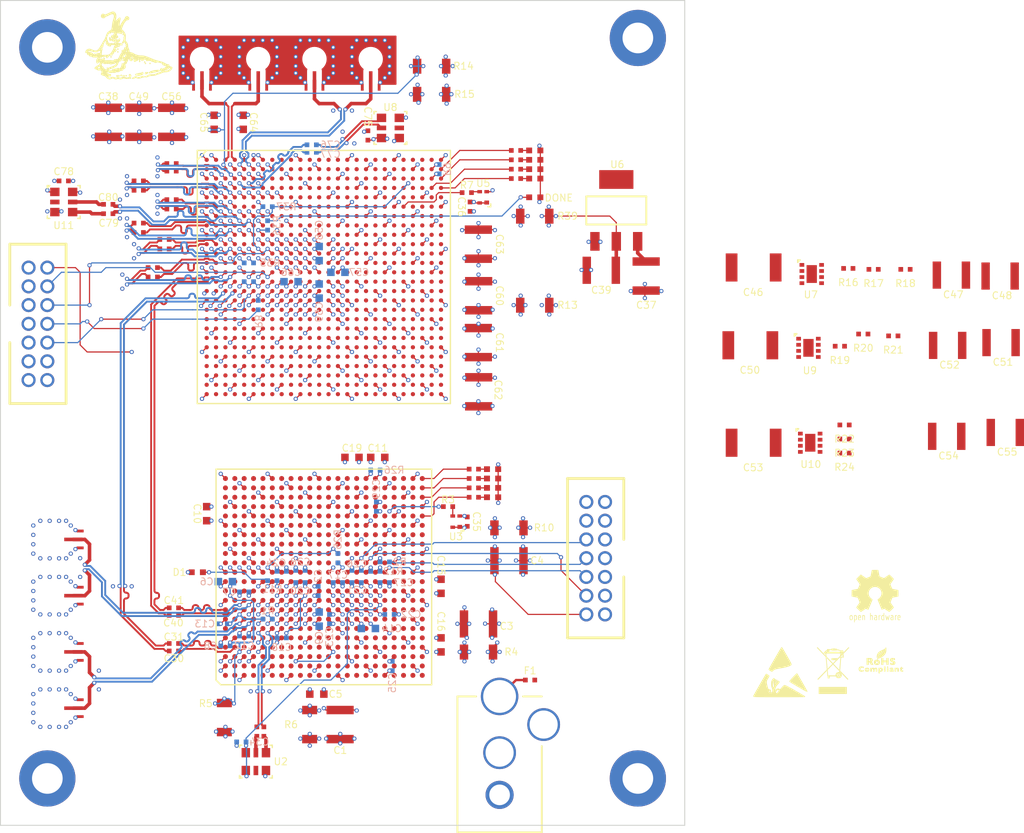
<source format=kicad_pcb>
(kicad_pcb (version 20240108) (generator "pcbnew") (generator_version "8.0")
  (layers (0 "F.Cu" signal) (1 "In1.Cu" signal) (2 "In2.Cu" signal) (31 "B.Cu" signal) (34 "B.Paste" user) (35 "F.Paste" user) (36 "B.SilkS" user "B.Silkscreen") (37 "F.SilkS" user "F.Silkscreen") (38 "B.Mask" user) (39 "F.Mask" user) (44 "Edge.Cuts" user))
  (net 0 "")
  (net 1 "/Artix FGG484/Artix Power/1V0")
  (net 2 "/GND")
  (net 3 "/Artix FGG484/Artix Power/1V8")
  (net 4 "/Artix FGG484/3V3")
  (net 5 "/Artix FGG484/1V2")
  (net 6 "/Artix FGG484/ARTIX_TX_P")
  (net 7 "/Artix FGG484/ARTIX_TX_N")
  (net 8 "/Artix FGG484/Artix Transceivers/GTP_REF_AC_P")
  (net 9 "/Artix FGG484/Artix Transceivers/GTP_REF_P")
  (net 10 "/Artix FGG484/Artix Transceivers/GTP_REF_N")
  (net 11 "/Artix FGG484/Artix Transceivers/GTP_REF_AC_N")
  (net 12 "/Kintex FFG676/3V3")
  (net 13 "/Power Supply/12V0")
  (net 14 "/Kintex FFG676/Kintex Power/1V0")
  (net 15 "/3V3")
  (net 16 "/Artix FGG484/ARTIX_RX_P")
  (net 17 "/Kintex FFG676/Kintex Transceivers/GTX1_TX_AC_P")
  (net 18 "/Kintex FFG676/Kintex Transceivers/GTX1_TX_AC_N")
  (net 19 "/Artix FGG484/ARTIX_RX_N")
  (net 20 "/Kintex FFG676/Kintex Transceivers/GTX2_TX_P")
  (net 21 "/Kintex FFG676/Kintex Transceivers/GTX2_TX_AC_P")
  (net 22 "/Kintex FFG676/Kintex Transceivers/GTX2_TX_AC_N")
  (net 23 "/Kintex FFG676/Kintex Transceivers/GTX2_TX_N")
  (net 24 "/Kintex FFG676/Kintex Transceivers/GTX3_TX_P")
  (net 25 "/Kintex FFG676/Kintex Transceivers/GTX3_TX_AC_P")
  (net 26 "/Kintex FFG676/Kintex Transceivers/GTX3_TX_N")
  (net 27 "/Kintex FFG676/Kintex Transceivers/GTX3_TX_AC_N")
  (net 28 "/1V8")
  (net 29 "/1V2")
  (net 30 "/1V0")
  (net 31 "/Kintex FFG676/1V8")
  (net 32 "/Kintex FFG676/Kintex Power/1V2")
  (net 33 "/Kintex FFG676/Kintex Transceivers/GTX4_TX_AC_P")
  (net 34 "/Kintex FFG676/Kintex Transceivers/GTX4_TX_P")
  (net 35 "/Kintex FFG676/Kintex Transceivers/GTX4_TX_N")
  (net 36 "/Kintex FFG676/Kintex Transceivers/GTX4_TX_AC_N")
  (net 37 "/Kintex FFG676/Kintex Transceivers/GTX6_TX_AC_P")
  (net 38 "/Kintex FFG676/Kintex Transceivers/GTX6_TX_P")
  (net 39 "/Kintex FFG676/Kintex Transceivers/GTX6_TX_N")
  (net 40 "/Kintex FFG676/Kintex Transceivers/GTX6_TX_AC_N")
  (net 41 "/Kintex FFG676/Kintex Transceivers/GTX5_TX_AC_P")
  (net 42 "/Kintex FFG676/Kintex Transceivers/GTX5_TX_P")
  (net 43 "/Kintex FFG676/Kintex Transceivers/GTX5_TX_AC_N")
  (net 44 "/Kintex FFG676/Kintex Transceivers/GTX5_TX_N")
  (net 45 "/Kintex FFG676/Kintex Transceivers/GTX7_TX_AC_P")
  (net 46 "/Kintex FFG676/Kintex Transceivers/GTX7_TX_P")
  (net 47 "/Kintex FFG676/Kintex Transceivers/GTX7_TX_N")
  (net 48 "/Kintex FFG676/Kintex Transceivers/GTX7_TX_AC_N")
  (net 49 "/Kintex FFG676/Kintex Transceivers/GTX_REF1_P")
  (net 50 "/Kintex FFG676/Kintex Transceivers/GTX1_REF_AC_P")
  (net 51 "/Kintex FFG676/Kintex Transceivers/GTX1_REF_AC_N")
  (net 52 "/Kintex FFG676/Kintex Transceivers/GTX_REF1_N")
  (net 53 "/Kintex FFG676/Kintex Transceivers/GTX2_REF_AC_P")
  (net 54 "/Kintex FFG676/Kintex Transceivers/GTX_REF2_P")
  (net 55 "/Kintex FFG676/Kintex Transceivers/GTX2_REF_AC_N")
  (net 56 "/Kintex FFG676/Kintex Transceivers/GTX_REF2_N")
  (net 57 "Net-(D1-A)")
  (net 58 "Net-(D2-A)")
  (net 59 "Net-(D3-A)")
  (net 60 "Net-(D4-A)")
  (net 61 "Net-(D5-A)")
  (net 62 "Net-(D6-A)")
  (net 63 "Net-(D7-A)")
  (net 64 "Net-(D8-A)")
  (net 65 "Net-(D9-A)")
  (net 66 "Net-(D10-A)")
  (net 67 "Net-(J11-PWR)")
  (net 68 "/Artix FGG484/Artix Transceivers/GTP0_RX_P")
  (net 69 "/Artix FGG484/Artix Transceivers/GTP0_RX_N")
  (net 70 "/Artix FGG484/Artix Transceivers/GTP0_TX_P")
  (net 71 "/Artix FGG484/Artix Transceivers/GTP0_TX_N")
  (net 72 "/Artix FGG484/ARTIX_TMS")
  (net 73 "/Artix FGG484/ARTIX_TDI")
  (net 77 "/Artix FGG484/ARTIX_TDO")
  (net 78 "/Artix FGG484/ARTIX_TCK")
  (net 80 "/Kintex FFG676/KINTEX_TCK")
  (net 81 "/Kintex FFG676/KINTEX_TMS")
  (net 84 "/Kintex FFG676/KINTEX_TDO")
  (net 87 "/Kintex FFG676/KINTEX_TDI")
  (net 88 "/Kintex FFG676/Kintex Transceivers/GTX0_RX_P")
  (net 89 "/Kintex FFG676/Kintex Transceivers/GTX0_RX_N")
  (net 90 "/Kintex FFG676/Kintex Transceivers/GTX0_TX_P")
  (net 91 "/Kintex FFG676/Kintex Transceivers/GTX0_TX_N")
  (net 93 "Net-(U1I-GTP_RREF)")
  (net 94 "Net-(U1A-TDO)")
  (net 95 "Net-(U3-CLK)")
  (net 96 "/Artix FGG484/ARTIX_CLK_25MHZ")
  (net 97 "/Kintex FFG676/KINTEX_CLK_25MHZ")
  (net 98 "Net-(U5-CLK)")
  (net 99 "Net-(U4A-TDO_0)")
  (net 100 "Net-(U4F-IO_L3P_T0_DQS_PUDC_B_14)")
  (net 101 "Net-(U1A-DONE)")
  (net 102 "Net-(U1A-INIT_B)")
  (net 103 "/Power Supply/1V8_PGOOD")
  (net 104 "/Power Supply/1V8_FB")
  (net 105 "/Power Supply/1V2_PGOOD")
  (net 106 "/Power Supply/1V2_FB")
  (net 107 "/Power Supply/1V0_PGOOD")
  (net 108 "/Power Supply/1V0_FB")
  (net 109 "Net-(U1A-PROG_B)")
  (net 110 "Net-(U1D-IO_L3P_T0_DQS_PUDC_B_14)")
  (net 111 "/Artix FGG484/ARTIX_LED_0")
  (net 112 "/Artix FGG484/ARTIX_LED_1")
  (net 113 "/Artix FGG484/ARTIX_LED_2")
  (net 114 "/Artix FGG484/ARTIX_LED_3")
  (net 115 "/Kintex FFG676/KINTEX_LED_0")
  (net 116 "/Kintex FFG676/KINTEX_LED_1")
  (net 117 "/Kintex FFG676/KINTEX_LED_2")
  (net 118 "/Kintex FFG676/KINTEX_LED_3")
  (net 119 "/Kintex FFG676/Kintex Transceivers/1V2")
  (net 120 "Net-(U4L-MGTRREF_115)")
  (net 121 "Net-(U4A-DONE_0)")
  (net 122 "Net-(U4A-INIT_B_0)")
  (net 123 "Net-(U4A-PROGRAM_B_0)")
  (net 808 "/Artix FGG484/Artix Transceivers/GTP1_TX_AC_P")
  (net 809 "/Artix FGG484/Artix Transceivers/GTP1_TX_AC_N")
  (footprint "azonenberg_pcb:EIA_1210_CAP_NOSILK" (layer "F.Cu") (at 166.45 75.28507)
    (property "Reference" "C47")
    (property "Value" "22 uF" (hide yes))
  )
  (footprint "azonenberg_pcb:EIA_0603_CAP_NOSILK" (layer "F.Cu") (at 90.9 59 90)
    (property "Reference" "C64")
    (property "Value" "4.7 uF" (hide yes))
  )
  (footprint "azonenberg_pcb:EIA_0402_RES_NOSILK" (layer "F.Cu") (at 120 65)
    (property "Reference" "R34" (hide yes))
    (property "Value" "33K" (hide yes))
  )
  (footprint "azonenberg_pcb:BGA_484_22x22_FULLARRAY_1MM" (layer "F.Cu") (at 99.5 107.5 90)
    (property "Reference" "U1" (hide yes))
    (property "Value" "XC7A35T-2FBG484C" (hide yes))
  )
  (footprint "azonenberg_pcb:EIA_1210_CAP_NOSILK" (layer "F.Cu") (at 133.9 75.4 -90)
    (property "Reference" "C37")
    (property "Value" "22 uF" (hide yes))
  )
  (footprint "azonenberg_pcb:EIA_0402_CAP_NOSILK" (layer "F.Cu") (at 76.5 67.75)
    (property "Reference" "C80")
    (property "Value" "0.1 uF" (hide yes))
  )
  (footprint "azonenberg_pcb:EIA_0402_CAP_NOSILK" (layer "F.Cu") (at 83.25 68.25)
    (property "Reference" "C74" (hide yes))
    (property "Value" "0.1 uF" (hide yes))
  )
  (footprint "azonenberg_pcb:EIA_0402_CAP_NOSILK" (layer "F.Cu") (at 79.75 66.25)
    (property "Reference" "C45" (hide yes))
    (property "Value" "0.1 uF" (hide yes))
  )
  (footprint "azonenberg_pcb:EIA_1812_CAP_NOSILK" (layer "F.Cu") (at 145.35 74.48507)
    (property "Reference" "C46")
    (property "Value" "22 uF" (hide yes))
  )
  (footprint "azonenberg_pcb:EIA_0402_RES_NOSILK" (layer "F.Cu") (at 161.55 74.68507)
    (property "Reference" "R18")
    (property "Value" "100K" (hide yes))
  )
  (footprint "azonenberg_pcb:EIA_0402_LED" (layer "F.Cu") (at 122 62 180)
    (property "Reference" "D6" (hide yes))
    (property "Value" "GREEN" (hide yes))
  )
  (footprint "azonenberg_pcb:EIA_0402_CAP_NOSILK" (layer "F.Cu") (at 104.2 60.4 90)
    (property "Reference" "C75")
    (property "Value" "0.47 uF" (hide yes))
  )
  (footprint "azonenberg_pcb:EIA_0603_CAP_NOSILK" (layer "F.Cu") (at 87.8 59 90)
    (property "Reference" "C65")
    (property "Value" "4.7 uF" (hide yes))
  )
  (footprint "azonenberg_pcb:CONN_CUI_PJ-058BH_HIPWR_BARREL_NOSLOT" (layer "F.Cu") (at 118.25 126.749999 90)
    (property "Reference" "J11" (hide yes))
    (property "Value" "BARREL_JACK" (hide yes))
  )
  (footprint "azonenberg_pcb:EIA_0402_CAP_NOSILK" (layer "F.Cu") (at 83.25 67.25)
    (property "Reference" "C73" (hide yes))
    (property "Value" "0.1 uF" (hide yes))
  )
  (footprint "azonenberg_pcb:EIA_0402_LED" (layer "F.Cu") (at 117.5 98 180)
    (property "Reference" "D4" (hide yes))
    (property "Value" "GREEN" (hide yes))
  )
  (footprint "w_logo:Logo_silk_OSHW_6x6mm" (layer "F.Cu") (at 158.304 108.994146)
    (property "Reference" "M7" (hide yes))
    (property "Value" "MECHANICAL" (hide yes))
  )
  (footprint "azonenberg_pcb:EIA_0402_LED" (layer "F.Cu") (at 122 63 180)
    (property "Reference" "D7" (hide yes))
    (property "Value" "GREEN" (hide yes))
  )
  (footprint "azonenberg_pcb:EIA_0402_RES_NOSILK" (layer "F.Cu") (at 121.5 118.5)
    (property "Reference" "F1")
    (property "Value" "2A" (hide yes))
  )
  (footprint "azonenberg_pcb:EIA_0402_RES_NOSILK" (layer "F.Cu") (at 155.05 92.78507)
    (property "Reference" "R23")
    (property "Value" "187K" (hide yes))
  )
  (footprint "azonenberg_pcb:EIA_0402_CAP_NOSILK" (layer "F.Cu") (at 82.5 71.5)
    (property "Reference" "C71" (hide yes))
    (property "Value" "0.1 uF" (hide yes))
  )
  (footprint "azonenberg_pcb:EIA_0402_RES_NOSILK" (layer "F.Cu") (at 158.15 74.68507)
    (property "Reference" "R17")
    (property "Value" "200K" (hide yes))
  )
  (footprint "azonenberg_pcb:CONN_SMPM_AMPHENOL_C925-197J-51PT" (layer "F.Cu") (at 70.5 121.5 90)
    (property "Reference" "J3" (hide yes))
    (property "Value" "SMPM" (hide yes))
  )
  (footprint "azonenberg_pcb:EIA_0402_CAP_NOSILK" (layer "F.Cu") (at 81.25 74.5)
    (property "Reference" "C69" (hide yes))
    (property "Value" "0.1 uF" (hide yes))
  )
  (footprint "azonenberg_pcb:SOT223-4" (layer "F.Cu") (at 130.7 68.4)
    (property "Reference" "U6")
    (property "Value" "ZLDO1117-33" (hide yes))
  )
  (footprint "azonenberg_pcb:EIA_0402_CAP_NOSILK" (layer "F.Cu") (at 76.5 68.75)
    (property "Reference" "C79")
    (property "Value" "0.1 uF" (hide yes))
  )
  (footprint "azonenberg_pcb:EIA_0402_RES_NOSILK" (layer "F.Cu") (at 120 62)
    (property "Reference" "R31" (hide yes))
    (property "Value" "33K" (hide yes))
  )
  (footprint "azonenberg_pcb:EIA_1210_CAP_NOSILK" (layer "F.Cu") (at 83.25 59 90)
    (property "Reference" "C56")
    (property "Value" "100 uF" (hide yes))
  )
  (footprint "azonenberg_pcb:EIA_0402_LED" (layer "F.Cu") (at 86 107)
    (property "Reference" "D1")
    (property "Value" "GREEN" (hide yes))
  )
  (footprint "azonenberg_pcb:OSCILLATOR_1.6x1.2" (layer "F.Cu") (at 113.625 101.6 90)
    (property "Reference" "U3")
    (property "Value" "ECS-1612MV-250-CN" (hide yes))
  )
  (footprint "azonenberg_pcb:EIA_1206_CAP_NOSILK" (layer "F.Cu") (at 98 123.25 -90)
    (property "Reference" "R6")
    (property "Value" "0" (hide yes))
  )
  (footprint "azonenberg_pcb:EIA_0402_CAP_NOSILK" (layer "F.Cu") (at 83.5 115.4)
    (property "Reference" "C30")
    (property "Value" "0.1 uF" (hide yes))
  )
  (footprint "w_logo:Logo_silk_ROHS_5x2.8mm" (layer "F.Cu") (at 158.96077 116.398486)
    (property "Reference" "M8" (hide yes))
    (property "Value" "MECHANICAL" (hide yes))
  )
  (footprint "azonenberg_pcb:MECHANICAL_CLEARANCEHOLE_4_40" (layer "F.Cu") (at 70 51)
    (property "Reference" "M1" (hide yes))
    (property "Value" "SCREWHOLE" (hide yes))
  )
  (footprint "azonenberg_pcb:EIA_0402_CAP_NOSILK" (layer "F.Cu") (at 81.25 75.5)
    (property "Reference" "C70" (hide yes))
    (property "Value" "0.1 uF" (hide yes))
  )
  (footprint "azonenberg_pcb:EIA_0402_CAP_NOSILK" (layer "F.Cu") (at 83.5 110.8 180)
    (property "Reference" "C41")
    (property "Value" "0.1 uF" (hide yes))
  )
  (footprint "w_logo:Logo_silk_WEEE_3.4x5mm" (layer "F.Cu") (at 153.79719 117.516086)
    (property "Reference" "M9" (hide yes))
    (property "Value" "MECHANICAL" (hide yes))
  )
  (footprint "azonenberg_pcb:EIA_0603_CAP_NOSILK" (layer "F.Cu") (at 87 100.75 90)
    (property "Reference" "C10")
    (property "Value" "4.7 uF" (hide yes))
  )
  (footprint "azonenberg_pcb:EIA_1206_CAP_NOSILK" (layer "F.Cu") (at 116 115.5)
    (property "Reference" "R4")
    (property "Value" "0" (hide yes))
  )
  (footprint "azonenberg_pcb:EIA_1206_CAP_NOSILK" (layer "F.Cu") (at 111 53)
    (property "Reference" "R14")
    (property "Value" "0" (hide yes))
  )
  (footprint "azonenberg_pcb:EIA_0402_LED" (layer "F.Cu") (at 117.5 99 180)
    (property "Reference" "D5" (hide yes))
    (property "Value" "GREEN" (hide yes))
  )
  (footprint "azonenberg_pcb:EIA_1210_CAP_NOSILK" (layer "F.Cu") (at 79.75 59 90)
    (property "Reference" "C49")
    (property "Value" "330 uF" (hide yes))
  )
  (footprint "azonenberg_pcb:EIA_0402_RES_NOSILK" (layer "F.Cu") (at 155.45 74.58507)
    (property "Reference" "R16")
    (property "Value" "10K" (hide yes))
  )
  (footprint "azonenberg_pcb:EIA_1210_CAP_NOSILK" (layer "F.Cu") (at 116 72 -90)
    (property "Reference" "C63")
    (property "Value" "47 uF" (hide yes))
  )
  (footprint "azonenberg_pcb:EIA_0603_CAP_NOSILK" (layer "F.Cu") (at 102.5 94.75)
    (property "Reference" "C19")
    (property "Value" "4.7 uF" (hide yes))
  )
  (footprint "azonenberg_pcb:EIA_1210_CAP_NOSILK" (layer "F.Cu") (at 166.05 82.78507)
    (property "Reference" "C52")
    (property "Value" "22 uF" (hide yes))
  )
  (footprint "azonenberg_pcb:EIA_1206_CAP_NOSILK" (layer "F.Cu") (at 88.9 122.5 -90)
    (property "Reference" "R5")
    (property "Value" "0" (hide yes))
  )
  (footprint "azonenberg_pcb:MODULE_CYNTEC_MUN12AD03-SE" (layer "F.Cu") (at 151.3875 93.18507)
    (property "Reference" "U10")
    (property "Value" "MUN12AD03-SE" (hide yes))
  )
  (footprint "azonenberg_pcb:MODULE_CYNTEC_MUN12AD03-SE" (layer "F.Cu") (at 151.2 83.06007)
    (property "Reference" "U9")
    (property "Value" "MUN12AD03-SE" (hide yes))
  )
  (footprint "azonenberg_pcb:EIA_1206_CAP_NOSILK" (layer "F.Cu") (at 122 78.5)
    (property "Reference" "R13")
    (property "Value" "0" (hide yes))
  )
  (footprint "azonenberg_pcb:EIA_0402_RES_NOSILK" (layer "F.Cu") (at 112.75 100)
    (property "Reference" "R3")
    (property "Value" "33" (hide yes))
  )
  (footprint "azonenberg_pcb:EIA_0402_CAP_NOSILK" (layer "F.Cu") (at 71.75 65.25)
    (property "Reference" "C78")
    (property "Value" "0.47 uF" (hide yes))
  )
  (footprint "azonenberg_pcb:EIA_0603_CAP_NOSILK" (layer "F.Cu") (at 112 114.75 90)
    (property "Reference" "C16")
    (property "Value" "4.7 uF" (hide yes))
  )
  (footprint "azonenberg_pcb:CONN_SMPM_AMPHENOL_C925-197J-51PT" (layer "F.Cu") (at 98.5 52.25)
    (property "Reference" "J8" (hide yes))
    (property "Value" "SMPM" (hide yes))
  )
  (footprint "azonenberg_pcb:EIA_0402_RES_NOSILK" (layer "F.Cu") (at 115.5 99)
    (property "Reference" "R30" (hide yes))
    (property "Value" "33K" (hide yes))
  )
  (footprint "azonenberg_pcb:EIA_0402_RES_NOSILK" (layer "F.Cu") (at 160.25 81.78507)
    (property "Reference" "R21")
    (property "Value" "100K" (hide yes))
  )
  (footprint "azonenberg_pcb:EIA_1210_CAP_NOSILK" (layer "F.Cu") (at 101.25 123.25 -90)
    (property "Reference" "C1")
    (property "Value" "100 uF" (hide yes))
  )
  (footprint "azonenberg_pcb:EIA_0402_CAP_NOSILK" (layer "F.Cu") (at 114.8 101.6 90)
    (property "Reference" "C35")
    (property "Value" "0.47 uF" (hide yes))
  )
  (footprint "azonenberg_pcb:XILINX_JTAG_PTH_MOLEX_0878311420" (layer "F.Cu") (at 128.5 105.5 90)
    (property "Reference" "J5" (hide yes))
    (property "Value" "XILINX_JTAG" (hide yes))
  )
  (footprint "azonenberg_pcb:CONN_SMPM_AMPHENOL_C925-197J-51PT" (layer "F.Cu") (at 104.5 52.25)
    (property "Reference" "J7" (hide yes))
    (property "Value" "SMPM" (hide yes))
  )
  (footprint "azonenberg_pcb:EIA_1210_CAP_NOSILK" (layer "F.Cu") (at 129.1 74.8 180)
    (property "Reference" "C39")
    (property "Value" "22 uF" (hide yes))
  )
  (footprint "azonenberg_pcb:EIA_1210_CAP_NOSILK" (layer "F.Cu") (at 116 82.5 -90)
    (property "Reference" "C61")
    (property "Value" "47 uF" (hide yes))
  )
  (footprint "azonenberg_pcb:EIA_1210_CAP_NOSILK" (layer "F.Cu") (at 165.95 92.48507)
    (property "Reference" "C54")
    (property "Value" "22 uF" (hide yes))
  )
  (footprint "azonenberg_pcb:CONN_SMPM_AMPHENOL_C925-197J-51PT" (layer "F.Cu") (at 92.5 52.25)
    (property "Reference" "J9" (hide yes))
    (property "Value" "SMPM" (hide yes))
  )
  (footprint "azonenberg_pcb:EIA_0402_RES_NOSILK" (layer "F.Cu") (at 115.5 98)
    (property "Reference" "R29" (hide yes))
    (property "Value" "33K" (hide yes))
  )
  (footprint "azonenberg_pcb:MECHANICAL_CLEARANCEHOLE_4_40" (layer "F.Cu") (at 70 129)
    (property "Reference" "M4" (hide yes))
    (property "Value" "SCREWHOLE" (hide yes))
  )
  (footprint "azonenberg_pcb:EIA_1812_CAP_NOSILK" (layer "F.Cu") (at 145.35 93.18507)
    (property "Reference" "C53")
    (property "Value" "22 uF" (hide yes))
  )
  (footprint "azonenberg_pcb:EIA_0402_RES_NOSILK" (layer "F.Cu") (at 115.5 97)
    (property "Reference" "R28" (hide yes))
    (property "Value" "33K" (hide yes))
  )
  (footprint "azonenberg_pcb:EIA_0402_RES_NOSILK" (layer "F.Cu") (at 154.55 82.88507)
    (property "Reference" "R19")
    (property "Value" "10K" (hide yes))
  )
  (footprint "azonenberg_pcb:EIA_0402_CAP_NOSILK" (layer "F.Cu") (at 83.25 64.2)
    (property "Reference" "C43" (hide yes))
    (property "Value" "0.1 uF" (hide yes))
  )
  (footprint "azonenberg_pcb:EIA_1812_CAP_NOSILK" (layer "F.Cu") (at 145 82.78507)
    (property "Reference" "C50")
    (property "Value" "22 uF" (hide yes))
  )
  (footprint "azonenberg_pcb:EIA_0402_LED" (layer "F.Cu") (at 122 64 180)
    (property "Reference" "D8" (hide yes))
    (property "Value" "GREEN" (hide yes))
  )
  (footprint "azonenberg_pcb:EIA_0402_RES_NOSILK" (layer "F.Cu") (at 155.05 94.28507)
    (property "Reference" "R24")
    (property "Value" "280K" (hide yes))
  )
  (footprint "azonenberg_pcb:OSCILLATOR_LVDS_3.2x2.5" (layer "F.Cu") (at 106.6 59.6 90)
    (property "Reference" "U8")
    (property "Value" "SIT9121AI-2BF-XXS156.250000G" (hide yes))
  )
  (footprint "azonenberg_pcb:EIA_1206_CAP_NOSILK" (layer "F.Cu") (at 119.25 102.25)
    (property "Reference" "R10")
    (property "Value" "0" (hide yes))
  )
  (footprint "azonenberg_pcb:EIA_0402_CAP_NOSILK" (layer "F.Cu") (at 79.75 69.75)
    (property "Reference" "C67" (hide yes))
    (property "Value" "0.1 uF" (hide yes))
  )
  (footprint "azonenberg_pcb:EIA_0402_LED" (layer "F.Cu") (at 117.5 96 180)
    (property "Reference" "D2" (hide yes))
    (property "Value" "GREEN" (hide yes))
  )
  (footprint "azonenberg_pcb:CONN_SMPM_AMPHENOL_C925-197J-51PT" (layer "F.Cu") (at 70.5 109.499999 90)
    (property "Reference" "J1" (hide yes))
    (property "Value" "SMPM" (hide yes))
  )
  (footprint "azonenberg_pcb:EIA_1210_CAP_NOSILK" (layer "F.Cu") (at 119.25 105.75)
    (property "Reference" "C4")
    (property "Value" "100 uF" (hide yes))
  )
  (footprint "azonenberg_pcb:EIA_1206_CAP_NOSILK" (layer "F.Cu") (at 122 69)
    (property "Reference" "R39")
    (property "Value" "0" (hide yes))
  )
  (footprint "azonenberg_pcb:EIA_0402_RES_NOSILK" (layer "F.Cu") (at 114.75 66.5)
    (property "Reference" "R7")
    (property "Value" "33" (hide yes))
  )
  (footprint "azonenberg_pcb:EIA_0402_LED" (layer "F.Cu") (at 122 65 180)
    (property "Reference" "D9" (hide yes))
    (property "Value" "GREEN" (hide yes))
  )
  (footprint "azonenberg_pcb:EIA_0402_CAP_NOSILK" (layer "F.Cu") (at 83.5 114.6)
    (property "Reference" "C31")
    (property "Value" "0.1 uF" (hide yes))
  )
  (footprint "azonenberg_pcb:EIA_0402_CAP_NOSILK" (layer "F.Cu") (at 92.35 124.000002 90)
    (property "Reference" "C33" (hide yes))
    (property "Value" "0.1 uF" (hide yes))
  )
  (footprint "azonenberg_pcb:EIA_1210_CAP_NOSILK" (layer "F.Cu") (at 171.75 82.48507)
    (property "Reference" "C51")
    (property "Value" "22 uF" (hide yes))
  )
  (footprint "azonenberg_pcb:EIA_1210_CAP_NOSILK" (layer "F.Cu") (at 76.5 59 90)
    (property "Reference" "C38")
    (property "Value" "330 uF" (hide yes))
  )
  (footprint "azonenberg_pcb:EIA_0402_CAP_NOSILK" (layer "F.Cu") (at 79.75 65.25)
    (property "Reference" "C44" (hide yes))
    (property "Value" "0.1 uF" (hide yes))
  )
  (footprint "azonenberg_pcb:CONN_SMPM_AMPHENOL_C925-197J-51PT" (layer "F.Cu") (at 86.5 52.25)
    (property "Reference" "J10" (hide yes))
    (property "Value" "SMPM" (hide yes))
  )
  (footprint "azonenberg_pcb:EIA_0402_RES_NOSILK" (layer "F.Cu") (at 115.5 96)
    (property "Reference" "R27" (hide yes))
    (property "Value" "33K" (hide yes))
  )
  (footprint "azonenberg_pcb:EIA_1210_CAP_NOSILK" (layer "F.Cu") (at 171.65 75.38507)
    (property "Reference" "C48")
    (property "Value" "22 uF" (hide yes))
  )
  (footprint "azonenberg_pcb:EIA_0402_RES_NOSILK" (layer "F.Cu") (at 157.05 81.58507)
    (property "Reference" "R20")
    (property "Value" "100K" (hide yes))
  )
  (footprint "azonenberg_pcb:EIA_0402_CAP_NOSILK" (layer "F.Cu") (at 93.1 124 90)
    (property "Reference" "C32" (hide yes))
    (property "Value" "0.1 uF" (hide yes))
  )
  (footprint "azonenberg_pcb:MECHANICAL_CLEARANCEHOLE_4_40" (layer "F.Cu") (at 133 129)
    (property "Reference" "M3" (hide yes))
    (property "Value" "SCREWHOLE" (hide yes))
  )
  (footprint "azonenberg_pcb:LONGTHING-1200DPI" (layer "F.Cu") (at 79.249031 51.179721)
    (property "Reference" "M5" (hide yes))
    (property "Value" "MECHANICAL" (hide yes))
  )
  (footprint "azonenberg_pcb:OSCILLATOR_1.6x1.2" (layer "F.Cu") (at 116.5 67 90)
    (property "Reference" "U5")
    (property "Value" "ECS-1612MV-250-CN" (hide yes))
  )
  (footprint "azonenberg_pcb:CONN_SMPM_AMPHENOL_C925-197J-51PT" (layer "F.Cu") (at 70.5 103.499999 90)
    (property "Reference" "J2" (hide yes))
    (property "Value" "SMPM" (hide yes))
  )
  (footprint "azonenberg_pcb:EIA_0402_RES_NOSILK" (layer "F.Cu") (at 120 64)
    (property "Reference" "R33" (hide yes))
    (property "Value" "33K" (hide yes))
  )
  (footprint "azonenberg_pcb:EIA_0402_CAP_NOSILK" (layer "F.Cu") (at 82.5 72.5)
    (property "Reference" "C72" (hide yes))
    (property "Value" "0.1 uF" (hide yes))
  )
  (footprint "azonenberg_pcb:EIA_0402_LED" (layer "F.Cu") (at 117.5 97 180)
    (property "Reference" "D3" (hide yes))
    (property "Value" "GREEN" (hide yes))
  )
  (footprint "azonenberg_pcb:EIA_1210_CAP_NOSILK" (layer "F.Cu") (at 116 77.5 90)
    (property "Reference" "C60")
    (property "Value" "47 uF" (hide yes))
  )
  (footprint "azonenberg_pcb:OSCILLATOR_LVDS_3.2x2.5" (layer "F.Cu") (at 71.75 67.5 -90)
    (property "Reference" "U11")
    (property "Value" "SIT9121AI-2BF-XXS156.250000G" (hide yes))
  )
  (footprint "azonenberg_pcb:MECHANICAL_CLEARANCEHOLE_4_40" (layer "F.Cu") (at 133 50)
    (property "Reference" "M2" (hide yes))
    (property "Value" "SCREWHOLE" (hide yes))
  )
  (footprint "azonenberg_pcb:EIA_0402_CAP_NOSILK" (layer "F.Cu") (at 79.75 70.75)
    (property "Reference" "C68" (hide yes))
    (property "Value" "0.1 uF" (hide yes))
  )
  (footprint "azonenberg_pcb:EIA_0603_CAP_NOSILK" (layer "F.Cu") (at 112 108.5 90)
    (property "Reference" "C15")
    (property "Value" "4.7 uF" (hide yes))
  )
  (footprint "azonenberg_pcb:BGA_676_27x27_FULLARRAY_1MM_FFG676" (layer "F.Cu") (at 99.5 75.5)
    (property "Reference" "U4" (hide yes))
    (property "Value" "XC7K160T-2FFG676" (hide yes))
  )
  (footprint "azonenberg_pcb:EIA_0603_CAP_NOSILK" (layer "F.Cu") (at 105.25 94.75)
    (property "Reference" "C11")
    (property "Value" "4.7 uF" (hide yes))
  )
  (footprint "azonenberg_pcb:EIA_0402_RES_NOSILK" (layer "F.Cu") (at 120 63)
    (property "Reference" "R32" (hide yes))
    (property "Value" "33K" (hide yes))
  )
  (footprint "azonenberg_pcb:EIA_1210_CAP_NOSILK" (layer "F.Cu") (at 172.2 92.07014)
    (property "Reference" "C55")
    (property "Value" "22 uF" (hide yes))
  )
  (footprint "azonenberg_pcb:EIA_1206_CAP_NOSILK" (layer "F.Cu") (at 111 56)
    (property "Reference" "R15")
    (property "Value" "0" (hide yes))
  )
  (footprint "azonenberg_pcb:EIA_0402_CAP_NOSILK" (layer "F.Cu") (at 83.5 111.6 180)
    (property "Reference" "C40")
    (property "Value" "0.1 uF" (hide yes))
  )
  (footprint "azonenberg_pcb:LOGO_ESD_SENSITIVE_7MM" (layer "F.Cu") (at 148.34485 117.744863)
    (property "Reference" "M6" (hide yes))
    (property "Value" "MECHANICAL" (hide yes))
  )
  (footprint "azonenberg_pcb:EIA_0402_RES_NOSILK" (layer "F.Cu") (at 155.05 91.28507)
    (property "Reference" "R22")
    (property "Value" "10K" (hide yes))
  )
  (footprint "azonenberg_pcb:EIA_0402_CAP_NOSILK" (layer "F.Cu") (at 83.25 63.4)
    (property "Reference" "C42" (hide yes))
    (property "Value" "0.1 uF" (hide yes))
  )
  (footprint "azonenberg_pcb:EIA_0402_LED" (layer "F.Cu") (at 122 67 180)
    (property "Reference" "D10" (hide yes))
    (property "Value" "GREEN" (hide yes))
  )
  (footprint "azonenberg_pcb:OSCILLATOR_LVDS_3.2x2.5" (layer "F.Cu") (at 92.25 127.199999)
    (property "Reference" "U2")
    (property "Value" "SIT9121AI-2BF-XXS156.250000G" (hide yes))
  )
  (footprint "azonenberg_pcb:MODULE_CYNTEC_MUN12AD03-SE" (layer "F.Cu") (at 151.55 75.18507)
    (property "Reference" "U7")
    (property "Value" "MUN12AD03-SE" (hide yes))
  )
  (footprint "azonenberg_pcb:EIA_0603_CAP_NOSILK" (layer "F.Cu") (at 98.75 120)
    (property "Reference" "C5")
    (property "Value" "4.7 uF" (hide yes))
  )
  (footprint "azonenberg_pcb:EIA_0402_CAP_NOSILK" (layer "F.Cu") (at 115.1 68 -90)
    (property "Reference" "C36")
    (property "Value" "0.47 uF" (hide yes))
  )
  (footprint "azonenberg_pcb:XILINX_JTAG_PTH_MOLEX_0878311420" (layer "F.Cu") (at 69 80.5 -90)
    (property "Reference" "J6" (hide yes))
    (property "Value" "XILINX_JTAG" (hide yes))
  )
  (footprint "azonenberg_pcb:EIA_1210_CAP_NOSILK" (layer "F.Cu") (at 116 87.75 90)
    (property "Reference" "C62")
    (property "Value" "47 uF" (hide yes))
  )
  (footprint "azonenberg_pcb:EIA_1210_CAP_NOSILK" (layer "F.Cu") (at 116 112.5)
    (property "Reference" "C3")
    (property "Value" "100 uF" (hide yes))
  )
  (footprint "azonenberg_pcb:CONN_SMPM_AMPHENOL_C925-197J-51PT" (layer "F.Cu") (at 70.5 115.5 90)
    (property "Reference" "J4" (hide yes))
    (property "Value" "SMPM" (hide yes))
  )
  (footprint "azonenberg_pcb:EIA_0603_CAP_NOSILK" (layer "B.Cu") (at 104.25 113)
    (property "Reference" "C14")
    (property "Value" "4.7 uF" (hide yes))
  )
  (footprint "azonenberg_pcb:EIA_0402_CAP_NOSILK" (layer "B.Cu") (at 103.000001 108.1 180)
    (property "Reference" "C21")
    (property "Value" "0.47 uF" (hide yes))
  )
  (footprint "azonenberg_pcb:EIA_0402_CAP_NOSILK" (layer "B.Cu") (at 97 108.1)
    (property "Reference" "C20")
    (property "Value" "0.47 uF" (hide yes))
  )
  (footprint "azonenberg_pcb:EIA_0402_RES_NOSILK" (layer "B.Cu") (at 111.8 64 90)
    (property "Reference" "R9")
    (property "Value" "0" (hide yes))
  )
  (footprint "azonenberg_pcb:EIA_0402_CAP_NOSILK" (layer "B.Cu") (at 100.1 112 -90)
    (property "Reference" "C23")
    (property "Value" "0.47 uF" (hide yes))
  )
  (footprint "azonenberg_pcb:EIA_0603_CAP_NOSILK" (layer "B.Cu") (at 101 75 180)
    (property "Reference" "C57")
    (property "Value" "4.7 uF" (hide yes))
  )
  (footprint "azonenberg_pcb:EIA_0603_CAP_NOSILK" (layer "B.Cu") (at 99 77 90)
    (property "Reference" "C59")
    (property "Value" "4.7 uF" (hide yes))
  )
  (footprint "azonenberg_pcb:EIA_0603_CAP_NOSILK" (layer "B.Cu") (at 96 76)
    (property "Reference" "C66")
    (property "Value" "4.7 uF" (hide yes))
  )
  (footprint "azonenberg_pcb:EIA_0603_CAP_NOSILK" (layer "B.Cu") (at 89 108 180)
    (property "Reference" "C6")
    (property "Value" "4.7 uF" (hide yes))
  )
  (footprint "azonenberg_pcb:EIA_0603_CAP_NOSILK" (layer "B.Cu") (at 99 73 -90)
    (property "Reference" "C58")
    (property "Value" "4.7 uF" (hide yes))
  )
  (footprint "azonenberg_pcb:EIA_0603_CAP_NOSILK" (layer "B.Cu") (at 99 112 90)
    (property "Reference" "C9")
    (property "Value" "4.7 uF" (hide yes))
  )
  (footprint "azonenberg_pcb:EIA_0402_RES_NOSILK" (layer "B.Cu") (at 93.5 68 180)
    (property "Reference" "R37")
    (property "Value" "4.7K" (hide yes))
  )
  (footprint "azonenberg_pcb:EIA_0402_RES_NOSILK" (layer "B.Cu") (at 91.5 74 180)
    (property "Reference" "R35")
    (property "Value" "100" (hide yes))
  )
  (footprint "azonenberg_pcb:EIA_0402_RES_NOSILK" (layer "B.Cu") (at 101 105.5 -90)
    (property "Reference" "R25")
    (property "Value" "4.7K" (hide yes))
  )
  (footprint "azonenberg_pcb:EIA_0402_CAP_NOSILK" (layer "B.Cu") (at 91 109.1 180)
    (property "Reference" "C7")
    (property "Value" "0.47 uF" (hide yes))
  )
  (footprint "azonenberg_pcb:EIA_0402_RES_NOSILK" (layer "B.Cu") (at 91.5 76 180)
    (property "Reference" "R38" (hide yes))
    (property "Value" "4.7K" (hide yes))
  )
  (footprint "azonenberg_pcb:EIA_0402_CAP_NOSILK" (layer "B.Cu") (at 105.1 100 -90)
    (property "Reference" "C29")
    (property "Value" "0.47 uF" (hide yes))
  )
  (footprint "azonenberg_pcb:EIA_0402_CAP_NOSILK" (layer "B.Cu") (at 103 106.8)
    (property "Reference" "C26")
    (property "Value" "0.47 uF" (hide yes))
  )
  (footprint "azonenberg_pcb:EIA_0402_CAP_NOSILK" (layer "B.Cu") (at 95 106.9 180)
    (property "Reference" "C24")
    (property "Value" "0.47 uF" (hide yes))
  )
  (footprint "azonenberg_pcb:EIA_0402_CAP_NOSILK" (layer "B.Cu") (at 97 106.8 180)
    (property "Reference" "C28")
    (property "Value" "0.47 uF" (hide yes))
  )
  (footprint "azonenberg_pcb:EIA_0402_CAP_NOSILK" (layer "B.Cu") (at 89 114.85 180)
    (property "Reference" "C8")
    (property "Value" "0.47 uF" (hide yes))
  )
  (footprint "azonenberg_pcb:EIA_0402_RES_NOSILK" (layer "B.Cu") (at 93.5 70 -90)
    (property "Reference" "R36")
    (property "Value" "33K" (hide yes))
  )
  (footprint "azonenberg_pcb:EIA_0402_RES_NOSILK" (layer "B.Cu") (at 105 106.9)
    (property "Reference" "R12")
    (property "Value" "4.7K" (hide yes))
  )
  (footprint "azonenberg_pcb:EIA_0402_CAP_NOSILK" (layer "B.Cu") (at 98.2 62.2 180)
    (property "Reference" "C77")
    (property "Value" "0.1 uF" (hide yes))
  )
  (footprint "azonenberg_pcb:EIA_0402_CAP_NOSILK" (layer "B.Cu") (at 98.2 61.4 180)
    (property "Reference" "C76")
    (property "Value" "0.1 uF" (hide yes))
  )
  (footprint "azonenberg_pcb:EIA_0402_CAP_NOSILK" (layer "B.Cu") (at 106.8 117 -90)
    (property "Reference" "C25")
    (property "Value" "0.47 uF" (hide yes))
  )
  (footprint "azonenberg_pcb:EIA_0402_CAP_NOSILK" (layer "B.Cu") (at 90.7 125.1 180)
    (property "Reference" "C34")
    (property "Value" "0.47 uF" (hide yes))
  )
  (footprint "azonenberg_pcb:EIA_0402_RES_NOSILK" (layer "B.Cu") (at 93.5 112)
    (property "Reference" "R1")
    (property "Value" "100" (hide yes))
  )
  (footprint "azonenberg_pcb:EIA_0402_CAP_NOSILK" (layer "B.Cu") (at 106 108.1)
    (property "Reference" "C27")
    (property "Value" "0.47 uF" (hide yes))
  )
  (footprint "azonenberg_pcb:EIA_0402_CAP_NOSILK" (layer "B.Cu") (at 106.5 111.5)
    (property "Reference" "C22")
    (property "Value" "0.47 uF" (hide yes))
  )
  (footprint "azonenberg_pcb:EIA_0402_RES_NOSILK" (layer "B.Cu") (at 94 107.9)
    (property "Reference" "R11")
    (property "Value" "33K" (hide yes))
  )
  (footprint "azonenberg_pcb:EIA_0402_RES_NOSILK" (layer "B.Cu") (at 105 96.1)
    (property "Reference" "R26")
    (property "Value" "0" (hide yes))
  )
  (footprint "azonenberg_pcb:EIA_0402_CAP_NOSILK" (layer "B.Cu") (at 101 108.1 180)
    (property "Reference" "C17")
    (property "Value" "0.47 uF" (hide yes))
  )
  (footprint "azonenberg_pcb:EIA_0402_CAP_NOSILK" (layer "B.Cu") (at 88.7 112.5 180)
    (property "Reference" "C13")
    (property "Value" "0.47 uF" (hide yes))
  )
  (footprint "azonenberg_pcb:EIA_0402_CAP_NOSILK" (layer "B.Cu") (at 98.9 109 -90)
    (property "Reference" "C2")
    (property "Value" "0.47 uF" (hide yes))
  )
  (footprint "azonenberg_pcb:EIA_0402_RES_NOSILK" (layer "B.Cu") (at 106 105.9 180)
    (property "Reference" "R2")
    (property "Value" "33" (hide yes))
  )
  (footprint "azonenberg_pcb:EIA_0402_CAP_NOSILK" (layer "B.Cu") (at 95 114 180)
    (property "Reference" "C18")
    (property "Value" "0.47 uF" (hide yes))
  )
  (footprint "azonenberg_pcb:EIA_0402_CAP_NOSILK" (layer "B.Cu") (at 91 113.8 180)
    (property "Reference" "C12")
    (property "Value" "0.47 uF" (hide yes))
  )
  (footprint "azonenberg_pcb:EIA_0402_RES_NOSILK" (layer "B.Cu") (at 92.5 78.5 90)
    (property "Reference" "R8")
    (property "Value" "33" (hide yes))
  )
  (gr_line (start 138 46) (end 138 134) (stroke (width 0.1)) (layer "Edge.Cuts"))
  (gr_line (start 65 46) (end 65 134) (stroke (width 0.1)) (layer "Edge.Cuts"))
  (gr_line (start 65 46) (end 138 46) (stroke (width 0.1)) (layer "Edge.Cuts"))
  (gr_line (start 65 134) (end 138 134) (stroke (width 0.1)) (layer "Edge.Cuts"))
  (gr_text "DONE" (at 123 67.5 0) (layer "F.SilkS") (effects (font (size 0.75 0.75) (thickness 0.1)) (justify left bottom)))
  (segment (start 99 112) (end 98.5 112.5) (width 0.125) (layer "F.Cu") (net 1))
  (segment (start 92 109) (end 91.5 109.5) (width 0.125) (layer "F.Cu") (net 1))
  (segment (start 102 109) (end 102.5 109.5) (width 0.125) (layer "F.Cu") (net 1))
  (segment (start 96 109) (end 95.5 109.5) (width 0.125) (layer "F.Cu") (net 1))
  (segment (start 102.95 121.7) (end 103 121.75) (width 0.125) (layer "F.Cu") (net 1))
  (segment (start 93 111) (end 92.5 111.5) (width 0.125) (layer "F.Cu") (net 1))
  (segment (start 101.235069 121.7) (end 102.95 121.7) (width 0.125) (layer "F.Cu") (net 1))
  (segment (start 96.5 108.5) (end 96.5 108.499999) (width 0.125) (layer "F.Cu") (net 1))
  (segment (start 97.985069 121.7) (end 97.985069 121.264931) (width 0.125) (layer "F.Cu") (net 1))
  (segment (start 96.5 108.499999) (end 97 107.999999) (width 0.125) (layer "F.Cu") (net 1))
  (segment (start 97.985069 121.7) (end 97.05 121.7) (width 0.125) (layer "F.Cu") (net 1))
  (segment (start 92 113) (end 91.5 113.5) (width 0.125) (layer "F.Cu") (net 1))
  (segment (start 96 111) (end 95.5 111.5) (width 0.125) (layer "F.Cu") (net 1))
  (segment (start 100 111) (end 100.5 111.5) (width 0.125) (layer "F.Cu") (net 1))
  (segment (start 97.985069 121.7) (end 97.985069 122.235069) (width 0.125) (layer "F.Cu") (net 1))
  (segment (start 97 110) (end 96.5 110.5) (width 0.125) (layer "F.Cu") (net 1))
  (segment (start 101 112) (end 101.5 112.5) (width 0.125) (layer "F.Cu") (net 1))
  (segment (start 101 108) (end 101.5 108.5) (width 0.125) (layer "F.Cu") (net 1))
  (segment (start 97.985069 121.264931) (end 98 121.25) (width 0.125) (layer "F.Cu") (net 1))
  (segment (start 97 112) (end 96.5 112.5) (width 0.125) (layer "F.Cu") (net 1))
  (segment (start 104 111) (end 104.5 111.5) (width 0.125) (layer "F.Cu") (net 1))
  (segment (start 97.000001 112) (end 97 112) (width 0.125) (layer "F.Cu") (net 1))
  (segment (start 98 120) (end 98 119.5) (width 0.125) (layer "F.Cu") (net 1))
  (segment (start 102 111) (end 102.5 111.5) (width 0.125) (layer "F.Cu") (net 1))
  (segment (start 103 110) (end 103.5 110.5) (width 0.125) (layer "F.Cu") (net 1))
  (segment (start 103 112) (end 103.5 112.5) (width 0.125) (layer "F.Cu") (net 1))
  (segment (start 97.985069 122.235069) (end 98 122.25) (width 0.125) (layer "F.Cu") (net 1))
  (segment (start 97.5 111.5) (end 98 111) (width 0.125) (layer "F.Cu") (net 1))
  (segment (start 94 110) (end 93.5 110.5) (width 0.125) (layer "F.Cu") (net 1))
  (segment (start 104 109) (end 104.5 109.5) (width 0.125) (layer "F.Cu") (net 1))
  (segment (start 99 108) (end 98.5 108.5) (width 0.125) (layer "F.Cu") (net 1))
  (segment (start 101.235069 121.7) (end 99.7 121.7) (width 0.125) (layer "F.Cu") (net 1))
  (segment (start 97.05 121.7) (end 97 121.75) (width 0.125) (layer "F.Cu") (net 1))
  (segment (start 99.7 121.7) (end 99.5 121.5) (width 0.125) (layer "F.Cu") (net 1))
  (segment (start 94 112) (end 93.5 112.5) (width 0.125) (layer "F.Cu") (net 1))
  (via (at 95.5 109.5) (size 0.45) (drill 0.25) (layers "F.Cu" "B.Cu") (net 1))
  (via (at 92.5 111.5) (size 0.45) (drill 0.25) (layers "F.Cu" "B.Cu") (net 1))
  (via (at 100.5 111.5) (size 0.45) (drill 0.25) (layers "F.Cu" "B.Cu") (net 1))
  (via (at 98 119.5) (size 0.45) (drill 0.25) (layers "F.Cu" "B.Cu") (net 1))
  (via (at 103 121.75) (size 0.45) (drill 0.25) (layers "F.Cu" "B.Cu") (net 1))
  (via (at 96.5 112.5) (size 0.45) (drill 0.25) (layers "F.Cu" "B.Cu") (net 1))
  (via (at 98.5 108.5) (size 0.45) (drill 0.25) (layers "F.Cu" "B.Cu") (net 1))
  (via (at 96.5 110.5) (size 0.45) (drill 0.25) (layers "F.Cu" "B.Cu") (net 1))
  (via (at 104.5 111.5) (size 0.45) (drill 0.25) (layers "F.Cu" "B.Cu") (net 1))
  (via (at 97 121.75) (size 0.45) (drill 0.25) (layers "F.Cu" "B.Cu") (net 1))
  (via (at 95.5 111.5) (size 0.45) (drill 0.25) (layers "F.Cu" "B.Cu") (net 1))
  (via (at 99 121.75) (size 0.45) (drill 0.25) (layers "F.Cu" "B.Cu") (net 1))
  (via (at 104.5 109.5) (size 0.45) (drill 0.25) (layers "F.Cu" "B.Cu") (net 1))
  (via (at 98 122.25) (size 0.45) (drill 0.25) (layers "F.Cu" "B.Cu") (net 1))
  (via (at 98.5 112.5) (size 0.45) (drill 0.25) (layers "F.Cu" "B.Cu") (net 1))
  (via (at 103.5 112.5) (size 0.45) (drill 0.25) (layers "F.Cu" "B.Cu") (net 1))
  (via (at 91.5 113.5) (size 0.45) (drill 0.25) (layers "F.Cu" "B.Cu") (net 1))
  (via (at 91.5 109.5) (size 0.45) (drill 0.25) (layers "F.Cu" "B.Cu") (net 1))
  (via (at 99.5 121.5) (size 0.45) (drill 0.25) (layers "F.Cu" "B.Cu") (net 1))
  (via (at 97.5 111.5) (size 0.45) (drill 0.25) (layers "F.Cu" "B.Cu") (net 1))
  (via (at 101.5 112.5) (size 0.45) (drill 0.25) (layers "F.Cu" "B.Cu") (net 1))
  (via (at 93.5 112.5) (size 0.45) (drill 0.25) (layers "F.Cu" "B.Cu") (net 1))
  (via (at 101.5 108.5) (size 0.45) (drill 0.25) (layers "F.Cu" "B.Cu") (net 1))
  (via (at 98 121.25) (size 0.45) (drill 0.25) (layers "F.Cu" "B.Cu") (net 1))
  (via (at 103.5 110.5) (size 0.45) (drill 0.25) (layers "F.Cu" "B.Cu") (net 1))
  (via (at 102.5 109.5) (size 0.45) (drill 0.25) (layers "F.Cu" "B.Cu") (net 1))
  (via (at 102.5 111.5) (size 0.45) (drill 0.25) (layers "F.Cu" "B.Cu") (net 1))
  (via (at 93.5 110.5) (size 0.45) (drill 0.25) (layers "F.Cu" "B.Cu") (net 1))
  (via (at 96.5 108.5) (size 0.45) (drill 0.25) (layers "F.Cu" "B.Cu") (net 1))
  (segment (start 96 118) (end 95.5 118.5) (width 0.125) (layer "F.Cu") (net 2))
  (segment (start 90 100) (end 89.5 99.5) (width 0.125) (layer "F.Cu") (net 2))
  (segment (start 106.5 108.499999) (end 106 107.999999) (width 0.125) (layer "F.Cu") (net 2))
  (segment (start 102 108) (end 102.5 108.5) (width 0.125) (layer "F.Cu") (net 2))
  (segment (start 104 112) (end 104.5 112.5) (width 0.125) (layer "F.Cu") (net 2))
  (segment (start 105.4 55.25) (end 105.4 54.865002) (width 0.125) (layer "F.Cu") (net 2))
  (segment (start 115.985069 86.3) (end 115.985069 86.985069) (width 0.125) (layer "F.Cu") (net 2))
  (segment (start 106 75) (end 106.5 74.5) (width 0.125) (layer "F.Cu") (net 2))
  (segment (start 90 72) (end 89.5 71.5) (width 0.125) (layer "F.Cu") (net 2))
  (segment (start 73.115002 102.615002) (end 73 102.5) (width 0.125) (layer "F.Cu") (net 2))
  (segment (start 115.985069 73.55) (end 115.985069 72.764931) (width 0.125) (layer "F.Cu") (net 2))
  (segment (start 110 110) (end 110.5 110.5) (width 0.125) (layer "F.Cu") (net 2))
  (segment (start 91 116) (end 90.5 116.5) (width 0.125) (layer "F.Cu") (net 2))
  (segment (start 90 78) (end 89.994088 78) (width 0.125) (layer "F.Cu") (net 2))
  (segment (start 105.5 82.5) (end 105 82) (width 0.125) (layer "F.Cu") (net 2))
  (segment (start 97 109) (end 96.5 109.5) (width 0.125) (layer "F.Cu") (net 2))
  (segment (start 87 77) (end 86.75 77.25) (width 0.2) (layer "F.Cu") (net 2))
  (segment (start 76.514931 57.45) (end 76.514931 56.914931) (width 0.125) (layer "F.Cu") (net 2))
  (segment (start 97 107) (end 96.5 106.5) (width 0.125) (layer "F.Cu") (net 2))
  (segment (start 92 63) (end 92 62.5) (width 0.125) (layer "F.Cu") (net 2))
  (segment (start 122.597 67.403) (end 122.5 67.5) (width 0.125) (layer "F.Cu") (net 2))
  (segment (start 132.3 76.95) (end 132.25 77) (width 0.125) (layer "F.Cu") (net 2))
  (segment (start 73.5 120.6) (end 73.115002 120.6) (width 0.125) (layer "F.Cu") (net 2))
  (segment (start 89 68) (end 88.5 67.5) (width 0.125) (layer "F.Cu") (net 2))
  (segment (start 98 114) (end 97.5 114.5) (width 0.125) (layer "F.Cu") (net 2))
  (segment (start 96 79) (end 95.5 79.5) (width 0.125) (layer "F.Cu") (net 2))
  (segment (start 97 78) (end 96.5 78.5) (width 0.125) (layer "F.Cu") (net 2))
  (segment (start 91 69) (end 90.5 68.5) (width 0.125) (layer "F.Cu") (net 2))
  (segment (start 83.3 56.9) (end 83.3 57.414931) (width 0.125) (layer "F.Cu") (net 2))
  (segment (start 111.5 69.5) (end 111 70) (width 0.125) (layer "F.Cu") (net 2))
  (segment (start 111 80) (end 111.5 80.5) (width 0.125) (layer "F.Cu") (net 2))
  (segment (start 102 63) (end 102.5 62.5) (width 0.125) (layer "F.Cu") (net 2))
  (segment (start 90.9 58.25) (end 90.4625 58.25) (width 0.125) (layer "F.Cu") (net 2))
  (segment (start 103 107) (end 103.5 106.5) (width 0.125) (layer "F.Cu") (net 2))
  (segment (start 100 109) (end 100.5 109.5) (width 0.125) (layer "F.Cu") (net 2))
  (segment (start 115.985069 84.05) (end 117.7 84.05) (width 0.125) (layer "F.Cu") (net 2))
  (segment (start 106 118) (end 106.5 117.5) (width 0.125) (layer "F.Cu") (net 2))
  (segment (start 117.7 73.55) (end 117.75 73.5) (width 0.125) (layer "F.Cu") (net 2))
  (segment (start 104 108) (end 104.5 108.5) (width 0.125) (layer "F.Cu") (net 2))
  (segment (start 76.514931 56.914931) (end 76.5 56.9) (width 0.125) (layer "F.Cu") (net 2))
  (segment (start 108.000001 114.000001) (end 108.5 114.5) (width 0.125) (layer "F.Cu") (net 2))
  (segment (start 90 100.000001) (end 90 100) (width 0.125) (layer "F.Cu") (net 2))
  (segment (start 107.5 67.5) (end 107 68) (width 0.125) (layer "F.Cu") (net 2))
  (segment (start 90 107) (end 89.5 106.5) (width 0.125) (layer "F.Cu") (net 2))
  (segment (start 88 77) (end 87.75 77.25) (width 0.2) (layer "F.Cu") (net 2))
  (segment (start 99 109) (end 98.5 109.5) (width 0.125) (layer "F.Cu") (net 2))
  (segment (start 93 63) (end 92.5 62.5) (width 0.125) (layer "F.Cu") (net 2))
  (segment (start 89.5 87.5) (end 90 87) (width 0.125) (layer "F.Cu") (net 2))
  (segment (start 91 103) (end 90.5 102.5) (width 0.125) (layer "F.Cu") (net 2))
  (segment (start 96 73) (end 95.5 72.5) (width 0.125) (layer "F.Cu") (net 2))
  (segment (start 73.115002 110.4) (end 73 110.515003) (width 0.125) (layer "F.Cu") (net 2))
  (segment (start 102 116.000001) (end 102.000001 116.000001) (width 0.125) (layer "F.Cu") (net 2))
  (segment (start 106 98) (end 106.5 97.5) (width 0.125) (layer "F.Cu") (net 2))
  (segment (start 88 71) (end 87.5 70.5) (width 0.125) (layer "F.Cu") (net 2))
  (segment (start 133.75 76.25) (end 133.75 76.814931) (width 0.125) (layer "F.Cu") (net 2))
  (segment (start 93 114) (end 92.5 114.5) (width 0.125) (layer "F.Cu") (net 2))
  (segment (start 91.35 58.25) (end 91.4 58.2) (width 0.125) (layer "F.Cu") (net 2))
  (segment (start 91 77) (end 90.5 77.5) (width 0.125) (layer "F.Cu") (net 2))
  (segment (start 104.2 59.900001) (end 103.899999 59.900001) (width 0.125) (layer "F.Cu") (net 2))
  (segment (start 88 78) (end 87.994088 78) (width 0.125) (layer "F.Cu") (net 2))
  (segment (start 107 78) (end 107.5 78.5) (width 0.125) (layer "F.Cu") (net 2))
  (segment (start 90 70) (end 89.5 69.5) (width 0.125) (layer "F.Cu") (net 2))
  (segment (start 99 117) (end 98.5 117.5) (width 0.125) (layer "F.Cu") (net 2))
  (segment (start 100 67) (end 100.5 66.5) (width 0.125) (layer "F.Cu") (net 2))
  (segment (start 99.4 54.865002) (end 99.515002 54.75) (width 0.125) (layer "F.Cu") (net 2))
  (segment (start 99 84) (end 98.5 84.5) (width 0.125) (layer "F.Cu") (net 2))
  (segment (start 100 108) (end 100.5 108.5) (width 0.125) (layer "F.Cu") (net 2))
  (segment (start 87 75) (end 86.5 74.5) (width 0.125) (layer "F.Cu") (net 2))
  (segment (start 102 83) (end 102.5 83.5) (width 0.125) (layer "F.Cu") (net 2))
  (segment (start 115.985069 76.05) (end 117.7 76.05) (width 0.125) (layer "F.Cu") (net 2))
  (segment (start 87.4 55.25) (end 87.4 54.865002) (width 0.125) (layer "F.Cu") (net 2))
  (segment (start 117.5 112.5) (end 117.5 111.03507) (width 0.125) (layer "F.Cu") (net 2))
  (segment (start 108 71) (end 108.5 70.5) (width 0.125) (layer "F.Cu") (net 2))
  (segment (start 133.885069 76.95) (end 132.3 76.95) (width 0.125) (layer "F.Cu") (net 2))
  (segment (start 83.264931 57.45) (end 83.264931 57.964931) (width 0.125) (layer "F.Cu") (net 2))
  (segment (start 88 75) (end 87.5 74.5) (width 0.125) (layer "F.Cu") (net 2))
  (segment (start 79.8 57.414931) (end 79.764931 57.45) (width 0.125) (layer "F.Cu") (net 2))
  (segment (start 112 73) (end 112.5 72.5) (width 0.125) (layer "F.Cu") (net 2))
  (segment (start 92.999999 112.000001) (end 92.5 112.5) (width 0.125) (layer "F.Cu") (net 2))
  (segment (start 101.235069 124.8) (end 102.7 124.8) (width 0.125) (layer "F.Cu") (net 2))
  (segment (start 99 110) (end 98.5 110.5) (width 0.125) (layer "F.Cu") (net 2))
  (segment (start 90 116) (end 89.5 116.5) (width 0.125) (layer "F.Cu") (net 2))
  (segment (start 133.75 77.75) (end 133.75 77.085069) (width 0.125) (layer "F.Cu") (net 2))
  (segment (start 128.42 71.7) (end 127.8 71.7) (width 0.125) (layer "F.Cu") (net 2))
  (segment (start 122.597 61.597) (end 122.5 61.5) (width 0.125) (layer "F.Cu") (net 2))
  (segment (start 81.4 57.5) (end 81.45 57.45) (width 0.125) (layer "F.Cu") (net 2))
  (segment (start 115.985069 76.735069) (end 116 76.75) (width 0.125) (layer "F.Cu") (net 2))
  (segment (start 99 74) (end 98.5 73.5) (width 0.125) (layer "F.Cu") (net 2))
  (segment (start 99.999999 110) (end 100 110) (width 0.125) (layer "F.Cu") (net 2))
  (segment (start 71 68.5) (end 71.5 68.5) (width 0.125) (layer "F.Cu") (net 2))
  (segment (start 116.875 66.4) (end 117.35 66.4) (width 0.125) (layer "F.Cu") (net 2))
  (segment (start 107 101) (end 107.5 100.5) (width 0.125) (layer "F.Cu") (net 2))
  (segment (start 92.999999 112) (end 92.999999 112.000001) (width 0.125) (layer "F.Cu") (net 2))
  (segment (start 105 109) (end 105.5 109.5) (width 0.125) (layer "F.Cu") (net 2))
  (segment (start 73.499999 110.4) (end 73.115002 110.4) (width 0.125) (layer "F.Cu") (net 2))
  (segment (start 112 83) (end 112.5 83.5) (width 0.125) (layer "F.Cu") (net 2))
  (segment (start 101.235069 124.8) (end 101.235069 125.235069) (width 0.125) (layer "F.Cu") (net 2))
  (segment (start 110 87) (end 110.5 87.5) (width 0.125) (layer "F.Cu") (net 2))
  (segment (start 99 97) (end 98.5 96.5) (width 0.125) (layer "F.Cu") (net 2))
  (segment (start 114.55 84.05) (end 114.5 84) (width 0.125) (layer "F.Cu") (net 2))
  (segment (start 95 110) (end 94.5 110.5) (width 0.125) (layer "F.Cu") (net 2))
  (segment (start 115.985069 76.05) (end 114.55 76.05) (width 0.125) (layer "F.Cu") (net 2))
  (segment (start 117.5 112.5) (end 116.71493 112.5) (width 0.125) (layer "F.Cu") (net 2))
  (segment (start 93.5 101.5) (end 94 102) (width 0.125) (layer "F.Cu") (net 2))
  (segment (start 93 110) (end 92.5 110.5) (width 0.125) (layer "F.Cu") (net 2))
  (segment (start 103.5 65.5) (end 103 66) (width 0.125) (layer "F.Cu") (net 2))
  (segment (start 101 111) (end 101.5 111.5) (width 0.125) (layer "F.Cu") (net 2))
  (segment (start 92 106) (end 91.5 105.5) (width 0.125) (layer "F.Cu") (net 2))
  (segment (start 91 65) (end 90.5 64.5) (width 0.125) (layer "F.Cu") (net 2))
  (segment (start 89 116) (end 88.5 116.5) (width 0.125) (layer "F.Cu") (net 2))
  (segment (start 110.5 66.5) (end 110 67) (width 0.125) (layer "F.Cu") (net 2))
  (segment (start 115.985069 73.55) (end 115.985069 74.235069) (width 0.125) (layer "F.Cu") (net 2))
  (segment (start 133.75 77.085069) (end 133.885069 76.95) (width 0.125) (layer "F.Cu") (net 2))
  (segment (start 103 111) (end 103.5 111.5) (width 0.125) (layer "F.Cu") (net 2))
  (segment (start 73.5 108.6) (end 73.115002 108.6) (width 0.125) (layer "F.Cu") (net 2))
  (segment (start 93.384998 54.865002) (end 93.5 54.75) (width 0.125) (layer "F.Cu") (net 2))
  (segment (start 87 100) (end 87.5 100) (width 0.125) (layer "F.Cu") (net 2))
  (segment (start 112 63) (end 112.5 62.5) (width 0.125) (layer "F.Cu") (net 2))
  (segment (start 95 76) (end 94.5 76.5) (width 0.125) (layer "F.Cu") (net 2))
  (segment (start 120.8 104.3) (end 120.75 104.25) (width 0.125) (layer "F.Cu") (net 2))
  (segment (start 95 114.000001) (end 94.999999 114.000001) (width 0.125) (layer "F.Cu") (net 2))
  (segment (start 110 100) (end 110.5 99.5) (width 0.125) (layer "F.Cu") (net 2))
  (segment (start 115.985069 76.05) (end 115.985069 75.264931) (width 0.125) (layer "F.Cu") (net 2))
  (segment (start 92.000001 107) (end 92 107) (width 0.125) (layer "F.Cu") (net 2))
  (segment (start 87.994088 78) (end 87.406588 78.5875) (width 0.125) (layer "F.Cu") (net 2))
  (segment (start 92.999999 98.999999) (end 92.5 98.5) (width 0.125) (layer "F.Cu") (net 2))
  (segment (start 89 84) (end 88.5 84.5) (width 0.125) (layer "F.Cu") (net 2))
  (segment (start 115.985069 84.05) (end 115.985069 84.735069) (width 0.125) (layer "F.Cu") (net 2))
  (segment (start 127.8 71.7) (end 127.75 71.75) (width 0.125) (layer "F.Cu") (net 2))
  (segment (start 118.097 96) (end 118.097 95.503) (width 0.125) (layer "F.Cu") (net 2))
  (segment (start 91 75) (end 90.5 74.5) (width 0.125) (layer "F.Cu") (net 2))
  (segment (start 108.5 103.5) (end 108 104) (width 0.125) (layer "F.Cu") (net 2))
  (segment (start 87 78) (end 86.9875 78) (width 0.125) (layer "F.Cu") (net 2))
  (segment (start 84.75 57.45) (end 84.8 57.5) (width 0.125) (layer "F.Cu") (net 2))
  (segment (start 99 111) (end 98.5 111.5) (width 0.125) (layer "F.Cu") (net 2))
  (segment (start 98 73) (end 97.5 72.5) (width 0.125) (layer "F.Cu") (net 2))
  (segment (start 93 65) (end 92.5 64.5) (width 0.125) (layer "F.Cu") (net 2))
  (segment (start 96 98) (end 95.5 97.5) (width 0.125) (layer "F.Cu") (net 2))
  (segment (start 103.6 55.25) (end 103.6 54.865002) (width 0.125) (layer "F.Cu") (net 2))
  (segment (start 91 113) (end 90.5 113.5) (width 0.125) (layer "F.Cu") (net 2))
  (segment (start 98 110) (end 97.5 110.5) (width 0.125) (layer "F.Cu") (net 2))
  (segment (start 104 102) (end 104.5 101.5) (width 0.125) (layer "F.Cu") (net 2))
  (segment (start 118.097 96) (end 118.097 97) (width 0.125) (layer "F.Cu") (net 2))
  (segment (start 91 80) (end 90.5 80.5) (width 0.125) (layer "F.Cu") (net 2))
  (segment (start 73.115002 120.6) (end 73 120.484998) (width 0.125) (layer "F.Cu") (net 2))
  (segment (start 98 81) (end 97.5 81.5) (width 0.125) (layer "F.Cu") (net 2))
  (segment (start 73.115002 114.6) (end 73 114.484998) (width 0.125) (layer "F.Cu") (net 2))
  (segment (start 92 116) (end 91.5 116.5) (width 0.125) (layer "F.Cu") (net 2))
  (segment (start 127.964931 74.785069) (end 128 74.75) (width 0.125) (layer "F.Cu") (net 2))
  (segment (start 94 79) (end 93.5 79.5) (width 0.125) (layer "F.Cu") (net 2))
  (segment (start 76.514931 57.985069) (end 76.5 58) (width 0.125) (layer "F.Cu") (net 2))
  (segment (start 93 70) (end 92.5 69.5) (width 0.125) (layer "F.Cu") (net 2))
  (segment (start 98 76) (end 97.5 76.5) (width 0.125) (layer "F.Cu") (net 2))
  (segment (start 87.4 54.865002) (end 87.515002 54.75) (width 0.125) (layer "F.Cu") (net 2))
  (segment (start 87.8 58.25) (end 87.25 58.25) (width 0.125) (layer "F.Cu") (net 2))
  (segment (start 79.764931 58.064931) (end 79.8 58.1) (width 0.125) (layer "F.Cu") (net 2))
  (segment (start 117.7 86.3) (end 117.75 86.25) (width 0.125) (layer "F.Cu") (net 2))
  (segment (start 94 77) (end 93.5 77.5) (width 0.125) (layer "F.Cu") (net 2))
  (segment (start 92.000001 116) (end 92 116) (width 0.125) (layer "F.Cu") (net 2))
  (segment (start 99.5 120) (end 99.5 119.5) (width 0.125) (layer "F.Cu") (net 2))
  (segment (start 99 76) (end 98.5 76.5) (width 0.125) (layer "F.Cu") (net 2))
  (segment (start 97 88) (end 96.5 88.5) (width 0.125) (layer "F.Cu") (net 2))
  (segment (start 81.4 57.5) (end 81.35 57.45) (width 0.125) (layer "F.Cu") (net 2))
  (segment (start 102 106) (end 102.5 105.5) (width 0.125) (layer "F.Cu") (net 2))
  (segment (start 127.55 74.785069) (end 127.964931 74.785069) (width 0.125) (layer "F.Cu") (net 2))
  (segment (start 97 111) (end 96.5 111.5) (width 0.125) (layer "F.Cu") (net 2))
  (segment (start 122.597 62) (end 122.597 61.597) (width 0.125) (layer "F.Cu") (net 2))
  (segment (start 105 105) (end 105.5 104.5) (width 0.125) (layer "F.Cu") (net 2))
  (segment (start 103.5 86.5) (end 103 86) (width 0.125) (layer "F.Cu") (net 2))
  (segment (start 110 77) (end 110.5 77.5) (width 0.125) (layer "F.Cu") (net 2))
  (segment (start 88 67) (end 87.5 66.5) (width 0.125) (layer "F.Cu") (net 2))
  (segment (start 94 108) (end 93.5 108.5) (width 0.125) (layer "F.Cu") (net 2))
  (segment (start 107.55 58.525) (end 108.225 58.525) (width 0.125) (layer "F.Cu") (net 2))
  (segment (start 81.35 57.45) (end 79.764931 57.45) (width 0.125) (layer "F.Cu") (net 2))
  (segment (start 93.325 128.149999) (end 93.325 128.675) (width 0.125) (layer "F.Cu") (net 2))
  (segment (start 96 77) (end 95.5 77.5) (width 0.125) (layer "F.Cu") (net 2))
  (segment (start 97 107.000001) (end 97 107) (width 0.125) (layer "F.Cu") (net 2))
  (segment (start 108.225 58.525) (end 108.25 58.5) (width 0.125) (layer "F.Cu") (net 2))
  (segment (start 73.5 102.615002) (end 73.115002 102.615002) (width 0.125) (layer "F.Cu") (net 2))
  (segment (start 104 69) (end 104.5 68.5) (width 0.125) (layer "F.Cu") (net 2))
  (segment (start 95.5 85.5) (end 96 85) (width 0.125) (layer "F.Cu") (net 2))
  (segment (start 76.514931 57.45) (end 74.95 57.45) (width 0.125) (layer "F.Cu") (net 2))
  (segment (start 99 64) (end 98.5 63.5) (width 0.125) (layer "F.Cu") (net 2))
  (segment (start 117.5 113.93507) (end 117.45 113.98507) (width 0.125) (layer "F.Cu") (net 2))
  (segment (start 115.985069 86.3) (end 117.7 86.3) (width 0.125) (layer "F.Cu") (net 2))
  (segment (start 99.8 124.8) (end 99.75 124.75) (width 0.125) (layer "F.Cu") (net 2))
  (segment (start 92 83) (end 91.5 83.5) (width 0.125) (layer "F.Cu") (net 2))
  (segment (start 121.48507 105.76493) (end 121.5 105.75) (width 0.125) (layer "F.Cu") (net 2))
  (segment (start 89 112) (end 88.5 112.5) (width 0.125) (layer "F.Cu") (net 2))
  (segment (start 100 75) (end 100.5 74.5) (width 0.125) (layer "F.Cu") (net 2))
  (segment (start 88.5 110.5) (end 89 110) (width 0.125) (layer "F.Cu") (net 2))
  (segment (start 73.499999 116.4) (end 73.115002 116.4) (width 0.125) (layer "F.Cu") (net 2))
  (segment (start 76.514931 57.45) (end 77.95 57.45) (width 0.125) (layer "F.Cu") (net 2))
  (segment (start 135.45 76.95) (end 135.5 77) (width 0.125) (layer "F.Cu") (net 2))
  (segment (start 93 74) (end 92.5 73.5) (width 0.125) (layer "F.Cu") (net 2))
  (segment (start 102 110) (end 102.5 110.5) (width 0.125) (layer "F.Cu") (net 2))
  (segment (start 101 80) (end 101.5 80.5) (width 0.125) (layer "F.Cu") (net 2))
  (segment (start 120.8 105.76493) (end 120.8 107.2) (width 0.125) (layer "F.Cu") (net 2))
  (segment (start 98 79) (end 97.5 79.5) (width 0.125) (layer "F.Cu") (net 2))
  (segment (start 114.55 73.55) (end 114.5 73.5) (width 0.125) (layer "F.Cu") (net 2))
  (segment (start 87 65) (end 86.5 64.5) (width 0.125) (layer "F.Cu") (net 2))
  (segment (start 87.5 81.5) (end 88 81) (width 0.125) (layer "F.Cu") (net 2))
  (segment (start 115.985069 74.235069) (end 116 74.25) (width 0.125) (layer "F.Cu") (net 2))
  (segment (start 114.55 76.05) (end 114.5 76) (width 0.125) (layer "F.Cu") (net 2))
  (segment (start 100 87) (end 100.5 87.5) (width 0.125) (layer "F.Cu") (net 2))
  (segment (start 98 77) (end 97.5 77.5) (width 0.125) (layer "F.Cu") (net 2))
  (segment (start 100 77) (end 100.5 77.5) (width 0.125) (layer "F.Cu") (net 2))
  (segment (start 109.5 73.5) (end 109 74) (width 0.125) (layer "F.Cu") (net 2))
  (segment (start 96 112) (end 95.5 112.5) (width 0.125) (layer "F.Cu") (net 2))
  (segment (start 122.597 65) (end 122.597 67) (width 0.125) (layer "F.Cu") (net 2))
  (segment (start 103 99) (end 103.5 98.5) (width 0.125) (layer "F.Cu") (net 2))
  (segment (start 98 104) (end 97.5 103.5) (width 0.125) (layer "F.Cu") (net 2))
  (segment (start 98 71) (end 97.5 70.5) (width 0.125) (layer "F.Cu") (net 2))
  (segment (start 115.985069 72.764931) (end 116 72.75) (width 0.125) (layer "F.Cu") (net 2))
  (segment (start 109 107) (end 109.5 106.5) (width 0.125) (layer "F.Cu") (net 2))
  (segment (start 106.5 85.5) (end 106 85) (width 0.125) (layer "F.Cu") (net 2))
  (segment (start 73.5 114.6) (end 73.115002 114.6) (width 0.125) (layer "F.Cu") (net 2))
  (segment (start 93 67) (end 92.5 66.5) (width 0.125) (layer "F.Cu") (net 2))
  (segment (start 107.5 88.5) (end 107 88) (width 0.125) (layer "F.Cu") (net 2))
  (segment (start 101 78) (end 101.5 78.5) (width 0.125) (layer "F.Cu") (net 2))
  (segment (start 93 98.999999) (end 92.999999 98.999999) (width 0.125) (layer "F.Cu") (net 2))
  (segment (start 89 97) (end 88.5 96.5) (width 0.125) (layer "F.Cu") (net 2))
  (segment (start 95 113) (end 94.5 113.5) (width 0.125) (layer "F.Cu") (net 2))
  (segment (start 95.5 64.5) (end 96 65) (width 0.125) (layer "F.Cu") (net 2))
  (segment (start 118.18507 112.5) (end 118.2 112.48507) (width 0.125) (layer "F.Cu") (net 2))
  (segment (start 115.985069 86.3) (end 114.55 86.3) (width 0.125) (layer "F.Cu") (net 2))
  (segment (start 100 112) (end 100.5 112.5) (width 0.125) (layer "F.Cu") (net 2))
  (segment (start 115.985069 84.05) (end 115.985069 83.264931) (width 0.125) (layer "F.Cu") (net 2))
  (segment (start 103 109) (end 103.5 109.5) (width 0.125) (layer "F.Cu") (net 2))
  (segment (start 95 112) (end 94.5 112.5) (width 0.125) (layer "F.Cu") (net 2))
  (segment (start 101.235069 125.235069) (end 101.25 125.25) (width 0.125) (layer "F.Cu") (net 2))
  (segment (start 105.5 115.5) (end 105 115) (width 0.125) (layer "F.Cu") (net 2))
  (segment (start 117.5 112.5) (end 117.5 113.93507) (width 0.125) (layer "F.Cu") (net 2))
  (segment (start 116.71493 112.5) (end 116.7 112.48507) (width 0.125) (layer "F.Cu") (net 2))
  (segment (start 97.6 55.25) (end 97.6 54.865002) (width 0.125) (layer "F.Cu") (net 2))
  (segment (start 118.097 95.503) (end 118.1 95.5) (width 0.125) (layer "F.Cu") (net 2))
  (segment (start 99 78) (end 98.5 78.5) (width 0.125) (layer "F.Cu") (net 2))
  (segment (start 93 86) (end 92.5 86.5) (width 0.125) (layer "F.Cu") (net 2))
  (segment (start 101 110) (end 101.5 110.5) (width 0.125) (layer "F.Cu") (net 2))
  (segment (start 117.7 84.05) (end 117.75 84) (width 0.125) (layer "F.Cu") (net 2))
  (segment (start 89 107) (end 88.5 106.5) (width 0.125) (layer "F.Cu") (net 2))
  (segment (start 94.999999 114.000001) (end 94.5 114.5) (width 0.125) (layer "F.Cu") (net 2))
  (segment (start 87.8 58.25) (end 88.25 58.25) (width 0.125) (layer "F.Cu") (net 2))
  (segment (start 91 63) (end 91 62.5) (width 0.125) (layer "F.Cu") (net 2))
  (segment (start 103 76) (end 103.5 76.5) (width 0.125) (layer "F.Cu") (net 2))
  (segment (start 77.95 57.45) (end 78 57.4) (width 0.125) (layer "F.Cu") (net 2))
  (segment (start 97 77) (end 96.5 77.5) (width 0.125) (layer "F.Cu") (net 2))
  (segment (start 83.264931 57.45) (end 84.75 57.45) (width 0.125) (layer "F.Cu") (net 2))
  (segment (start 95 74) (end 94.5 73.5) (width 0.125) (layer "F.Cu") (net 2))
  (segment (start 95 109) (end 94.5 109.5) (width 0.125) (layer "F.Cu") (net 2))
  (segment (start 87.5 62.5) (end 88 63) (width 0.125) (layer "F.Cu") (net 2))
  (segment (start 120.8 105.76493) (end 120.8 104.3) (width 0.125) (layer "F.Cu") (net 2))
  (segment (start 87 63) (end 86.5 62.5) (width 0.125) (layer "F.Cu") (net 2))
  (segment (start 98 108) (end 97.5 108.5) (width 0.125) (layer "F.Cu") (net 2))
  (segment (start 88.987491 78) (end 88.400285 78.587206) (width 0.125) (layer "F.Cu") (net 2))
  (segment (start 133.75 76.814931) (end 133.885069 76.95) (width 0.125) (layer "F.Cu") (net 2))
  (segment (start 96.5 67.5) (end 97 68) (width 0.125) (layer "F.Cu") (net 2))
  (segment (start 81.45 57.45) (end 83.264931 57.45) (width 0.125) (layer "F.Cu") (net 2))
  (segment (start 90.4625 58.25) (end 90.4125 58.2) (width 0.125) (layer "F.Cu") (net 2))
  (segment (start 96 75) (end 95.5 74.5) (width 0.125) (layer "F.Cu") (net 2))
  (segment (start 104 79) (end 104.5 79.5) (width 0.125) (layer "F.Cu") (net 2))
  (segment (start 93 72) (end 92.5 71.5) (width 0.125) (layer "F.Cu") (net 2))
  (segment (start 106 98.000001) (end 106 98) (width 0.125) (layer "F.Cu") (net 2))
  (segment (start 115.985069 73.55) (end 117.7 73.55) (width 0.125) (layer "F.Cu") (net 2))
  (segment (start 89 117) (end 88.5 117.5) (width 0.125) (layer "F.Cu") (net 2))
  (segment (start 89 114) (end 88.5 114.5) (width 0.125) (layer "F.Cu") (net 2))
  (segment (start 100 100) (end 100.5 99.5) (width 0.125) (layer "F.Cu") (net 2))
  (segment (start 89 78) (end 88.987491 78) (width 0.125) (layer "F.Cu") (net 2))
  (segment (start 95 78) (end 94.5 78.5) (width 0.125) (layer "F.Cu") (net 2))
  (segment (start 101 109) (end 101.5 109.5) (width 0.125) (layer "F.Cu") (net 2))
  (segment (start 92 115) (end 91.5 115.5) (width 0.125) (layer "F.Cu") (net 2))
  (segment (start 93 107.999999) (end 93 108) (width 0.125) (layer "F.Cu") (net 2))
  (segment (start 72.25 65.25) (end 72.75 65.25) (width 0.125) (layer "F.Cu") (net 2))
  (segment (start 90 66) (end 89.5 65.5) (width 0.125) (layer "F.Cu") (net 2))
  (segment (start 101 113) (end 101.5 113.5) (width 0.125) (layer "F.Cu") (net 2))
  (segment (start 95 72) (end 94.5 71.5) (width 0.125) (layer "F.Cu") (net 2))
  (segment (start 133.885069 76.95) (end 135.45 76.95) (width 0.125) (layer "F.Cu") (net 2))
  (segment (start 128.42 71.7) (end 128.95 71.7) (width 0.125) (layer "F.Cu") (net 2))
  (segment (start 114.55 86.3) (end 114.5 86.25) (width 0.125) (layer "F.Cu") (net 2))
  (segment (start 98 75) (end 97.5 74.5) (width 0.125) (layer "F.Cu") (net 2))
  (segment (start 97 107.000001) (end 96.999999 107.000001) (width 0.125) (layer "F.Cu") (net 2))
  (segment (start 73.115002 108.6) (end 73 108.484998) (width 0.125) (layer "F.Cu") (net 2))
  (segment (start 101 70) (end 101.5 69.5) (width 0.125) (layer "F.Cu") (net 2))
  (segment (start 115.499999 68.499999) (end 115.5 68.5) (width 0.125) (layer "F.Cu") (net 2))
  (segment (start 115.1 68.499999) (end 115.499999 68.499999) (width 0.125) (layer "F.Cu") (net 2))
  (segment (start 91 71) (end 90.5 70.5) (width 0.125) (layer "F.Cu") (net 2))
  (segment (start 99.4 55.25) (end 99.4 54.865002) (width 0.125) (layer "F.Cu") (net 2))
  (segment (start 97 72) (end 96.5 71.5) (width 0.125) (layer "F.Cu") (net 2))
  (segment (start 115.985069 75.264931) (end 116 75.25) (width 0.125) (layer "F.Cu") (net 2))
  (segment (start 105 72) (end 105.5 71.5) (width 0.125) (layer "F.Cu") (net 2))
  (segment (start 109 84) (end 109.5 84.5) (width 0.125) (layer "F.Cu") (net 2))
  (segment (start 122.597 65) (end 122.597 62) (width 0.125) (layer "F.Cu") (net 2))
  (segment (start 87 73) (end 86.5 72.5) (width 0.125) (layer "F.Cu") (net 2))
  (segment (start 122.597 67) (end 122.597 67.403) (width 0.125) (layer "F.Cu") (net 2))
  (segment (start 102 107.999999) (end 102 108) (width 0.125) (layer "F.Cu") (net 2))
  (segment (start 95 109.999999) (end 95 110) (width 0.125) (layer "F.Cu") (net 2))
  (segment (start 93 64) (end 92.5 63.5) (width 0.125) (layer "F.Cu") (net 2))
  (segment (start 91 73) (end 90.5 72.5) (width 0.125) (layer "F.Cu") (net 2))
  (segment (start 127.035069 74.785069) (end 127 74.75) (width 0.125) (layer "F.Cu") (net 2))
  (segment (start 92 111) (end 91.5 111.5) (width 0.125) (layer "F.Cu") (net 2))
  (segment (start 115.985069 85.514931) (end 116 85.5) (width 0.125) (layer "F.Cu") (net 2))
  (segment (start 102 112) (end 102.5 112.5) (width 0.125) (layer "F.Cu") (net 2))
  (segment (start 97.6 54.865002) (end 97.484998 54.75) (width 0.125) (layer "F.Cu") (net 2))
  (segment (start 94.5 82.5) (end 95 82) (width 0.125) (layer "F.Cu") (net 2))
  (segment (start 73.499999 104.415002) (end 73.115002 104.415002) (width 0.125) (layer "F.Cu") (net 2))
  (segment (start 106.5 108.5) (end 106.5 108.499999) (width 0.125) (layer "F.Cu") (net 2))
  (segment (start 90.9 58.25) (end 91.35 58.25) (width 0.125) (layer "F.Cu") (net 2))
  (segment (start 70.75 68.75) (end 71 68.5) (width 0.125) (layer "F.Cu") (net 2))
  (segment (start 115.985069 76.05) (end 115.985069 76.735069) (width 0.125) (layer "F.Cu") (net 2))
  (segment (start 103.899999 59.900001) (end 103.8 60) (width 0.125) (layer "F.Cu") (net 2))
  (segment (start 93 68) (end 92.5 67.5) (width 0.125) (layer "F.Cu") (net 2))
  (segment (start 73.115002 122.4) (end 73 122.515003) (width 0.125) (layer "F.Cu") (net 2))
  (segment (start 93.325 128.675) (end 93.25 128.75) (width 0.125) (layer "F.Cu") (net 2))
  (segment (start 85.6 54.865002) (end 85.484998 54.75) (width 0.125) (layer "F.Cu") (net 2))
  (segment (start 117.7 76.05) (end 117.75 76) (width 0.125) (layer "F.Cu") (net 2))
  (segment (start 86.9875 78) (end 86.4 78.5875) (width 0.125) (layer "F.Cu") (net 2))
  (segment (start 120.8 107.2) (end 120.75 107.25) (width 0.125) (layer "F.Cu") (net 2))
  (segment (start 90 64) (end 89.5 63.5) (width 0.125) (layer "F.Cu") (net 2))
  (segment (start 85.6 55.25) (end 85.6 54.865002) (width 0.125) (layer "F.Cu") (net 2))
  (segment (start 95 111) (end 94.5 111.5) (width 0.125) (layer "F.Cu") (net 2))
  (segment (start 100 100.000001) (end 100 100) (width 0.125) (layer "F.Cu") (net 2))
  (segment (start 101 103) (end 101.5 102.5) (width 0.125) (layer "F.Cu") (net 2))
  (segment (start 91 67) (end 90.5 66.5) (width 0.125) (layer "F.Cu") (net 2))
  (segment (start 79.8 56.9) (end 79.8 57.414931) (width 0.125) (layer "F.Cu") (net 2))
  (segment (start 98 112) (end 97.5 112.5) (width 0.125) (layer "F.Cu") (net 2))
  (segment (start 101.25 124.25) (end 101.25 124.785069) (width 0.125) (layer "F.Cu") (net 2))
  (segment (start 89 72) (end 88.5 71.5) (width 0.125) (layer "F.Cu") (net 2))
  (segment (start 115.985069 84.735069) (end 116 84.75) (width 0.125) (layer "F.Cu") (net 2))
  (segment (start 70.8 68.7) (end 70.75 68.75) (width 0.125) (layer "F.Cu") (net 2))
  (segment (start 93 108) (end 92.5 108.5) (width 0.125) (layer "F.Cu") (net 2))
  (segment (start 104 109.999999) (end 104 110) (width 0.125) (layer "F.Cu") (net 2))
  (segment (start 120.8 105.76493) (end 121.48507 105.76493) (width 0.125) (layer "F.Cu") (net 2))
  (segment (start 105.4 54.865002) (end 105.515002 54.75) (width 0.125) (layer "F.Cu") (net 2))
  (segment (start 100 110) (end 100.5 110.5) (width 0.125) (layer "F.Cu") (net 2))
  (segment (start 114 101) (end 114.5 101) (width 0.125) (layer "F.Cu") (net 2))
  (segment (start 85.403 107) (end 85 107) (width 0.125) (layer "F.Cu") (net 2))
  (segment (start 117.5 112.5) (end 118.18507 112.5) (width 0.125) (layer "F.Cu") (net 2))
  (segment (start 115.985069 83.264931) (end 116 83.25) (width 0.125) (layer "F.Cu") (net 2))
  (segment (start 117.35 66.4) (end 117.5 66.25) (width 0.125) (layer "F.Cu") (net 2))
  (segment (start 97 101) (end 96.5 100.5) (width 0.125) (layer "F.Cu") (net 2))
  (segment (start 104 110) (end 104.5 110.5) (width 0.125) (layer "F.Cu") (net 2))
  (segment (start 109.5 96.5) (end 109 97) (width 0.125) (layer "F.Cu") (net 2))
  (segment (start 74.95 57.45) (end 74.9 57.4) (width 0.125) (layer "F.Cu") (net 2))
  (segment (start 106 65) (end 106.5 64.5) (width 0.125) (layer "F.Cu") (net 2))
  (segment (start 91.584998 54.865002) (end 91.469996 54.75) (width 0.125) (layer "F.Cu") (net 2))
  (segment (start 87 69) (end 86.5 68.5) (width 0.125) (layer "F.Cu") (net 2))
  (segment (start 109 117) (end 109.5 117.5) (width 0.125) (layer "F.Cu") (net 2))
  (segment (start 120.01493 105.76493) (end 120 105.75) (width 0.125) (layer "F.Cu") (net 2))
  (segment (start 97 75) (end 96.5 74.5) (width 0.125) (layer "F.Cu") (net 2))
  (segment (start 118.097 99.597) (end 118.1 99.6) (width 0.125) (layer "F.Cu") (net 2))
  (segment (start 103.6 54.865002) (end 103.484998 54.75) (width 0.125) (layer "F.Cu") (net 2))
  (segment (start 73.115002 104.415002) (end 73 104.530005) (width 0.125) (layer "F.Cu") (net 2))
  (segment (start 115.985069 86.985069) (end 116 87) (width 0.125) (layer "F.Cu") (net 2))
  (segment (start 93 115) (end 92.5 115.5) (width 0.125) (layer "F.Cu") (net 2))
  (segment (start 97 74) (end 96.5 73.5) (width 0.125) (layer "F.Cu") (net 2))
  (segment (start 90 74) (end 89.5 73.5) (width 0.125) (layer "F.Cu") (net 2))
  (segment (start 100 73) (end 100.5 72.5) (width 0.125) (layer "F.Cu") (net 2))
  (segment (start 100 79) (end 100.5 79.5) (width 0.125) (layer "F.Cu") (net 2))
  (segment (start 101 74) (end 101.5 73.5) (width 0.125) (layer "F.Cu") (net 2))
  (segment (start 99 72) (end 98.5 71.5) (width 0.125) (layer "F.Cu") (net 2))
  (segment (start 109 64) (end 109.5 63.5) (width 0.125) (layer "F.Cu") (net 2))
  (segment (start 102.000001 116.000001) (end 102.5 116.5) (width 0.125) (layer "F.Cu") (net 2))
  (segment (start 90 76) (end 89.5 76.5) (width 0.125) (layer "F.Cu") (net 2))
  (segment (start 106 94.75) (end 106 95.25) (width 0.125) (layer "F.Cu") (net 2))
  (segment (start 89 108) (end 88.5 108.5) (width 0.125) (layer "F.Cu") (net 2))
  (segment (start 76.514931 57.45) (end 76.514931 57.985069) (width 0.125) (layer "F.Cu") (net 2))
  (segment (start 79.764931 57.45) (end 79.764931 58.064931) (width 0.125) (layer "F.Cu") (net 2))
  (segment (start 117.5 111.03507) (end 117.45 110.98507) (width 0.125) (layer "F.Cu") (net 2))
  (segment (start 115.985069 84.05) (end 114.55 84.05) (width 0.125) (layer "F.Cu") (net 2))
  (segment (start 101.235069 124.8) (end 99.8 124.8) (width 0.125) (layer "F.Cu") (net 2))
  (segment (start 118.097 99) (end 118.097 99.597) (width 0.125) (layer "F.Cu") (net 2))
  (segment (start 115.985069 73.55) (end 114.55 73.55) (width 0.125) (layer "F.Cu") (net 2))
  (segment (start 97 76) (end 96.5 76.5) (width 0.125) (layer "F.Cu") (net 2))
  (segment (start 93 66) (end 92.5 65.5) (width 0.125) (layer "F.Cu") (net 2))
  (segment (start 95 107) (end 94.5 106.5) (width 0.125) (layer "F.Cu") (net 2))
  (segment (start 96 110) (end 95.5 110.5) (width 0.125) (layer "F.Cu") (net 2))
  (segment (start 73.499999 122.4) (end 73.115002 122.4) (width 0.125) (layer "F.Cu") (net 2))
  (segment (start 101.25 124.785069) (end 101.235069 124.8) (width 0.125) (layer "F.Cu") (net 2))
  (segment (start 95 105) (end 94.5 104.5) (width 0.125) (layer "F.Cu") (net 2))
  (segment (start 102 73) (end 102.5 72.5) (width 0.125) (layer "F.Cu") (net 2))
  (segment (start 83.3 57.414931) (end 83.264931 57.45) (width 0.125) (layer "F.Cu") (net 2))
  (segment (start 101.999999 112) (end 102 112) (width 0.125) (layer "F.Cu") (net 2))
  (segment (start 83.264931 57.964931) (end 83.3 58) (width 0.125) (layer "F.Cu") (net 2))
  (segment (start 89.994088 78) (end 89.406588 78.5875) (width 0.125) (layer "F.Cu") (net 2))
  (segment (start 87 67) (end 86.5 66.5) (width 0.125) (layer "F.Cu") (net 2))
  (segment (start 96 108) (end 95.5 108.5) (width 0.125) (layer "F.Cu") (net 2))
  (segment (start 112 114) (end 111.5 114) (width 0.125) (layer "F.Cu") (net 2))
  (segment (start 88.25 58.25) (end 88.3 58.2) (width 0.125) (layer "F.Cu") (net 2))
  (segment (start 115.985069 86.3) (end 115.985069 85.514931) (width 0.125) (layer "F.Cu") (net 2))
  (segment (start 103.25 94.75) (end 103.25 95.25) (width 0.125) (layer "F.Cu") (net 2))
  (segment (start 101 76) (end 101.5 76.5) (width 0.125) (layer "F.Cu") (net 2))
  (segment (start 91 107) (end 90.5 106.5) (width 0.125) (layer "F.Cu") (net 2))
  (segment (start 95 105.000001) (end 95 105) (width 0.125) (layer "F.Cu") (net 2))
  (segment (start 99.000001 110) (end 99 110) (width 0.125) (layer "F.Cu") (net 2))
  (segment (start 90 68) (end 89.5 67.5) (width 0.125) (layer "F.Cu") (net 2))
  (segment (start 94 114) (end 93.5 114.5) (width 0.125) (layer "F.Cu") (net 2))
  (segment (start 118.097 97) (end 118.097 99) (width 0.125) (layer "F.Cu") (net 2))
  (segment (start 73.115002 116.4) (end 73 116.515003) (width 0.125) (layer "F.Cu") (net 2))
  (segment (start 93 75) (end 92.5 75.5) (width 0.125) (layer "F.Cu") (net 2))
  (segment (start 112 107.75) (end 111.5 107.75) (width 0.125) (layer "F.Cu") (net 2))
  (segment (start 91 109) (end 90.5 109.5) (width 0.125) (layer "F.Cu") (net 2))
  (segment (start 86.5 88.5) (end 87 88) (width 0.125) (layer "F.Cu") (net 2))
  (segment (start 87 71) (end 86.5 70.5) (width 0.125) (layer "F.Cu") (net 2))
  (segment (start 108.000001 114) (end 108.000001 114.000001) (width 0.125) (layer "F.Cu") (net 2))
  (segment (start 94 69) (end 93.5 68.5) (width 0.125) (layer "F.Cu") (net 2))
  (segment (start 89 76) (end 88.5 76.5) (width 0.125) (layer "F.Cu") (net 2))
  (segment (start 108 81) (end 108.5 81.5) (width 0.125) (layer "F.Cu") (net 2))
  (segment (start 127.55 74.785069) (end 127.035069 74.785069) (width 0.125) (layer "F.Cu") (net 2))
  (segment (start 87.25 58.25) (end 87.2 58.2) (width 0.125) (layer "F.Cu") (net 2))
  (segment (start 102.7 124.8) (end 102.75 124.75) (width 0.125) (layer "F.Cu") (net 2))
  (segment (start 70.8 68.575) (end 70.8 68.7) (width 0.125) (layer "F.Cu") (net 2))
  (segment (start 92 107) (end 91.5 106.5) (width 0.125) (layer "F.Cu") (net 2))
  (segment (start 120.8 105.76493) (end 120.01493 105.76493) (width 0.125) (layer "F.Cu") (net 2))
  (segment (start 128.95 71.7) (end 129 71.75) (width 0.125) (layer "F.Cu") (net 2))
  (segment (start 107 111) (end 107.5 111.5) (width 0.125) (layer "F.Cu") (net 2))
  (via (at 106 50.25) (size 0.45) (drill 0.25) (layers "F.Cu" "B.Cu") (net 2))
  (via (at 97.484998 54.75) (size 0.45) (drill 0.25) (layers "F.Cu" "B.Cu") (net 2))
  (via (at 68.5 122.999999) (size 0.45) (drill 0.25) (layers "F.Cu" "B.Cu") (net 2))
  (via (at 98.5 71.5) (size 0.45) (drill 0.25) (layers "F.Cu" "B.Cu") (net 2))
  (via (at 105.5 71.5) (size 0.45) (drill 0.25) (layers "F.Cu" "B.Cu") (net 2))
  (via (at 96.5 67.5) (size 0.45) (drill 0.25) (layers "F.Cu" "B.Cu") (net 2))
  (via (at 79.25 72) (size 0.45) (drill 0.25) (layers "F.Cu" "B.Cu") (net 2))
  (via (at 101.5 110.5) (size 0.45) (drill 0.25) (layers "F.Cu" "B.Cu") (net 2))
  (via (at 90.4125 58.2) (size 0.45) (drill 0.25) (layers "F.Cu" "B.Cu") (net 2))
  (via (at 96.5 71.5) (size 0.45) (drill 0.25) (layers "F.Cu" "B.Cu") (net 2))
  (via (at 72 117.5) (size 0.45) (drill 0.25) (layers "F.Cu" "B.Cu") (net 2))
  (via (at 85.484998 54.75) (size 0.45) (drill 0.25) (layers "F.Cu" "B.Cu") (net 2))
  (via (at 72.5 108) (size 0.45) (drill 0.25) (layers "F.Cu" "B.Cu") (net 2))
  (via (at 97.5 74.5) (size 0.45) (drill 0.25) (layers "F.Cu" "B.Cu") (net 2))
  (via (at 94.5 106.5) (size 0.45) (drill 0.25) (layers "F.Cu" "B.Cu") (net 2))
  (via (at 86.5 72.5) (size 0.45) (drill 0.25) (layers "F.Cu" "B.Cu") (net 2))
  (via (at 68.5 120) (size 0.45) (drill 0.25) (layers "F.Cu" "B.Cu") (net 2))
  (via (at 90.5 80.5) (size 0.45) (drill 0.25) (layers "F.Cu" "B.Cu") (net 2))
  (via (at 96.5 111.5) (size 0.45) (drill 0.25) (layers "F.Cu" "B.Cu") (net 2))
  (via (at 92.5 65.5) (size 0.45) (drill 0.25) (layers "F.Cu" "B.Cu") (net 2))
  (via (at 92.5 67.5) (size 0.45) (drill 0.25) (layers "F.Cu" "B.Cu") (net 2))
  (via (at 95.5 118.5) (size 0.45) (drill 0.25) (layers "F.Cu" "B.Cu") (net 2))
  (via (at 107.5 111.5) (size 0.45) (drill 0.25) (layers "F.Cu" "B.Cu") (net 2))
  (via (at 91.7 119.7) (size 0.45) (drill 0.25) (layers "F.Cu" "B.Cu") (net 2))
  (via (at 88.5 110.5) (size 0.45) (drill 0.25) (layers "F.Cu" "B.Cu") (net 2))
  (via (at 79.8 56.9) (size 0.45) (drill 0.25) (layers "F.Cu" "B.Cu") (net 2))
  (via (at 90.5 77.5) (size 0.45) (drill 0.25) (layers "F.Cu" "B.Cu") (net 2))
  (via (at 105.515002 54.75) (size 0.45) (drill 0.25) (layers "F.Cu" "B.Cu") (net 2))
  (via (at 97.5 70.5) (size 0.45) (drill 0.25) (layers "F.Cu" "B.Cu") (net 2))
  (via (at 102.5 52) (size 0.45) (drill 0.25) (layers "F.Cu" "B.Cu") (net 2))
  (via (at 97.5 81.5) (size 0.45) (drill 0.25) (layers "F.Cu" "B.Cu") (net 2))
  (via (at 94.5 114.5) (size 0.45) (drill 0.25) (layers "F.Cu" "B.Cu") (net 2))
  (via (at 87.5 62.5) (size 0.45) (drill 0.25) (layers "F.Cu" "B.Cu") (net 2))
  (via (at 106 54.25) (size 0.45) (drill 0.25) (layers "F.Cu" "B.Cu") (net 2))
  (via (at 100.5 72.5) (size 0.45) (drill 0.25) (layers "F.Cu" "B.Cu") (net 2))
  (via (at 72.500001 105.015002) (size 0.45) (drill 0.25) (layers "F.Cu" "B.Cu") (net 2))
  (via (at 72 101.515002) (size 0.45) (drill 0.25) (layers "F.Cu" "B.Cu") (net 2))
  (via (at 85 54.25) (size 0.45) (drill 0.25) (layers "F.Cu" "B.Cu") (net 2))
  (via (at 88.5 114.5) (size 0.45) (drill 0.25) (layers "F.Cu" "B.Cu") (net 2))
  (via (at 103.5 111.5) (size 0.45) (drill 0.25) (layers "F.Cu" "B.Cu") (net 2))
  (via (at 109.5 106.5) (size 0.45) (drill 0.25) (layers "F.Cu" "B.Cu") (net 2))
  (via (at 101.5 73.5) (size 0.45) (drill 0.25) (layers "F.Cu" "B.Cu") (net 2))
  (via (at 68.5 108) (size 0.45) (drill 0.25) (layers "F.Cu" "B.Cu") (net 2))
  (via (at 90.5 113.5) (size 0.45) (drill 0.25) (layers "F.Cu" "B.Cu") (net 2))
  (via (at 72 107.5) (size 0.45) (drill 0.25) (layers "F.Cu" "B.Cu") (net 2))
  (via (at 78 76.75) (size 0.45) (drill 0.25) (layers "F.Cu" "B.Cu") (net 2))
  (via (at 72.5 120) (size 0.45) (drill 0.25) (layers "F.Cu" "B.Cu") (net 2))
  (via (at 72 113.5) (size 0.45) (drill 0.25) (layers "F.Cu" "B.Cu") (net 2))
  (via (at 94.5 104.5) (size 0.45) (drill 0.25) (layers "F.Cu" "B.Cu") (net 2))
  (via (at 116 87) (size 0.45) (drill 0.25) (layers "F.Cu" "B.Cu") (net 2))
  (via (at 81.75 68.75) (size 0.45) (drill 0.25) (layers "F.Cu" "B.Cu") (net 2))
  (via (at 73 114.484998) (size 0.45) (drill 0.25) (layers "F.Cu" "B.Cu") (net 2))
  (via (at 74.9 57.4) (size 0.45) (drill 0.25) (layers "F.Cu" "B.Cu") (net 2))
  (via (at 108.5 81.5) (size 0.45) (drill 0.25) (layers "F.Cu" "B.Cu") (net 2))
  (via (at 112.5 62.5) (size 0.45) (drill 0.25) (layers "F.Cu" "B.Cu") (net 2))
  (via (at 102.75 61.25) (size 0.45) (drill 0.25) (layers "F.Cu" "B.Cu") (net 2))
  (via (at 109.5 96.5) (size 0.45) (drill 0.25) (layers "F.Cu" "B.Cu") (net 2))
  (via (at 135.5 77) (size 0.45) (drill 0.25) (layers "F.Cu" "B.Cu") (net 2))
  (via (at 97.5 114.5) (size 0.45) (drill 0.25) (layers "F.Cu" "B.Cu") (net 2))
  (via (at 103 54.25) (size 0.45) (drill 0.25) (layers "F.Cu" "B.Cu") (net 2))
  (via (at 112.5 72.5) (size 0.45) (drill 0.25) (layers "F.Cu" "B.Cu") (net 2))
  (via (at 71.5 68.5) (size 0.45) (drill 0.25) (layers "F.Cu" "B.Cu") (net 2))
  (via (at 91.469996 54.75) (size 0.45) (drill 0.25) (layers "F.Cu" "B.Cu") (net 2))
  (via (at 86.5 70.5) (size 0.45) (drill 0.25) (layers "F.Cu" "B.Cu") (net 2))
  (via (at 93.5 114.5) (size 0.45) (drill 0.25) (layers "F.Cu" "B.Cu") (net 2))
  (via (at 76.5 58) (size 0.45) (drill 0.25) (layers "F.Cu" "B.Cu") (net 2))
  (via (at 92.5 110.5) (size 0.45) (drill 0.25) (layers "F.Cu" "B.Cu") (net 2))
  (via (at 93.984998 54.25) (size 0.45) (drill 0.25) (layers "F.Cu" "B.Cu") (net 2))
  (via (at 98.5 109.5) (size 0.45) (drill 0.25) (layers "F.Cu" "B.Cu") (net 2))
  (via (at 101.5 60) (size 0.45) (drill 0.25) (layers "F.Cu" "B.Cu") (net 2))
  (via (at 72 123.5) (size 0.45) (drill 0.25) (layers "F.Cu" "B.Cu") (net 2))
  (via (at 127 74.75) (size 0.45) (drill 0.25) (layers "F.Cu" "B.Cu") (net 2))
  (via (at 91.5 105.5) (size 0.45) (drill 0.25) (layers "F.Cu" "B.Cu") (net 2))
  (via (at 103.25 95.25) (size 0.45) (drill 0.25) (layers "F.Cu" "B.Cu") (net 2))
  (via (at 68.5 110.999999) (size 0.45) (drill 0.25) (layers "F.Cu" "B.Cu") (net 2))
  (via (at 94.5 82.5) (size 0.45) (drill 0.25) (layers "F.Cu" "B.Cu") (net 2))
  (via (at 94.5 111.5) (size 0.45) (drill 0.25) (layers "F.Cu" "B.Cu") (net 2))
  (via (at 91.4 58.2) (size 0.45) (drill 0.25) (layers "F.Cu" "B.Cu") (net 2))
  (via (at 68.5 105.015001) (size 0.45) (drill 0.25) (layers "F.Cu" "B.Cu") (net 2))
  (via (at 100.5 51) (size 0.45) (drill 0.25) (layers "F.Cu" "B.Cu") (net 2))
  (via (at 93.5 79.5) (size 0.45) (drill 0.25) (layers "F.Cu" "B.Cu") (net 2))
  (via (at 106.5 74.5) (size 0.45) (drill 0.25) (layers "F.Cu" "B.Cu") (net 2))
  (via (at 73 120.484998) (size 0.45) (drill 0.25) (layers "F.Cu" "B.Cu") (net 2))
  (via (at 104.5 68.5) (size 0.45) (drill 0.25) (layers "F.Cu" "B.Cu") (net 2))
  (via (at 110.5 66.5) (size 0.45) (drill 0.25) (layers "F.Cu" "B.Cu") (net 2))
  (via (at 71.25 117.499999) (size 0.45) (drill 0.25) (layers "F.Cu" "B.Cu") (net 2))
  (via (at 91.5 115.5) (size 0.45) (drill 0.25) (layers "F.Cu" "B.Cu") (net 2))
  (via (at 93.5 101.5) (size 0.45) (drill 0.25) (layers "F.Cu" "B.Cu") (net 2))
  (via (at 98.5 84.5) (size 0.45) (drill 0.25) (layers "F.Cu" "B.Cu") (net 2))
  (via (at 106.5 97.5) (size 0.45) (drill 0.25) (layers "F.Cu" "B.Cu") (net 2))
  (via (at 98.5 73.5) (size 0.45) (drill 0.25) (layers "F.Cu" "B.Cu") (net 2))
  (via (at 84.8 57.5) (size 0.45) (drill 0.25) (layers "F.Cu" "B.Cu") (net 2))
  (via (at 78 57.4) (size 0.45) (drill 0.25) (layers "F.Cu" "B.Cu") (net 2))
  (via (at 88.5 71.5) (size 0.45) (drill 0.25) (layers "F.Cu" "B.Cu") (net 2))
  (via (at 72 119.5) (size 0.45) (drill 0.25) (layers "F.Cu" "B.Cu") (net 2))
  (via (at 90.484998 53.75) (size 0.45) (drill 0.25) (layers "F.Cu" "B.Cu") (net 2))
  (via (at 102.75 124.75) (size 0.45) (drill 0.25) (layers "F.Cu" "B.Cu") (net 2))
  (via (at 92.5 75.5) (size 0.45) (drill 0.25) (layers "F.Cu" "B.Cu") (net 2))
  (via (at 92.5 71.5) (size 0.45) (drill 0.25) (layers "F.Cu" "B.Cu") (net 2))
  (via (at 89.5 73.5) (size 0.45) (drill 0.25) (layers "F.Cu" "B.Cu") (net 2))
  (via (at 102.5 72.5) (size 0.45) (drill 0.25) (layers "F.Cu" "B.Cu") (net 2))
  (via (at 90.5 106.5) (size 0.45) (drill 0.25) (layers "F.Cu" "B.Cu") (net 2))
  (via (at 69.25 119.5) (size 0.45) (drill 0.25) (layers "F.Cu" "B.Cu") (net 2))
  (via (at 101.5 80.5) (size 0.45) (drill 0.25) (layers "F.Cu" "B.Cu") (net 2))
  (via (at 88.3 58.2) (size 0.45) (drill 0.25) (layers "F.Cu" "B.Cu") (net 2))
  (via (at 105.5 109.5) (size 0.45) (drill 0.25) (layers "F.Cu" "B.Cu") (net 2))
  (via (at 116 85.5) (size 0.45) (drill 0.25) (layers "F.Cu" "B.Cu") (net 2))
  (via (at 114.5 101) (size 0.45) (drill 0.25) (layers "F.Cu" "B.Cu") (net 2))
  (via (at 106.5 117.5) (size 0.45) (drill 0.25) (layers "F.Cu" "B.Cu") (net 2))
  (via (at 69.25 117.5) (size 0.45) (drill 0.25) (layers "F.Cu" "B.Cu") (net 2))
  (via (at 68.5 122) (size 0.45) (drill 0.25) (layers "F.Cu" "B.Cu") (net 2))
  (via (at 117.45 113.98507) (size 0.45) (drill 0.25) (layers "F.Cu" "B.Cu") (net 2))
  (via (at 95.5 72.5) (size 0.45) (drill 0.25) (layers "F.Cu" "B.Cu") (net 2))
  (via (at 97.5 77.5) (size 0.45) (drill 0.25) (layers "F.Cu" "B.Cu") (net 2))
  (via (at 106.5 108.5) (size 0.45) (drill 0.25) (layers "F.Cu" "B.Cu") (net 2))
  (via (at 102.5 108.5) (size 0.45) (drill 0.25) (layers "F.Cu" "B.Cu") (net 2))
  (via (at 72.500001 111) (size 0.45) (drill 0.25) (layers "F.Cu" "B.Cu") (net 2))
  (via (at 97.5 76.5) (size 0.45) (drill 0.25) (layers "F.Cu" "B.Cu") (net 2))
  (via (at 90.984998 50.25) (size 0.45) (drill 0.25) (layers "F.Cu" "B.Cu") (net 2))
  (via (at 96.5 100.5) (size 0.45) (drill 0.25) (layers "F.Cu" "B.Cu") (net 2))
  (via (at 89.5 116.5) (size 0.45) (drill 0.25) (layers "F.Cu" "B.Cu") (net 2))
  (via (at 88.5 96.5) (size 0.45) (drill 0.25) (layers "F.Cu" "B.Cu") (net 2))
  (via (at 91.984998 50.25) (size 0.45) (drill 0.25) (layers "F.Cu" "B.Cu") (net 2))
  (via (at 110.5 87.5) (size 0.45) (drill 0.25) (layers "F.Cu" "B.Cu") (net 2))
  (via (at 109.5 73.5) (size 0.45) (drill 0.25) (layers "F.Cu" "B.Cu") (net 2))
  (via (at 91 62.5) (size 0.45) (drill 0.25) (layers "F.Cu" "B.Cu") (net 2))
  (via (at 90.484998 53) (size 0.45) (drill 0.25) (layers "F.Cu" "B.Cu") (net 2))
  (via (at 71.25 101.515002) (size 0.45) (drill 0.25) (layers "F.Cu" "B.Cu") (net 2))
  (via (at 96.5 77.5) (size 0.45) (drill 0.25) (layers "F.Cu" "B.Cu") (net 2))
  (via (at 69.25 101.515002) (size 0.45) (drill 0.25) (layers "F.Cu" "B.Cu") (net 2))
  (via (at 103.5 86.5) (size 0.45) (drill 0.25) (layers "F.Cu" "B.Cu") (net 2))
  (via (at 69.25 113.5) (size 0.45) (drill 0.25) (layers "F.Cu" "B.Cu") (net 2))
  (via (at 117.75 73.5) (size 0.45) (drill 0.25) (layers "F.Cu" "B.Cu") (net 2))
  (via (at 100.5 53) (size 0.45) (drill 0.25) (layers "F.Cu" "B.Cu") (net 2))
  (via (at 107.5 67.5) (size 0.45) (drill 0.25) (layers "F.Cu" "B.Cu") (net 2))
  (via (at 105.5 115.5) (size 0.45) (drill 0.25) (layers "F.Cu" "B.Cu") (net 2))
  (via (at 100.5 87.5) (size 0.45) (drill 0.25) (layers "F.Cu" "B.Cu") (net 2))
  (via (at 98.5 78.5) (size 0.45) (drill 0.25) (layers "F.Cu" "B.Cu") (net 2))
  (via (at 70.25 111.5) (size 0.45) (drill 0.25) (layers "F.Cu" "B.Cu") (net 2))
  (via (at 90.2 125.5) (size 0.45) (drill 0.25) (layers "F.Cu" "B.Cu") (net 2))
  (via (at 68.5 116.999999) (size 0.45) (drill 0.25) (layers "F.Cu" "B.Cu") (net 2))
  (via (at 87.5 66.5) (size 0.45) (drill 0.25) (layers "F.Cu" "B.Cu") (net 2))
  (via (at 90.5 72.5) (size 0.45) (drill 0.25) (layers "F.Cu" "B.Cu") (net 2))
  (via (at 78.5 71.25) (size 0.45) (drill 0.25) (layers "F.Cu" "B.Cu") (net 2))
  (via (at 70.25 113.5) (size 0.45) (drill 0.25) (layers "F.Cu" "B.Cu") (net 2))
  (via (at 92.5 108.5) (size 0.45) (drill 0.25) (layers "F.Cu" "B.Cu") (net 2))
  (via (at 99.75 124.75) (size 0.45) (drill 0.25) (layers "F.Cu" "B.Cu") (net 2))
  (via (at 102.5 105.5) (size 0.45) (drill 0.25) (layers "F.Cu" "B.Cu") (net 2))
  (via (at 95.5 112.5) (size 0.45) (drill 0.25) (layers "F.Cu" "B.Cu") (net 2))
  (via (at 116 72.75) (size 0.45) (drill 0.25) (layers "F.Cu" "B.Cu") (net 2))
  (via (at 108.5 103.5) (size 0.45) (drill 0.25) (layers "F.Cu" "B.Cu") (net 2))
  (via (at 110.5 77.5) (size 0.45) (drill 0.25) (layers "F.Cu" "B.Cu") (net 2))
  (via (at 107.5 88.5) (size 0.45) (drill 0.25) (layers "F.Cu" "B.Cu") (net 2))
  (via (at 100.5 108.5) (size 0.45) (drill 0.25) (layers "F.Cu" "B.Cu") (net 2))
  (via (at 75.5 117.5) (size 0.45) (drill 0.25) (layers "F.Cu" "B.Cu") (net 2))
  (via (at 78.5 69.25) (size 0.45) (drill 0.25) (layers "F.Cu" "B.Cu") (net 2))
  (via (at 68.5 116) (size 0.45) (drill 0.25) (layers "F.Cu" "B.Cu") (net 2))
  (via (at 133.75 77.75) (size 0.45) (drill 0.25) (layers "F.Cu" "B.Cu") (net 2))
  (via (at 77 108.5) (size 0.45) (drill 0.25) (layers "F.Cu" "B.Cu") (net 2))
  (via (at 90.984998 54.25) (size 0.45) (drill 0.25) (layers "F.Cu" "B.Cu") (net 2))
  (via (at 105.5 104.5) (size 0.45) (drill 0.25) (layers "F.Cu" "B.Cu") (net 2))
  (via (at 101.25 125.25) (size 0.45) (drill 0.25) (layers "F.Cu" "B.Cu") (net 2))
  (via (at 102.5 53.75) (size 0.45) (drill 0.25) (layers "F.Cu" "B.Cu") (net 2))
  (via (at 87 50.25) (size 0.45) (drill 0.25) (layers "F.Cu" "B.Cu") (net 2))
  (via (at 89.5 71.5) (size 0.45) (drill 0.25) (layers "F.Cu" "B.Cu") (net 2))
  (via (at 84.5 51) (size 0.45) (drill 0.25) (layers "F.Cu" "B.Cu") (net 2))
  (via (at 102.5 112.5) (size 0.45) (drill 0.25) (layers "F.Cu" "B.Cu") (net 2))
  (via (at 120 105.75) (size 0.45) (drill 0.25) (layers "F.Cu" "B.Cu") (net 2))
  (via (at 110.5 99.5) (size 0.45) (drill 0.25) (layers "F.Cu" "B.Cu") (net 2))
  (via (at 81.75 66.75) (size 0.45) (drill 0.25) (layers "F.Cu" "B.Cu") (net 2))
  (via (at 70.25 117.5) (size 0.45) (drill 0.25) (layers "F.Cu" "B.Cu") (net 2))
  (via (at 84.5 53.75) (size 0.45) (drill 0.25) (layers "F.Cu" "B.Cu") (net 2))
  (via (at 79.25 73.5) (size 0.45) (drill 0.25) (layers "F.Cu" "B.Cu") (net 2))
  (via (at 96.5 51) (size 0.45) (drill 0.25) (layers "F.Cu" "B.Cu") (net 2))
  (via (at 89.5 76.5) (size 0.45) (drill 0.25) (layers "F.Cu" "B.Cu") (net 2))
  (via (at 121.5 105.75) (size 0.45) (drill 0.25) (layers "F.Cu" "B.Cu") (net 2))
  (via (at 92.5 64.5) (size 0.45) (drill 0.25) (layers "F.Cu" "B.Cu") (net 2))
  (via (at 90.484998 51) (size 0.45) (drill 0.25) (layers "F.Cu" "B.Cu") (net 2))
  (via (at 91.5 116.5) (size 0.45) (drill 0.25) (layers "F.Cu" "B.Cu") (net 2))
  (via (at 68.5 109) (size 0.45) (drill 0.25) (layers "F.Cu" "B.Cu") (net 2))
  (via (at 69.25 123.5) (size 0.45) (drill 0.25) (layers "F.Cu" "B.Cu") (net 2))
  (via (at 68.5 102.015002) (size 0.45) (drill 0.25) (layers "F.Cu" "B.Cu") (net 2))
  (via (at 118.1 99.6) (size 0.45) (drill 0.25) (layers "F.Cu" "B.Cu") (net 2))
  (via (at 88 54.25) (size 0.45) (drill 0.25) (layers "F.Cu" "B.Cu") (net 2))
  (via (at 75.5 119.5) (size 0.45) (drill 0.25) (layers "F.Cu" "B.Cu") (net 2))
  (via (at 72.500001 117) (size 0.45) (drill 0.25) (layers "F.Cu" "B.Cu") (net 2))
  (via (at 73 116.515003) (size 0.45) (drill 0.25) (layers "F.Cu" "B.Cu") (net 2))
  (via (at 114.5 84) (size 0.45) (drill 0.25) (layers "F.Cu" "B.Cu") (net 2))
  (via (at 78.5 64.75) (size 0.45) (drill 0.25) (layers "F.Cu" "B.Cu") (net 2))
  (via (at 70.25 123.5) (size 0.45) (drill 0.25) (layers "F.Cu" "B.Cu") (net 2))
  (via (at 120.75 107.25) (size 0.45) (drill 0.25) (layers "F.Cu" "B.Cu") (net 2))
  (via (at 96.5 53) (size 0.45) (drill 0.25) (layers "F.Cu" "B.Cu") (net 2))
  (via (at 81.75 64.75) (size 0.45) (drill 0.25) (layers "F.Cu" "B.Cu") (net 2))
  (via (at 84.5 52) (size 0.45) (drill 0.25) (layers "F.Cu" "B.Cu") (net 2))
  (via (at 111.5 114) (size 0.45) (drill 0.25) (layers "F.Cu" "B.Cu") (net 2))
  (via (at 118.2 112.48507) (size 0.45) (drill 0.25) (layers "F.Cu" "B.Cu") (net 2))
  (via (at 94.5 78.5) (size 0.45) (drill 0.25) (layers "F.Cu" "B.Cu") (net 2))
  (via (at 81.4 57.5) (size 0.45) (drill 0.25) (layers "F.Cu" "B.Cu") (net 2))
  (via (at 72.5 114) (size 0.45) (drill 0.25) (layers "F.Cu" "B.Cu") (net 2))
  (via (at 94.484998 51) (size 0.45) (drill 0.25) (layers "F.Cu" "B.Cu") (net 2))
  (via (at 103.484998 54.75) (size 0.45) (drill 0.25) (layers "F.Cu" "B.Cu") (net 2))
  (via (at 90.5 66.5) (size 0.45) (drill 0.25) (layers "F.Cu" "B.Cu") (net 2))
  (via (at 108.25 58.5) (size 0.45) (drill 0.25) (layers "F.Cu" "B.Cu") (net 2))
  (via (at 95.5 64.5) (size 0.45) (drill 0.25) (layers "F.Cu" "B.Cu") (net 2))
  (via (at 72.75 65.25) (size 0.45) (drill 0.25) (layers "F.Cu" "B.Cu") (net 2))
  (via (at 107.5 78.5) (size 0.45) (drill 0.25) (layers "F.Cu" "B.Cu") (net 2))
  (via (at 77.75 69.25) (size 0.45) (drill 0.25) (layers "F.Cu" "B.Cu") (net 2))
  (via (at 93.5 77.5) (size 0.45) (drill 0.25) (layers "F.Cu" "B.Cu") (net 2))
  (via (at 95.5 74.5) (size 0.45) (drill 0.25) (layers "F.Cu" "B.Cu") (net 2))
  (via (at 73 102.5) (size 0.45) (drill 0.25) (layers "F.Cu" "B.Cu") (net 2))
  (via (at 91.5 111.5) (size 0.45) (drill 0.25) (layers "F.Cu" "B.Cu") (net 2))
  (via (at 73.5 107.5) (size 0.45) (drill 0.25) (layers "F.Cu" "B.Cu") (net 2))
  (via (at 87.5 81.5) (size 0.45) (drill 0.25) (layers "F.Cu" "B.Cu") (net 2))
  (via (at 78.5 66.75) (size 0.45) (drill 0.25) (layers "F.Cu" "B.Cu") (net 2))
  (via (at 102.5 110.5) (size 0.45) (drill 0.25) (layers "F.Cu" "B.Cu") (net 2))
  (via (at 111.5 69.5) (size 0.45) (drill 0.25) (layers "F.Cu" "B.Cu") (net 2))
  (via (at 70.25 107.5) (size 0.45) (drill 0.25) (layers "F.Cu" "B.Cu") (net 2))
  (via (at 98.5 76.5) (size 0.45) (drill 0.25) (layers "F.Cu" "B.Cu") (net 2))
  (via (at 86.5 66.5) (size 0.45) (drill 0.25) (layers "F.Cu" "B.Cu") (net 2))
  (via (at 101.5 113.5) (size 0.45) (drill 0.25) (layers "F.Cu" "B.Cu") (net 2))
  (via (at 72 111.5) (size 0.45) (drill 0.25) (layers "F.Cu" "B.Cu") (net 2))
  (via (at 103.5 98.5) (size 0.45) (drill 0.25) (layers "F.Cu" "B.Cu") (net 2))
  (via (at 92 62.5) (size 0.45) (drill 0.25) (layers "F.Cu" "B.Cu") (net 2))
  (via (at 88.5 67.5) (size 0.45) (drill 0.25) (layers "F.Cu" "B.Cu") (net 2))
  (via (at 99.515002 54.75) (size 0.45) (drill 0.25) (layers "F.Cu" "B.Cu") (net 2))
  (via (at 132.25 77) (size 0.45) (drill 0.25) (layers "F.Cu" "B.Cu") (net 2))
  (via (at 102.5 83.5) (size 0.45) (drill 0.25) (layers "F.Cu" "B.Cu") (net 2))
  (via (at 110.5 110.5) (size 0.45) (drill 0.25) (layers "F.Cu" "B.Cu") (net 2))
  (via (at 88.400285 78.587206) (size 0.45) (drill 0.25) (layers "F.Cu" "B.Cu") (net 2))
  (via (at 103 50.25) (size 0.45) (drill 0.25) (layers "F.Cu" "B.Cu") (net 2))
  (via (at 88.5 84.5) (size 0.45) (drill 0.25) (layers "F.Cu" "B.Cu") (net 2))
  (via (at 106.5 51) (size 0.45) (drill 0.25) (layers "F.Cu" "B.Cu") (net 2))
  (via (at 93.7 119.7) (size 0.45) (drill 0.25) (layers "F.Cu" "B.Cu") (net 2))
  (via (at 90.5 74.5) (size 0.45) (drill 0.25) (layers "F.Cu" "B.Cu") (net 2))
  (via (at 89.5 99.5) (size 0.45) (drill 0.25) (layers "F.Cu" "B.Cu") (net 2))
  (via (at 94.484998 52) (size 0.45) (drill 0.25) (layers "F.Cu" "B.Cu") (net 2))
  (via (at 86.5 68.5) (size 0.45) (drill 0.25) (layers "F.Cu" "B.Cu") (net 2))
  (via (at 81.75 62.75) (size 0.45) (drill 0.25) (layers "F.Cu" "B.Cu") (net 2))
  (via (at 94.5 76.5) (size 0.45) (drill 0.25) (layers "F.Cu" "B.Cu") (net 2))
  (via (at 96.5 74.5) (size 0.45) (drill 0.25) (layers "F.Cu" "B.Cu") (net 2))
  (via (at 87.5 100) (size 0.45) (drill 0.25) (layers "F.Cu" "B.Cu") (net 2))
  (via (at 94.484998 53.75) (size 0.45) (drill 0.25) (layers "F.Cu" "B.Cu") (net 2))
  (via (at 103.8 60) (size 0.45) (drill 0.25) (layers "F.Cu" "B.Cu") (net 2))
  (via (at 68.5 115) (size 0.45) (drill 0.25) (layers "F.Cu" "B.Cu") (net 2))
  (via (at 104.5 110.5) (size 0.45) (drill 0.25) (layers "F.Cu" "B.Cu") (net 2))
  (via (at 97.5 112.5) (size 0.45) (drill 0.25) (layers "F.Cu" "B.Cu") (net 2))
  (via (at 96.5 88.5) (size 0.45) (drill 0.25) (layers "F.Cu" "B.Cu") (net 2))
  (via (at 85 107) (size 0.45) (drill 0.25) (layers "F.Cu" "B.Cu") (net 2))
  (via (at 97.5 108.5) (size 0.45) (drill 0.25) (layers "F.Cu" "B.Cu") (net 2))
  (via (at 86 50.25) (size 0.45) (drill 0.25) (layers "F.Cu" "B.Cu") (net 2))
  (via (at 127.75 71.75) (size 0.45) (drill 0.25) (layers "F.Cu" "B.Cu") (net 2))
  (via (at 96.5 109.5) (size 0.45) (drill 0.25) (layers "F.Cu" "B.Cu") (net 2))
  (via (at 92.5 112.5) (size 0.45) (drill 0.25) (layers "F.Cu" "B.Cu") (net 2))
  (via (at 90.5 116.5) (size 0.45) (drill 0.25) (layers "F.Cu" "B.Cu") (net 2))
  (via (at 73 110.515003) (size 0.45) (drill 0.25) (layers "F.Cu" "B.Cu") (net 2))
  (via (at 72 105.515002) (size 0.45) (drill 0.25) (layers "F.Cu" "B.Cu") (net 2))
  (via (at 100.5 99.5) (size 0.45) (drill 0.25) (layers "F.Cu" "B.Cu") (net 2))
  (via (at 88.5 53) (size 0.45) (drill 0.25) (layers "F.Cu" "B.Cu") (net 2))
  (via (at 73 104.530005) (size 0.45) (drill 0.25) (layers "F.Cu" "B.Cu") (net 2))
  (via (at 116 74.25) (size 0.45) (drill 0.25) (layers "F.Cu" "B.Cu") (net 2))
  (via (at 96.5 52) (size 0.45) (drill 0.25) (layers "F.Cu" "B.Cu") (net 2))
  (via (at 103.5 76.5) (size 0.45) (drill 0.25) (layers "F.Cu" "B.Cu") (net 2))
  (via (at 100.5 110.5) (size 0.45) (drill 0.25) (layers "F.Cu" "B.Cu") (net 2))
  (via (at 72.5 102.015002) (size 0.45) (drill 0.25) (layers "F.Cu" "B.Cu") (net 2))
  (via (at 95.5 85.5) (size 0.45) (drill 0.25) (layers "F.Cu" "B.Cu") (net 2))
  (via (at 104.5 101.5) (size 0.45) (drill 0.25) (layers "F.Cu" "B.Cu") (net 2))
  (via (at 92.5 114.5) (size 0.45) (drill 0.25) (layers "F.Cu" "B.Cu") (net 2))
  (via (at 105 50.25) (size 0.45) (drill 0.25) (layers "F.Cu" "B.Cu") (net 2))
  (via (at 117.45 110.98507) (size 0.45) (drill 0.25) (layers "F.Cu" "B.Cu") (net 2))
  (via (at 94.5 109.5) (size 0.45) (drill 0.25) (layers "F.Cu" "B.Cu") (net 2))
  (via (at 116 76.75) (size 0.45) (drill 0.25) (layers "F.Cu" "B.Cu") (net 2))
  (via (at 117.75 84) (size 0.45) (drill 0.25) (layers "F.Cu" "B.Cu") (net 2))
  (via (at 92.5 98.5) (size 0.45) (drill 0.25) (layers "F.Cu" "B.Cu") (net 2))
  (via (at 69.25 111.5) (size 0.45) (drill 0.25) (layers "F.Cu" "B.Cu") (net 2))
  (via (at 103.5 106.5) (size 0.45) (drill 0.25) (layers "F.Cu" "B.Cu") (net 2))
  (via (at 89.5 63.5) (size 0.45) (drill 0.25) (layers "F.Cu" "B.Cu") (net 2))
  (via (at 120.75 104.25) (size 0.45) (drill 0.25) (layers "F.Cu" "B.Cu") (net 2))
  (via (at 106 95.25) (size 0.45) (drill 0.25) (layers "F.Cu" "B.Cu") (net 2))
  (via (at 100.5 77.5) (size 0.45) (drill 0.25) (layers "F.Cu" "B.Cu") (net 2))
  (via (at 90.5 64.5) (size 0.45) (drill 0.25) (layers "F.Cu" "B.Cu") (net 2))
  (via (at 116 75.25) (size 0.45) (drill 0.25) (layers "F.Cu" "B.Cu") (net 2))
  (via (at 100 54.25) (size 0.45) (drill 0.25) (layers "F.Cu" "B.Cu") (net 2))
  (via (at 114.5 76) (size 0.45) (drill 0.25) (layers "F.Cu" "B.Cu") (net 2))
  (via (at 71.25 107.5) (size 0.45) (drill 0.25) (layers "F.Cu" "B.Cu") (net 2))
  (via (at 103.5 65.5) (size 0.45) (drill 0.25) (layers "F.Cu" "B.Cu") (net 2))
  (via (at 79.8 58.1) (size 0.45) (drill 0.25) (layers "F.Cu" "B.Cu") (net 2))
  (via (at 86.5 74.5) (size 0.45) (drill 0.25) (layers "F.Cu" "B.Cu") (net 2))
  (via (at 84.5 53) (size 0.45) (drill 0.25) (layers "F.Cu" "B.Cu") (net 2))
  (via (at 68.5 114) (size 0.45) (drill 0.25) (layers "F.Cu" "B.Cu") (net 2))
  (via (at 72.500001 123) (size 0.45) (drill 0.25) (layers "F.Cu" "B.Cu") (net 2))
  (via (at 88.5 53.75) (size 0.45) (drill 0.25) (layers "F.Cu" "B.Cu") (net 2))
  (via (at 97 54.25) (size 0.45) (drill 0.25) (layers "F.Cu" "B.Cu") (net 2))
  (via (at 87.5 74.5) (size 0.45) (drill 0.25) (layers "F.Cu" "B.Cu") (net 2))
  (via (at 104 50.25) (size 0.45) (drill 0.25) (layers "F.Cu" "B.Cu") (net 2))
  (via (at 118.1 95.5) (size 0.45) (drill 0.25) (layers "F.Cu" "B.Cu") (net 2))
  (via (at 88.5 76.5) (size 0.45) (drill 0.25) (layers "F.Cu" "B.Cu") (net 2))
  (via (at 71.25 123.499999) (size 0.45) (drill 0.25) (layers "F.Cu" "B.Cu") (net 2))
  (via (at 104.5 112.5) (size 0.45) (drill 0.25) (layers "F.Cu" "B.Cu") (net 2))
  (via (at 111.5 80.5) (size 0.45) (drill 0.25) (layers "F.Cu" "B.Cu") (net 2))
  (via (at 90.5 109.5) (size 0.45) (drill 0.25) (layers "F.Cu" "B.Cu") (net 2))
  (via (at 77.75 67.25) (size 0.45) (drill 0.25) (layers "F.Cu" "B.Cu") (net 2))
  (via (at 96.5 73.5) (size 0.45) (drill 0.25) (layers "F.Cu" "B.Cu") (net 2))
  (via (at 88.5 106.5) (size 0.45) (drill 0.25) (layers "F.Cu" "B.Cu") (net 2))
  (via (at 95.5 97.5) (size 0.45) (drill 0.25) (layers "F.Cu" "B.Cu") (net 2))
  (via (at 68.5 103.015002) (size 0.45) (drill 0.25) (layers "F.Cu" "B.Cu") (net 2))
  (via (at 89.5 65.5) (size 0.45) (drill 0.25) (layers "F.Cu" "B.Cu") (net 2))
  (via (at 94.5 113.5) (size 0.45) (drill 0.25) (layers "F.Cu" "B.Cu") (net 2))
  (via (at 100.5 52) (size 0.45) (drill 0.25) (layers "F.Cu" "B.Cu") (net 2))
  (via (at 86.4 78.5875) (size 0.45) (drill 0.25) (layers "F.Cu" "B.Cu") (net 2))
  (via (at 116 84.75) (size 0.45) (drill 0.25) (layers "F.Cu" "B.Cu") (net 2))
  (via (at 107.5 100.5) (size 0.45) (drill 0.25) (layers "F.Cu" "B.Cu") (net 2))
  (via (at 106.5 64.5) (size 0.45) (drill 0.25) (layers "F.Cu" "B.Cu") (net 2))
  (via (at 89.5 106.5) (size 0.45) (drill 0.25) (layers "F.Cu" "B.Cu") (net 2))
  (via (at 69.25 105.515002) (size 0.45) (drill 0.25) (layers "F.Cu" "B.Cu") (net 2))
  (via (at 97.5 72.5) (size 0.45) (drill 0.25) (layers "F.Cu" "B.Cu") (net 2))
  (via (at 70.25 119.5) (size 0.45) (drill 0.25) (layers "F.Cu" "B.Cu") (net 2))
  (via (at 93.25 128.75) (size 0.45) (drill 0.25) (layers "F.Cu" "B.Cu") (net 2))
  (via (at 92.5 63.5) (size 0.45) (drill 0.25) (layers "F.Cu" "B.Cu") (net 2))
  (via (at 92.5 115.5) (size 0.45) (drill 0.25) (layers "F.Cu" "B.Cu") (net 2))
  (via (at 92.984998 50.25) (size 0.45) (drill 0.25) (layers "F.Cu" "B.Cu") (net 2))
  (via (at 122.5 67.5) (size 0.45) (drill 0.25) (layers "F.Cu" "B.Cu") (net 2))
  (via (at 86.5 88.5) (size 0.45) (drill 0.25) (layers "F.Cu" "B.Cu") (net 2))
  (via (at 102.5 53) (size 0.45) (drill 0.25) (layers "F.Cu" "B.Cu") (net 2))
  (via (at 104.5 79.5) (size 0.45) (drill 0.25) (layers "F.Cu" "B.Cu") (net 2))
  (via (at 73.5 105.5) (size 0.45) (drill 0.25) (layers "F.Cu" "B.Cu") (net 2))
  (via (at 90.5 102.5) (size 0.45) (drill 0.25) (layers "F.Cu" "B.Cu") (net 2))
  (via (at 122.5 61.5) (size 0.45) (drill 0.25) (layers "F.Cu" "B.Cu") (net 2))
  (via (at 71.25 113.5) (size 0.45) (drill 0.25) (layers "F.Cu" "B.Cu") (net 2))
  (via (at 109.5 84.5) (size 0.45) (drill 0.25) (layers "F.Cu" "B.Cu") (net 2))
  (via (at 128 74.75) (size 0.45) (drill 0.25) (layers "F.Cu" "B.Cu") (net 2))
  (via (at 100.5 109.5) (size 0.45) (drill 0.25) (layers "F.Cu" "B.Cu") (net 2))
  (via (at 73 108.484998) (size 0.45) (drill 0.25) (layers "F.Cu" "B.Cu") (net 2))
  (via (at 88 50.25) (size 0.45) (drill 0.25) (layers "F.Cu" "B.Cu") (net 2))
  (via (at 98.5 117.5) (size 0.45) (drill 0.25) (layers "F.Cu" "B.Cu") (net 2))
  (via (at 95.5 110.5) (size 0.45) (drill 0.25) (layers "F.Cu" "B.Cu") (net 2))
  (via (at 108.5 114.5) (size 0.45) (drill 0.25) (layers "F.Cu" "B.Cu") (net 2))
  (via (at 101.5 111.5) (size 0.45) (drill 0.25) (layers "F.Cu" "B.Cu") (net 2))
  (via (at 114.5 86.25) (size 0.45) (drill 0.25) (layers "F.Cu" "B.Cu") (net 2))
  (via (at 117.5 66.25) (size 0.45) (drill 0.25) (layers "F.Cu" "B.Cu") (net 2))
  (via (at 93.5 108.5) (size 0.45) (drill 0.25) (layers "F.Cu" "B.Cu") (net 2))
  (via (at 96.5 106.5) (size 0.45) (drill 0.25) (layers "F.Cu" "B.Cu") (net 2))
  (via (at 98.5 111.5) (size 0.45) (drill 0.25) (layers "F.Cu" "B.Cu") (net 2))
  (via (at 89.5 67.5) (size 0.45) (drill 0.25) (layers "F.Cu" "B.Cu") (net 2))
  (via (at 93.984998 50.25) (size 0.45) (drill 0.25) (layers "F.Cu" "B.Cu") (net 2))
  (via (at 105.5 100.5) (size 0.45) (drill 0.25) (layers "F.Cu" "B.Cu") (net 2))
  (via (at 87.406588 78.5875) (size 0.45) (drill 0.25) (layers "F.Cu" "B.Cu") (net 2))
  (via (at 71.25 111.499999) (size 0.45) (drill 0.25) (layers "F.Cu" "B.Cu") (net 2))
  (via (at 106.5 53) (size 0.45) (drill 0.25) (layers "F.Cu" "B.Cu") (net 2))
  (via (at 93.5 54.75) (size 0.45) (drill 0.25) (layers "F.Cu" "B.Cu") (net 2))
  (via (at 86.5 64.5) (size 0.45) (drill 0.25) (layers "F.Cu" "B.Cu") (net 2))
  (via (at 92.5 73.5) (size 0.45) (drill 0.25) (layers "F.Cu" "B.Cu") (net 2))
  (via (at 89.406588 78.5875) (size 0.45) (drill 0.25) (layers "F.Cu" "B.Cu") (net 2))
  (via (at 94.5 110.5) (size 0.45) (drill 0.25) (layers "F.Cu" "B.Cu") (net 2))
  (via (at 90.5 68.5) (size 0.45) (drill 0.25) (layers "F.Cu" "B.Cu") (net 2))
  (via (at 97 50.25) (size 0.45) (drill 0.25) (layers "F.Cu" "B.Cu") (net 2))
  (via (at 95.5 108.5) (size 0.45) (drill 0.25) (layers "F.Cu" "B.Cu") (net 2))
  (via (at 71.25 119.5) (size 0.45) (drill 0.25) (layers "F.Cu" "B.Cu") (net 2))
  (via (at 70 68.5) (size 0.45) (drill 0.25) (layers "F.Cu" "B.Cu") (net 2))
  (via (at 101.5 69.5) (size 0.45) (drill 0.25) (layers "F.Cu" "B.Cu") (net 2))
  (via (at 108.5 70.5) (size 0.45) (drill 0.25) (layers "F.Cu" "B.Cu") (net 2))
  (via (at 102.5 51) (size 0.45) (drill 0.25) (layers "F.Cu" "B.Cu") (net 2))
  (via (at 88.5 116.5) (size 0.45) (drill 0.25) (layers "F.Cu" "B.Cu") (net 2))
  (via (at 89.5 87.5) (size 0.45) (drill 0.25) (layers "F.Cu" "B.Cu") (net 2))
  (via (at 92.5 86.5) (size 0.45) (drill 0.25) (layers "F.Cu" "B.Cu") (net 2))
  (via (at 105.5 82.5) (size 0.45) (drill 0.25) (layers "F.Cu" "B.Cu") (net 2))
  (via (at 104.5 108.5) (size 0.45) (drill 0.25) (layers "F.Cu" "B.Cu") (net 2))
  (via (at 100.5 53.75) (size 0.45) (drill 0.25) (layers "F.Cu" "B.Cu") (net 2))
  (via (at 83.3 56.9) (size 0.45) (drill 0.25) (layers "F.Cu" "B.Cu") (net 2))
  (via (at 98.5 96.5) (size 0.45) (drill 0.25) (layers "F.Cu" "B.Cu") (net 2))
  (via (at 99.5 119.5) (size 0.45) (drill 0.25) (layers "F.Cu" "B.Cu") (net 2))
  (via (at 83.3 58) (size 0.45) (drill 0.25) (layers "F.Cu" "B.Cu") (net 2))
  (via (at 89.5 69.5) (size 0.45) (drill 0.25) (layers "F.Cu" "B.Cu") (net 2))
  (via (at 116 83.25) (size 0.45) (drill 0.25) (layers "F.Cu" "B.Cu") (net 2))
  (via (at 109.5 63.5) (size 0.45) (drill 0.25) (layers "F.Cu" "B.Cu") (net 2))
  (via (at 94.5 73.5) (size 0.45) (drill 0.25) (layers "F.Cu" "B.Cu") (net 2))
  (via (at 117.75 76) (size 0.45) (drill 0.25) (layers "F.Cu" "B.Cu") (net 2))
  (via (at 86.5 62.5) (size 0.45) (drill 0.25) (layers "F.Cu" "B.Cu") (net 2))
  (via (at 92.5 69.5) (size 0.45) (drill 0.25) (layers "F.Cu" "B.Cu") (net 2))
  (via (at 115.5 68.5) (size 0.45) (drill 0.25) (layers "F.Cu" "B.Cu") (net 2))
  (via (at 112.5 83.5) (size 0.45) (drill 0.25) (layers "F.Cu" "B.Cu") (net 2))
  (via (at 101.5 102.5) (size 0.45) (drill 0.25) (layers "F.Cu" "B.Cu") (net 2))
  (via (at 100.5 74.5) (size 0.45) (drill 0.25) (layers "F.Cu" "B.Cu") (net 2))
  (via (at 100.5 57.75) (size 0.45) (drill 0.25) (layers "F.Cu" "B.Cu") (net 2))
  (via (at 86.75 77.25) (size 0.45) (drill 0.25) (layers "F.Cu" "B.Cu") (net 2))
  (via (at 88.5 117.5) (size 0.45) (drill 0.25) (layers "F.Cu" "B.Cu") (net 2))
  (via (at 69.25 107.5) (size 0.45) (drill 0.25) (layers "F.Cu" "B.Cu") (net 2))
  (via (at 101.5 76.5) (size 0.45) (drill 0.25) (layers "F.Cu" "B.Cu") (net 2))
  (via (at 70.25 101.515002) (size 0.45) (drill 0.25) (layers "F.Cu" "B.Cu") (net 2))
  (via (at 100.5 79.5) (size 0.45) (drill 0.25) (layers "F.Cu" "B.Cu") (net 2))
  (via (at 95.5 79.5) (size 0.45) (drill 0.25) (layers "F.Cu" "B.Cu") (net 2))
  (via (at 106.5 52) (size 0.45) (drill 0.25) (layers "F.Cu" "B.Cu") (net 2))
  (via (at 68.5 110) (size 0.45) (drill 0.25) (layers "F.Cu" "B.Cu") (net 2))
  (via (at 98.5 63.5) (size 0.45) (drill 0.25) (layers "F.Cu" "B.Cu") (net 2))
  (via (at 102.5 116.5) (size 0.45) (drill 0.25) (layers "F.Cu" "B.Cu") (net 2))
  (via (at 101.25 124.25) (size 0.45) (drill 0.25) (layers "F.Cu" "B.Cu") (net 2))
  (via (at 114.5 73.5) (size 0.45) (drill 0.25) (layers "F.Cu" "B.Cu") (net 2))
  (via (at 91.5 106.5) (size 0.45) (drill 0.25) (layers "F.Cu" "B.Cu") (net 2))
  (via (at 99 50.25) (size 0.45) (drill 0.25) (layers "F.Cu" "B.Cu") (net 2))
  (via (at 103.5 109.5) (size 0.45) (drill 0.25) (layers "F.Cu" "B.Cu") (net 2))
  (via (at 78 75.25) (size 0.45) (drill 0.25) (layers "F.Cu" "B.Cu") (net 2))
  (via (at 68.5 121) (size 0.45) (drill 0.25) (layers "F.Cu" "B.Cu") (net 2))
  (via (at 106.5 85.5) (size 0.45) (drill 0.25) (layers "F.Cu" "B.Cu") (net 2))
  (via (at 94.5 112.5) (size 0.45) (drill 0.25) (layers "F.Cu" "B.Cu") (net 2))
  (via (at 133.75 76.25) (size 0.45) (drill 0.25) (layers "F.Cu" "B.Cu") (net 2))
  (via (at 88.5 51) (size 0.45) (drill 0.25) (layers "F.Cu" "B.Cu") (net 2))
  (via (at 129 71.75) (size 0.45) (drill 0.25) (layers "F.Cu" "B.Cu") (net 2))
  (via (at 102.5 57.75) (size 0.45) (drill 0.25) (layers "F.Cu" "B.Cu") (net 2))
  (via (at 94.5 71.5) (size 0.45) (drill 0.25) (layers "F.Cu" "B.Cu") (net 2))
  (via (at 96.5 76.5) (size 0.45) (drill 0.25) (layers "F.Cu" "B.Cu") (net 2))
  (via (at 101.5 109.5) (size 0.45) (drill 0.25) (layers "F.Cu" "B.Cu") (net 2))
  (via (at 98 50.25) (size 0.45) (drill 0.25) (layers "F.Cu" "B.Cu") (net 2))
  (via (at 79 108.5) (size 0.45) (drill 0.25) (layers "F.Cu" "B.Cu") (net 2))
  (via (at 87.515002 54.75) (size 0.45) (drill 0.25) (layers "F.Cu" "B.Cu") (net 2))
  (via (at 92.5 66.5) (size 0.45) (drill 0.25) (layers "F.Cu" "B.Cu") (net 2))
  (via (at 100 50.25) (size 0.45) (drill 0.25) (layers "F.Cu" "B.Cu") (net 2))
  (via (at 95.5 77.5) (size 0.45) (drill 0.25) (layers "F.Cu" "B.Cu") (net 2))
  (via (at 87.5 70.5) (size 0.45) (drill 0.25) (layers "F.Cu" "B.Cu") (net 2))
  (via (at 98.5 110.5) (size 0.45) (drill 0.25) (layers "F.Cu" "B.Cu") (net 2))
  (via (at 87.75 77.25) (size 0.45) (drill 0.25) (layers "F.Cu" "B.Cu") (net 2))
  (via (at 96.5 53.75) (size 0.45) (drill 0.25) (layers "F.Cu" "B.Cu") (net 2))
  (via (at 94.484998 53) (size 0.45) (drill 0.25) (layers "F.Cu" "B.Cu") (net 2))
  (via (at 88.5 112.5) (size 0.45) (drill 0.25) (layers "F.Cu" "B.Cu") (net 2))
  (via (at 102.5 62.5) (size 0.45) (drill 0.25) (layers "F.Cu" "B.Cu") (net 2))
  (via (at 101.5 78.5) (size 0.45) (drill 0.25) (layers "F.Cu" "B.Cu") (net 2))
  (via (at 88.5 52) (size 0.45) (drill 0.25) (layers "F.Cu" "B.Cu") (net 2))
  (via (at 100.5 66.5) (size 0.45) (drill 0.25) (layers "F.Cu" "B.Cu") (net 2))
  (via (at 73 122.515003) (size 0.45) (drill 0.25) (layers "F.Cu" "B.Cu") (net 2))
  (via (at 100.5 112.5) (size 0.45) (drill 0.25) (layers "F.Cu" "B.Cu") (net 2))
  (via (at 87.2 58.2) (size 0.45) (drill 0.25) (layers "F.Cu" "B.Cu") (net 2))
  (via (at 91.5 83.5) (size 0.45) (drill 0.25) (layers "F.Cu" "B.Cu") (net 2))
  (via (at 106.5 53.75) (size 0.45) (drill 0.25) (layers "F.Cu" "B.Cu") (net 2))
  (via (at 90.484998 52) (size 0.45) (drill 0.25) (layers "F.Cu" "B.Cu") (net 2))
  (via (at 71.25 105.515001) (size 0.45) (drill 0.25) (layers "F.Cu" "B.Cu") (net 2))
  (via (at 76.5 56.9) (size 0.45) (drill 0.25) (layers "F.Cu" "B.Cu") (net 2))
  (via (at 117.75 86.25) (size 0.45) (drill 0.25) (layers "F.Cu" "B.Cu") (net 2))
  (via (at 97.5 79.5) (size 0.45) (drill 0.25) (layers "F.Cu" "B.Cu") (net 2))
  (via (at 97.5 103.5) (size 0.45) (drill 0.25) (layers "F.Cu" "B.Cu") (net 2))
  (via (at 109.5 117.5) (size 0.45) (drill 0.25) (layers "F.Cu" "B.Cu") (net 2))
  (via (at 116.7 112.48507) (size 0.45) (drill 0.25) (layers "F.Cu" "B.Cu") (net 2))
  (via (at 70.25 105.515002) (size 0.45) (drill 0.25) (layers "F.Cu" "B.Cu") (net 2))
  (via (at 90.5 70.5) (size 0.45) (drill 0.25) (layers "F.Cu" "B.Cu") (net 2))
  (via (at 68.5 104.015002) (size 0.45) (drill 0.25) (layers "F.Cu" "B.Cu") (net 2))
  (via (at 111.5 107.75) (size 0.45) (drill 0.25) (layers "F.Cu" "B.Cu") (net 2))
  (via (at 96.5 78.5) (size 0.45) (drill 0.25) (layers "F.Cu" "B.Cu") (net 2))
  (via (at 92.5 62.5) (size 0.45) (drill 0.25) (layers "F.Cu" "B.Cu") (net 2))
  (via (at 85 50.25) (size 0.45) (drill 0.25) (layers "F.Cu" "B.Cu") (net 2))
  (via (at 93.5 68.5) (size 0.45) (drill 0.25) (layers "F.Cu" "B.Cu") (net 2))
  (via (at 97.5 110.5) (size 0.45) (drill 0.25) (layers "F.Cu" "B.Cu") (net 2))
  (via (at 88.5 108.5) (size 0.45) (drill 0.25) (layers "F.Cu" "B.Cu") (net 2))
  (segment (start 106.999999 111.5) (end 107.5 111.5) (width 0.125) (layer "B.Cu") (net 2))
  (segment (start 94.5 113.5) (end 94.5 114) (width 0.125) (layer "B.Cu") (net 2))
  (segment (start 105.499999 100.499999) (end 105.5 100.5) (width 0.125) (layer "B.Cu") (net 2))
  (segment (start 90.2 125.1) (end 90.2 125.5) (width 0.125) (layer "B.Cu") (net 2))
  (segment (start 105.1 100.499999) (end 105.499999 100.499999) (width 0.125) (layer "B.Cu") (net 2))
  (segment (start 102 107) (end 102.5 106.5) (width 0.125) (layer "F.Cu") (net 3))
  (segment (start 89 102) (end 88.5 101.5) (width 0.125) (layer "F.Cu") (net 3))
  (segment (start 114.45 112.51493) (end 114.98507 112.51493) (width 0.125) (layer "F.Cu") (net 3))
  (segment (start 114.45 115.51493) (end 114.45 114.55) (width 0.125) (layer "F.Cu") (net 3))
  (segment (start 104 117) (end 104.5 117.5) (width 0.125) (layer "F.Cu") (net 3))
  (segment (start 114.01493 115.51493) (end 114 115.5) (width 0.125) (layer "F.Cu") (net 3))
  (segment (start 96 103) (end 95.5 102.5) (width 0.125) (layer "F.Cu") (net 3))
  (segment (start 98 99) (end 97.5 98.5) (width 0.125) (layer "F.Cu") (net 3))
  (segment (start 87 101.5) (end 87.5 101.5) (width 0.125) (layer "F.Cu") (net 3))
  (segment (start 92 101) (end 91.5 100.5) (width 0.125) (layer "F.Cu") (net 3))
  (segment (start 106.000001 102.999999) (end 106.5 102.5) (width 0.125) (layer "F.Cu") (net 3))
  (segment (start 108 109) (end 108.5 109.5) (width 0.125) (layer "F.Cu") (net 3))
  (segment (start 97 116.000001) (end 96.999999 116.000001) (width 0.125) (layer "F.Cu") (net 3))
  (segment (start 100 107) (end 100.5 106.5) (width 0.125) (layer "F.Cu") (net 3))
  (segment (start 114.45 112.51493) (end 114.45 113.7) (width 0.125) (layer "F.Cu") (net 3))
  (segment (start 100 115) (end 100.5 115.5) (width 0.125) (layer "F.Cu") (net 3))
  (segment (start 114.45 112.51493) (end 113.76493 112.51493) (width 0.125) (layer "F.Cu") (net 3))
  (segment (start 106 113) (end 106.5 113.5) (width 0.125) (layer "F.Cu") (net 3))
  (segment (start 93.5 117.5) (end 94 117) (width 0.125) (layer "F.Cu") (net 3))
  (segment (start 99 102) (end 98.5 101.5) (width 0.125) (layer "F.Cu") (net 3))
  (segment (start 109 102) (end 109.5 101.5) (width 0.125) (layer "F.Cu") (net 3))
  (segment (start 114.45 115.51493) (end 114.98507 115.51493) (width 0.125) (layer "F.Cu") (net 3))
  (segment (start 90 105) (end 89.5 104.5) (width 0.125) (layer "F.Cu") (net 3))
  (segment (start 95 100) (end 94.5 99.5) (width 0.125) (layer "F.Cu") (net 3))
  (segment (start 112 115.5) (end 111.5 115.5) (width 0.125) (layer "F.Cu") (net 3))
  (segment (start 93 107) (end 92.5 106.5) (width 0.125) (layer "F.Cu") (net 3))
  (segment (start 95 100.000001) (end 95 100) (width 0.125) (layer "F.Cu") (net 3))
  (segment (start 114.5 110.75) (end 114.5 112.46493) (width 0.125) (layer "F.Cu") (net 3))
  (segment (start 109 112) (end 109.5 112.5) (width 0.125) (layer "F.Cu") (net 3))
  (segment (start 103 108) (end 103.5 108.5) (width 0.125) (layer "F.Cu") (net 3))
  (segment (start 114.45 115.51493) (end 114.01493 115.51493) (width 0.125) (layer "F.Cu") (net 3))
  (segment (start 98 107) (end 97.5 106.5) (width 0.125) (layer "F.Cu") (net 3))
  (segment (start 106.000001 103) (end 106.000001 102.999999) (width 0.125) (layer "F.Cu") (net 3))
  (segment (start 90.5 118.5) (end 91 118) (width 0.125) (layer "F.Cu") (net 3))
  (segment (start 94 97) (end 93.5 96.5) (width 0.125) (layer "F.Cu") (net 3))
  (segment (start 101 98) (end 101.5 97.5) (width 0.125) (layer "F.Cu") (net 3))
  (segment (start 93 107.000001) (end 93 107) (width 0.125) (layer "F.Cu") (net 3))
  (segment (start 91 98) (end 90.5 97.5) (width 0.125) (layer "F.Cu") (net 3))
  (segment (start 102 107.000001) (end 102 107) (width 0.125) (layer "F.Cu") (net 3))
  (segment (start 90.000001 105) (end 90 105) (width 0.125) (layer "F.Cu") (net 3))
  (segment (start 103 114) (end 103.5 114.5) (width 0.125) (layer "F.Cu") (net 3))
  (segment (start 96.999999 116.000001) (end 96.5 116.5) (width 0.125) (layer "F.Cu") (net 3))
  (segment (start 96 107) (end 95.5 106.5) (width 0.125) (layer "F.Cu") (net 3))
  (segment (start 106.999999 116.000001) (end 106.5 116.5) (width 0.125) (layer "F.Cu") (net 3))
  (segment (start 114.45 116.45) (end 114.5 116.5) (width 0.125) (layer "F.Cu") (net 3))
  (segment (start 98 109) (end 97.5 109.5) (width 0.125) (layer "F.Cu") (net 3))
  (segment (start 101.5 118.5) (end 101 118) (width 0.125) (layer "F.Cu") (net 3))
  (segment (start 114.45 115.51493) (end 114.45 116.45) (width 0.125) (layer "F.Cu") (net 3))
  (segment (start 107 106) (end 107.5 105.5) (width 0.125) (layer "F.Cu") (net 3))
  (segment (start 96 113) (end 95.5 113.5) (width 0.125) (layer "F.Cu") (net 3))
  (segment (start 114.5 112.46493) (end 114.45 112.51493) (width 0.125) (layer "F.Cu") (net 3))
  (segment (start 96.5 105.5) (end 97 106) (width 0.125) (layer "F.Cu") (net 3))
  (segment (start 114.98507 115.51493) (end 115 115.5) (width 0.125) (layer "F.Cu") (net 3))
  (segment (start 112 109.25) (end 111.5 109.25) (width 0.125) (layer "F.Cu") (net 3))
  (segment (start 113.76493 112.51493) (end 113.75 112.5) (width 0.125) (layer "F.Cu") (net 3))
  (segment (start 100 114.999999) (end 100 115) (width 0.125) (layer "F.Cu") (net 3))
  (segment (start 114.45 114.55) (end 114.5 114.5) (width 0.125) (layer "F.Cu") (net 3))
  (segment (start 93 104) (end 92.5 103.5) (width 0.125) (layer "F.Cu") (net 3))
  (segment (start 114.45 113.7) (end 114.75 114) (width 0.125) (layer "F.Cu") (net 3))
  (segment (start 110 115) (end 110.5 115.5) (width 0.125) (layer "F.Cu") (net 3))
  (segment (start 114.98507 112.51493) (end 115 112.5) (width 0.125) (layer "F.Cu") (net 3))
  (segment (start 110 105) (end 110.5 104.5) (width 0.125) (layer "F.Cu") (net 3))
  (segment (start 106.999999 116) (end 106.999999 116.000001) (width 0.125) (layer "F.Cu") (net 3))
  (via (at 89.5 104.5) (size 0.45) (drill 0.25) (layers "F.Cu" "B.Cu") (net 3))
  (via (at 102.5 106.5) (size 0.45) (drill 0.25) (layers "F.Cu" "B.Cu") (net 3))
  (via (at 115 115.5) (size 0.45) (drill 0.25) (layers "F.Cu" "B.Cu") (net 3))
  (via (at 114 115.5) (size 0.45) (drill 0.25) (layers "F.Cu" "B.Cu") (net 3))
  (via (at 113.75 112.5) (size 0.45) (drill 0.25) (layers "F.Cu" "B.Cu") (net 3))
  (via (at 90.5 118.5) (size 0.45) (drill 0.25) (layers "F.Cu" "B.Cu") (net 3))
  (via (at 103.5 114.5) (size 0.45) (drill 0.25) (layers "F.Cu" "B.Cu") (net 3))
  (via (at 114.5 116.5) (size 0.45) (drill 0.25) (layers "F.Cu" "B.Cu") (net 3))
  (via (at 107.5 105.5) (size 0.45) (drill 0.25) (layers "F.Cu" "B.Cu") (net 3))
  (via (at 109.5 112.5) (size 0.45) (drill 0.25) (layers "F.Cu" "B.Cu") (net 3))
  (via (at 97.5 98.5) (size 0.45) (drill 0.25) (layers "F.Cu" "B.Cu") (net 3))
  (via (at 110.5 115.5) (size 0.45) (drill 0.25) (layers "F.Cu" "B.Cu") (net 3))
  (via (at 96.5 116.5) (size 0.45) (drill 0.25) (layers "F.Cu" "B.Cu") (net 3))
  (via (at 111.5 109.25) (size 0.45) (drill 0.25) (layers "F.Cu" "B.Cu") (net 3))
  (via (at 104.5 117.5) (size 0.45) (drill 0.25) (layers "F.Cu" "B.Cu") (net 3))
  (via (at 88.5 101.5) (size 0.45) (drill 0.25) (layers "F.Cu" "B.Cu") (net 3))
  (via (at 98.5 101.5) (size 0.45) (drill 0.25) (layers "F.Cu" "B.Cu") (net 3))
  (via (at 96.5 105.5) (size 0.45) (drill 0.25) (layers "F.Cu" "B.Cu") (net 3))
  (via (at 92.5 106.5) (size 0.45) (drill 0.25) (layers "F.Cu" "B.Cu") (net 3))
  (via (at 95.5 106.5) (size 0.45) (drill 0.25) (layers "F.Cu" "B.Cu") (net 3))
  (via (at 90.5 97.5) (size 0.45) (drill 0.25) (layers "F.Cu" "B.Cu") (net 3))
  (via (at 114.75 114) (size 0.45) (drill 0.25) (layers "F.Cu" "B.Cu") (net 3))
  (via (at 92.5 103.5) (size 0.45) (drill 0.25) (layers "F.Cu" "B.Cu") (net 3))
  (via (at 93.5 117.5) (size 0.45) (drill 0.25) (layers "F.Cu" "B.Cu") (net 3))
  (via (at 94.5 99.5) (size 0.45) (drill 0.25) (layers "F.Cu" "B.Cu") (net 3))
  (via (at 106.5 102.5) (size 0.45) (drill 0.25) (layers "F.Cu" "B.Cu") (net 3))
  (via (at 101.5 118.5) (size 0.45) (drill 0.25) (layers "F.Cu" "B.Cu") (net 3))
  (via (at 101.5 97.5) (size 0.45) (drill 0.25) (layers "F.Cu" "B.Cu") (net 3))
  (via (at 100.5 106.5) (size 0.45) (drill 0.25) (layers "F.Cu" "B.Cu") (net 3))
  (via (at 106.5 113.5) (size 0.45) (drill 0.25) (layers "F.Cu" "B.Cu") (net 3))
  (via (at 109.5 101.5) (size 0.45) (drill 0.25) (layers "F.Cu" "B.Cu") (net 3))
  (via (at 115 112.5) (size 0.45) (drill 0.25) (layers "F.Cu" "B.Cu") (net 3))
  (via (at 87.5 101.5) (size 0.45) (drill 0.25) (layers "F.Cu" "B.Cu") (net 3))
  (via (at 95.5 102.5) (size 0.45) (drill 0.25) (layers "F.Cu" "B.Cu") (net 3))
  (via (at 108.5 109.5) (size 0.45) (drill 0.25) (layers "F.Cu" "B.Cu") (net 3))
  (via (at 91.5 100.5) (size 0.45) (drill 0.25) (layers "F.Cu" "B.Cu") (net 3))
  (via (at 110.5 104.5) (size 0.45) (drill 0.25) (layers "F.Cu" "B.Cu") (net 3))
  (via (at 103.5 108.5) (size 0.45) (drill 0.25) (layers "F.Cu" "B.Cu") (net 3))
  (via (at 95.5 113.5) (size 0.45) (drill 0.25) (layers "F.Cu" "B.Cu") (net 3))
  (via (at 97.5 106.5) (size 0.45) (drill 0.25) (layers "F.Cu" "B.Cu") (net 3))
  (via (at 114.5 110.75) (size 0.45) (drill 0.25) (layers "F.Cu" "B.Cu") (net 3))
  (via (at 100.5 115.5) (size 0.45) (drill 0.25) (layers "F.Cu" "B.Cu") (net 3))
  (via (at 93.5 96.5) (size 0.45) (drill 0.25) (layers "F.Cu" "B.Cu") (net 3))
  (via (at 114.5 114.5) (size 0.45) (drill 0.25) (layers "F.Cu" "B.Cu") (net 3))
  (via (at 111.5 115.5) (size 0.45) (drill 0.25) (layers "F.Cu" "B.Cu") (net 3))
  (via (at 106.5 116.5) (size 0.45) (drill 0.25) (layers "F.Cu" "B.Cu") (net 3))
  (via (at 97.5 109.5) (size 0.45) (drill 0.25) (layers "F.Cu" "B.Cu") (net 3))
  (segment (start 96.5 116.5) (end 99.5 116.5) (width 0.125) (layer "B.Cu") (net 3))
  (segment (start 96.75 113) (end 96 113) (width 0.125) (layer "B.Cu") (net 3))
  (segment (start 95.5 113.5) (end 95.5 114) (width 0.125) (layer "B.Cu") (net 3))
  (segment (start 99.5 116.5) (end 100.5 115.5) (width 0.125) (layer "B.Cu") (net 3))
  (segment (start 97 112.75) (end 96.75 113) (width 0.125) (layer "B.Cu") (net 3))
  (segment (start 97.5 109.5) (end 97 110) (width 0.125) (layer "B.Cu") (net 3))
  (segment (start 97 110) (end 97 112.75) (width 0.125) (layer "B.Cu") (net 3))
  (segment (start 96 113) (end 95.5 113.5) (width 0.125) (layer "B.Cu") (net 3))
  (segment (start 117.75 102.21493) (end 117.7 102.26493) (width 0.125) (layer "F.Cu") (net 4))
  (segment (start 91.175 126.249999) (end 91.175 125.525) (width 0.125) (layer "F.Cu") (net 4))
  (segment (start 117.8 107.3) (end 117.75 107.25) (width 0.125) (layer "F.Cu") (net 4))
  (segment (start 105 111) (end 105.5 111.5) (width 0.125) (layer "F.Cu") (net 4))
  (segment (start 117.01493 105.76493) (end 117 105.75) (width 0.125) (layer "F.Cu") (net 4))
  (segment (start 105 108) (end 105.5 108.5) (width 0.125) (layer "F.Cu") (net 4))
  (segment (start 118.23507 105.76493) (end 118.25 105.75) (width 0.125) (layer "F.Cu") (net 4))
  (segment (start 102 101) (end 102.5 100.5) (width 0.125) (layer "F.Cu") (net 4))
  (segment (start 127.5 111.5) (end 121.3 111.5) (width 0.125) (layer "F.Cu") (net 4))
  (segment (start 103 104) (end 103.5 103.5) (width 0.125) (layer "F.Cu") (net 4))
  (segment (start 105 110) (end 105.5 110.5) (width 0.125) (layer "F.Cu") (net 4))
  (segment (start 108 99) (end 108.5 98.5) (width 0.125) (layer "F.Cu") (net 4))
  (segment (start 117.7 104.3) (end 117.75 104.25) (width 0.125) (layer "F.Cu") (net 4))
  (segment (start 117.75 103.25) (end 117.75 102.31493) (width 0.125) (layer "F.Cu") (net 4))
  (segment (start 117.7 102.26493) (end 118.23507 102.26493) (width 0.125) (layer "F.Cu") (net 4))
  (segment (start 117.7 105.76493) (end 117.01493 105.76493) (width 0.125) (layer "F.Cu") (net 4))
  (segment (start 100 105) (end 100.5 104.5) (width 0.125) (layer "F.Cu") (net 4))
  (segment (start 114 102.16) (end 114.41 102.16) (width 0.125) (layer "F.Cu") (net 4))
  (segment (start 91.175 128.149999) (end 91.175 128.675) (width 0.125) (layer "F.Cu") (net 4))
  (segment (start 117.26493 102.26493) (end 117.25 102.25) (width 0.125) (layer "F.Cu") (net 4))
  (segment (start 113.25 102.2) (end 113.96 102.2) (width 0.125) (layer "F.Cu") (net 4))
  (segment (start 104 107) (end 104.5 106.5) (width 0.125) (layer "F.Cu") (net 4))
  (segment (start 101.75 94.75) (end 101.75 95.25) (width 0.125) (layer "F.Cu") (net 4))
  (segment (start 117.75 102.31493) (end 117.7 102.26493) (width 0.125) (layer "F.Cu") (net 4))
  (segment (start 104 97) (end 104.5 96.5) (width 0.125) (layer "F.Cu") (net 4))
  (segment (start 99.999999 105) (end 100 105) (width 0.125) (layer "F.Cu") (net 4))
  (segment (start 117.7 105.76493) (end 117.7 104.3) (width 0.125) (layer "F.Cu") (net 4))
  (segment (start 94 107) (end 93.5 106.5) (width 0.125) (layer "F.Cu") (net 4))
  (segment (start 91.175 128.675) (end 91.25 128.75) (width 0.125) (layer "F.Cu") (net 4))
  (segment (start 114.41 102.16) (end 114.5 102.25) (width 0.125) (layer "F.Cu") (net 4))
  (segment (start 118.23507 102.26493) (end 118.25 102.25) (width 0.125) (layer "F.Cu") (net 4))
  (segment (start 117.7 105.76493) (end 117.7 107.2) (width 0.125) (layer "F.Cu") (net 4))
  (segment (start 113.96 102.2) (end 114 102.16) (width 0.125) (layer "F.Cu") (net 4))
  (segment (start 117.8 108) (end 117.8 107.3) (width 0.125) (layer "F.Cu") (net 4))
  (segment (start 117.7 107.2) (end 117.75 107.25) (width 0.125) (layer "F.Cu") (net 4))
  (segment (start 91.175 125.525) (end 91.2 125.5) (width 0.125) (layer "F.Cu") (net 4))
  (segment (start 121.3 111.5) (end 117.8 108) (width 0.125) (layer "F.Cu") (net 4))
  (segment (start 117.75 101.25) (end 117.75 102.21493) (width 0.125) (layer "F.Cu") (net 4))
  (segment (start 105 100) (end 105.5 99.5) (width 0.125) (layer "F.Cu") (net 4))
  (segment (start 104.5 94.75) (end 104.5 95.25) (width 0.125) (layer "F.Cu") (net 4))
  (segment (start 117.7 105.76493) (end 118.23507 105.76493) (width 0.125) (layer "F.Cu") (net 4))
  (segment (start 117.7 102.26493) (end 117.26493 102.26493) (width 0.125) (layer "F.Cu") (net 4))
  (via (at 93.5 106.5) (size 0.45) (drill 0.25) (layers "F.Cu" "B.Cu") (net 4))
  (via (at 102.5 100.5) (size 0.45) (drill 0.25) (layers "F.Cu" "B.Cu") (net 4))
  (via (at 117.25 102.25) (size 0.45) (drill 0.25) (layers "F.Cu" "B.Cu") (net 4))
  (via (at 117.75 107.25) (size 0.45) (drill 0.25) (layers "F.Cu" "B.Cu") (net 4))
  (via (at 117.75 104.25) (size 0.45) (drill 0.25) (layers "F.Cu" "B.Cu") (net 4))
  (via (at 103.5 103.5) (size 0.45) (drill 0.25) (layers "F.Cu" "B.Cu") (net 4))
  (via (at 100.5 104.5) (size 0.45) (drill 0.25) (layers "F.Cu" "B.Cu") (net 4))
  (via (at 105.5 111.5) (size 0.45) (drill 0.25) (layers "F.Cu" "B.Cu") (net 4))
  (via (at 91.25 128.75) (size 0.45) (drill 0.25) (layers "F.Cu" "B.Cu") (net 4))
  (via (at 117.75 103.25) (size 0.45) (drill 0.25) (layers "F.Cu" "B.Cu") (net 4))
  (via (at 91.2 125.5) (size 0.45) (drill 0.25) (layers "F.Cu" "B.Cu") (net 4))
  (via (at 114.5 102.25) (size 0.45) (drill 0.25) (layers "F.Cu" "B.Cu") (net 4))
  (via (at 117 105.75) (size 0.45) (drill 0.25) (layers "F.Cu" "B.Cu") (net 4))
  (via (at 105.5 99.5) (size 0.45) (drill 0.25) (layers "F.Cu" "B.Cu") (net 4))
  (via (at 104.5 96.5) (size 0.45) (drill 0.25) (layers "F.Cu" "B.Cu") (net 4))
  (via (at 118.25 102.25) (size 0.45) (drill 0.25) (layers "F.Cu" "B.Cu") (net 4))
  (via (at 105.5 108.5) (size 0.45) (drill 0.25) (layers "F.Cu" "B.Cu") (net 4))
  (via (at 101.75 95.25) (size 0.45) (drill 0.25) (layers "F.Cu" "B.Cu") (net 4))
  (via (at 118.25 105.75) (size 0.45) (drill 0.25) (layers "F.Cu" "B.Cu") (net 4))
  (via (at 104.5 106.5) (size 0.45) (drill 0.25) (layers "F.Cu" "B.Cu") (net 4))
  (via (at 108.5 98.5) (size 0.45) (drill 0.25) (layers "F.Cu" "B.Cu") (net 4))
  (via (at 104.5 95.25) (size 0.45) (drill 0.25) (layers "F.Cu" "B.Cu") (net 4))
  (via (at 105.5 110.5) (size 0.45) (drill 0.25) (layers "F.Cu" "B.Cu") (net 4))
  (via (at 117.75 101.25) (size 0.45) (drill 0.25) (layers "F.Cu" "B.Cu") (net 4))
  (segment (start 102.416636 111) (end 105 111) (width 0.125) (layer "B.Cu") (net 4))
  (segment (start 91.25 128.75) (end 91.25 125.55) (width 0.125) (layer "B.Cu") (net 4))
  (segment (start 101 105.000001) (end 101 105) (width 0.125) (layer "B.Cu") (net 4))
  (segment (start 104.500001 96.1) (end 104.500001 96.499999) (width 0.125) (layer "B.Cu") (net 4))
  (segment (start 95 105) (end 100 105) (width 0.125) (layer "B.Cu") (net 4))
  (segment (start 102 111.416636) (end 102.416636 111) (width 0.125) (layer "B.Cu") (net 4))
  (segment (start 91.25 125.55) (end 91.2 125.5) (width 0.125) (layer "B.Cu") (net 4))
  (segment (start 91.2 125.5) (end 91.2 124.7) (width 0.125) (layer "B.Cu") (net 4))
  (segment (start 93.5 106.5) (end 95 105) (width 0.125) (layer "B.Cu") (net 4))
  (segment (start 102 116.75) (end 102 111.416636) (width 0.125) (layer "B.Cu") (net 4))
  (segment (start 106.000001 111.5) (end 105.5 111.5) (width 0.125) (layer "B.Cu") (net 4))
  (segment (start 100.25 118.5) (end 102 116.75) (width 0.125) (layer "B.Cu") (net 4))
  (segment (start 104.500001 96.499999) (end 104.5 96.5) (width 0.125) (layer "B.Cu") (net 4))
  (segment (start 100 105) (end 100.5 104.5) (width 0.125) (layer "B.Cu") (net 4))
  (segment (start 91.2 124.7) (end 97.4 118.5) (width 0.125) (layer "B.Cu") (net 4))
  (segment (start 105 111) (end 105.5 110.5) (width 0.125) (layer "B.Cu") (net 4))
  (segment (start 101 105) (end 100.5 104.5) (width 0.125) (layer "B.Cu") (net 4))
  (segment (start 97.4 118.5) (end 100.25 118.5) (width 0.125) (layer "B.Cu") (net 4))
  (segment (start 90 114) (end 89.5 114.5) (width 0.125) (layer "F.Cu") (net 5))
  (segment (start 91 114.999999) (end 91 115) (width 0.125) (layer "F.Cu") (net 5))
  (segment (start 88.885069 120.95) (end 87.95 120.95) (width 0.125) (layer "F.Cu") (net 5))
  (segment (start 90.000001 114) (end 90 114) (width 0.125) (layer "F.Cu") (net 5))
  (segment (start 90 110) (end 89.5 109.5) (width 0.125) (layer "F.Cu") (net 5))
  (segment (start 89.85 120.95) (end 89.9 121) (width 0.125) (layer "F.Cu") (net 5))
  (segment (start 87.95 120.95) (end 87.9 121) (width 0.125) (layer "F.Cu") (net 5))
  (segment (start 88.885069 120.95) (end 89.85 120.95) (width 0.125) (layer "F.Cu") (net 5))
  (segment (start 90 112) (end 89.5 112.5) (width 0.125) (layer "F.Cu") (net 5))
  (segment (start 90.000001 110) (end 90 110) (width 0.125) (layer "F.Cu") (net 5))
  (segment (start 90 108) (end 89.5 108.5) (width 0.125) (layer "F.Cu") (net 5))
  (segment (start 91 115) (end 90.5 115.5) (width 0.125) (layer "F.Cu") (net 5))
  (segment (start 91 111) (end 90.5 111.5) (width 0.125) (layer "F.Cu") (net 5))
  (via (at 90.5 111.5) (size 0.45) (drill 0.25) (layers "F.Cu" "B.Cu") (net 5))
  (via (at 89.5 112.5) (size 0.45) (drill 0.25) (layers "F.Cu" "B.Cu") (net 5))
  (via (at 87.9 121) (size 0.45) (drill 0.25) (layers "F.Cu" "B.Cu") (net 5))
  (via (at 89.5 109.5) (size 0.45) (drill 0.25) (layers "F.Cu" "B.Cu") (net 5))
  (via (at 89.5 108.5) (size 0.45) (drill 0.25) (layers "F.Cu" "B.Cu") (net 5))
  (via (at 88.885069 120.474997) (size 0.45) (drill 0.25) (layers "F.Cu" "B.Cu") (net 5))
  (via (at 89.9 121) (size 0.45) (drill 0.25) (layers "F.Cu" "B.Cu") (net 5))
  (via (at 89.5 114.5) (size 0.45) (drill 0.25) (layers "F.Cu" "B.Cu") (net 5))
  (via (at 90.5 115.5) (size 0.45) (drill 0.25) (layers "F.Cu" "B.Cu") (net 5))
  (segment (start 91.55 114.45) (end 91.95 114.45) (width 0.125) (layer "B.Cu") (net 5))
  (segment (start 88.885069 120.474997) (end 89.374997 120.474997) (width 0.125) (layer "B.Cu") (net 5))
  (segment (start 92 112.25) (end 91.75 112) (width 0.2) (layer "B.Cu") (net 5))
  (segment (start 92 114) (end 92 112.25) (width 0.2) (layer "B.Cu") (net 5))
  (segment (start 90.5 115.5) (end 90.5 114.5) (width 0.2) (layer "B.Cu") (net 5))
  (segment (start 89.5 109.5) (end 90 110) (width 0.125) (layer "B.Cu") (net 5))
  (segment (start 93.000001 112) (end 92 112) (width 0.125) (layer "B.Cu") (net 5))
  (segment (start 89.5 108.5) (end 89.5 109.5) (width 0.125) (layer "B.Cu") (net 5))
  (segment (start 92 110.25) (end 92 112) (width 0.125) (layer "B.Cu") (net 5))
  (segment (start 90 110) (end 91.75 110) (width 0.125) (layer "B.Cu") (net 5))
  (segment (start 92 112) (end 92 112.25) (width 0.125) (layer "B.Cu") (net 5))
  (segment (start 89.5 114.5) (end 90.5 114.5) (width 0.2) (layer "B.Cu") (net 5))
  (segment (start 91.5 114.5) (end 91.55 114.45) (width 0.125) (layer "B.Cu") (net 5))
  (segment (start 91 112) (end 90.5 111.5) (width 0.2) (layer "B.Cu") (net 5))
  (segment (start 90 120.9) (end 89.9 121) (width 0.125) (layer "B.Cu") (net 5))
  (segment (start 89.374997 120.474997) (end 89.9 121) (width 0.125) (layer "B.Cu") (net 5))
  (segment (start 90.5 114.5) (end 91.5 114.5) (width 0.2) (layer "B.Cu") (net 5))
  (segment (start 91.75 112) (end 91 112) (width 0.2) (layer "B.Cu") (net 5))
  (segment (start 90 116) (end 90 120.9) (width 0.125) (layer "B.Cu") (net 5))
  (segment (start 87.9 121) (end 88.360066 121) (width 0.125) (layer "B.Cu") (net 5))
  (segment (start 88.360066 121) (end 88.885069 120.474997) (width 0.125) (layer "B.Cu") (net 5))
  (segment (start 92 114.4) (end 92 114) (width 0.125) (layer "B.Cu") (net 5))
  (segment (start 90.5 111.5) (end 89.5 112.5) (width 0.2) (layer "B.Cu") (net 5))
  (segment (start 91.75 110) (end 92 110.25) (width 0.125) (layer "B.Cu") (net 5))
  (segment (start 91.95 114.45) (end 92 114.4) (width 0.125) (layer "B.Cu") (net 5))
  (segment (start 90.5 115.5) (end 90 116) (width 0.125) (layer "B.Cu") (net 5))
  (segment (start 83 115.4) (end 82.624999 115.4) (width 0.2) (layer "F.Cu") (net 6))
  (segment (start 77.825 111.572488) (end 77.825 108.590595) (width 0.2) (layer "F.Cu") (net 6))
  (segment (start 89 77) (end 88.75 77.25) (width 0.125) (layer "F.Cu") (net 6))
  (segment (start 82.399999 115.175) (end 81.427512 115.175) (width 0.2) (layer "F.Cu") (net 6))
  (segment (start 82.624999 115.4) (end 82.399999 115.175) (width 0.2) (layer "F.Cu") (net 6))
  (segment (start 81.427512 115.175) (end 77.825 111.572488) (width 0.2) (layer "F.Cu") (net 6))
  (segment (start 77.825 108.590595) (end 77.7 108.465595) (width 0.2) (layer "F.Cu") (net 6))
  (via (at 77.7 108.465595) (size 0.45) (drill 0.25) (layers "F.Cu" "B.Cu") (net 6))
  (via (at 88.75 77.25) (size 0.45) (drill 0.25) (layers "F.Cu" "B.Cu") (net 6))
  (segment (start 84.91057 77.775) (end 84.79057 77.775) (width 0.2) (layer "B.Cu") (net 6))
  (segment (start 82.614596 77.775) (end 80.477512 77.775) (width 0.2) (layer "B.Cu") (net 6))
  (segment (start 80.477512 77.775) (end 77.825 80.427512) (width 0.2) (layer "B.Cu") (net 6))
  (segment (start 85.75057 77.535) (end 85.75057 77.526403) (width 0.2) (layer "B.Cu") (net 6))
  (segment (start 88.75 77.25) (end 88.225 77.775) (width 0.2) (layer "B.Cu") (net 6))
  (segment (start 85.15057 77.526403) (end 85.15057 77.535) (width 0.2) (layer "B.Cu") (net 6))
  (segment (start 88.225 77.775) (end 85.99057 77.775) (width 0.2) (layer "B.Cu") (net 6))
  (segment (start 84.79057 77.775) (end 82.614596 77.775) (width 0.2) (layer "B.Cu") (net 6))
  (segment (start 85.51057 77.286403) (end 85.39057 77.286403) (width 0.2) (layer "B.Cu") (net 6))
  (segment (start 77.825 108.340595) (end 77.7 108.465595) (width 0.2) (layer "B.Cu") (net 6))
  (segment (start 77.825 80.427512) (end 77.825 108.340595) (width 0.2) (layer "B.Cu") (net 6))
  (arc (start 85.99057 77.775) (mid 85.820864 77.704706) (end 85.75057 77.535) (width 0.2) (layer "B.Cu") (net 6))
  (arc (start 85.75057 77.526403) (mid 85.680276 77.356697) (end 85.51057 77.286403) (width 0.2) (layer "B.Cu") (net 6))
  (arc (start 85.15057 77.535) (mid 85.080276 77.704706) (end 84.91057 77.775) (width 0.2) (layer "B.Cu") (net 6))
  (arc (start 85.39057 77.286403) (mid 85.220864 77.356697) (end 85.15057 77.526403) (width 0.2) (layer "B.Cu") (net 6))
  (segment (start 78.175 110.146085) (end 78.175 111.427512) (width 0.2) (layer "F.Cu") (net 7))
  (segment (start 78.3 108.465595) (end 78.175 108.590595) (width 0.2) (layer "F.Cu") (net 7))
  (segment (start 82.624999 114.6) (end 83 114.6) (width 0.2) (layer "F.Cu") (net 7))
  (segment (start 78.175 110.026085) (end 78.175 110.146085) (width 0.2) (layer "F.Cu") (net 7))
  (segment (start 78.685909 111.938421) (end 81.572488 114.825) (width 0.2) (layer "F.Cu") (net 7))
  (segment (start 90 77) (end 89.75 77.25) (width 0.125) (layer "F.Cu") (net 7))
  (segment (start 81.572488 114.825) (end 82.399999 114.825) (width 0.2) (layer "F.Cu") (net 7))
  (segment (start 82.399999 114.825) (end 82.624999 114.6) (width 0.2) (layer "F.Cu") (net 7))
  (segment (start 78.670946 109.426085) (end 78.670946 109.546085) (width 0.2) (layer "F.Cu") (net 7))
  (segment (start 78.175 111.427512) (end 78.685909 111.938421) (width 0.2) (layer "F.Cu") (net 7))
  (segment (start 78.175 108.590595) (end 78.175 108.946085) (width 0.2) (layer "F.Cu") (net 7))
  (segment (start 78.415 109.186085) (end 78.430946 109.186085) (width 0.2) (layer "F.Cu") (net 7))
  (segment (start 78.430946 109.786085) (end 78.415 109.786085) (width 0.2) (layer "F.Cu") (net 7))
  (via (at 78.3 108.465595) (size 0.45) (drill 0.25) (layers "F.Cu" "B.Cu") (net 7))
  (via (at 89.75 77.25) (size 0.45) (drill 0.25) (layers "F.Cu" "B.Cu") (net 7))
  (arc (start 78.670946 109.546085) (mid 78.600652 109.715791) (end 78.430946 109.786085) (width 0.2) (layer "F.Cu") (net 7))
  (arc (start 78.415 109.786085) (mid 78.245294 109.856379) (end 78.175 110.026085) (width 0.2) (layer "F.Cu") (net 7))
  (arc (start 78.175 108.946085) (mid 78.245294 109.115791) (end 78.415 109.186085) (width 0.2) (layer "F.Cu") (net 7))
  (arc (start 78.430946 109.186085) (mid 78.600652 109.256379) (end 78.670946 109.426085) (width 0.2) (layer "F.Cu") (net 7))
  (segment (start 78.175 80.572488) (end 78.175 108.340595) (width 0.2) (layer "B.Cu") (net 7))
  (segment (start 80.622488 78.125) (end 78.175 80.572488) (width 0.2) (layer "B.Cu") (net 7))
  (segment (start 78.175 108.340595) (end 78.3 108.465595) (width 0.2) (layer "B.Cu") (net 7))
  (segment (start 89.75 77.25) (end 88.875 78.125) (width 0.2) (layer "B.Cu") (net 7))
  (segment (start 88.875 78.125) (end 80.622488 78.125) (width 0.2) (layer "B.Cu") (net 7))
  (segment (start 93.325 124.724999) (end 93.1 124.499999) (width 0.38) (layer "F.Cu") (net 8))
  (segment (start 93.325 126.249999) (end 93.325 124.724999) (width 0.38) (layer "F.Cu") (net 8))
  (segment (start 94 113) (end 93.5 113.5) (width 0.125) (layer "F.Cu") (net 9))
  (segment (start 92.875 123.275001) (end 92.875 119.825) (width 0.2) (layer "F.Cu") (net 9))
  (segment (start 92.875 119.825) (end 93 119.7) (width 0.2) (layer "F.Cu") (net 9))
  (segment (start 93.1 123.500001) (end 92.875 123.275001) (width 0.2) (layer "F.Cu") (net 9))
  (via (at 93 119.7) (size 0.45) (drill 0.25) (layers "F.Cu" "B.Cu") (net 9))
  (via (at 93.5 113.5) (size 0.45) (drill 0.25) (layers "F.Cu" "B.Cu") (net 9))
  (segment (start 94 114.675) (end 93.675 115) (width 0.2) (layer "B.Cu") (net 9))
  (segment (start 93.675 116.272488) (end 92.875 117.072488) (width 0.2) (layer "B.Cu") (net 9))
  (segment (start 94 114) (end 94 114.675) (width 0.2) (layer "B.Cu") (net 9))
  (segment (start 93.5 113.5) (end 94 114) (width 0.2) (layer "B.Cu") (net 9))
  (segment (start 92.875 117.072488) (end 92.875 119.575) (width 0.2) (layer "B.Cu") (net 9))
  (segment (start 93.675 115) (end 93.675 116.272488) (width 0.2) (layer "B.Cu") (net 9))
  (segment (start 92.875 119.575) (end 93 119.7) (width 0.2) (layer "B.Cu") (net 9))
  (segment (start 92.525 123.325003) (end 92.35 123.500003) (width 0.2) (layer "F.Cu") (net 10))
  (segment (start 92.4 119.7) (end 92.525 119.825) (width 0.2) (layer "F.Cu") (net 10))
  (segment (start 93 113) (end 92.5 113.5) (width 0.125) (layer "F.Cu") (net 10))
  (segment (start 92.525 119.825) (end 92.525 123.325003) (width 0.2) (layer "F.Cu") (net 10))
  (via (at 92.5 113.5) (size 0.45) (drill 0.25) (layers "F.Cu" "B.Cu") (net 10))
  (via (at 92.4 119.7) (size 0.45) (drill 0.25) (layers "F.Cu" "B.Cu") (net 10))
  (segment (start 93.325 115) (end 93.325 116.127512) (width 0.2) (layer "B.Cu") (net 10))
  (segment (start 92.525 119.575) (end 92.4 119.7) (width 0.2) (layer "B.Cu") (net 10))
  (segment (start 92.525 116.927512) (end 92.525 119.575) (width 0.2) (layer "B.Cu") (net 10))
  (segment (start 93.325 116.127512) (end 92.525 116.927512) (width 0.2) (layer "B.Cu") (net 10))
  (segment (start 92.5 113.5) (end 93 114) (width 0.2) (layer "B.Cu") (net 10))
  (segment (start 93 114.675) (end 93.325 115) (width 0.2) (layer "B.Cu") (net 10))
  (segment (start 93 114) (end 93 114.675) (width 0.2) (layer "B.Cu") (net 10))
  (segment (start 92.25 126.25) (end 92.25 124.600001) (width 0.38) (layer "F.Cu") (net 11))
  (segment (start 92.25 124.600001) (end 92.35 124.500001) (width 0.38) (layer "F.Cu") (net 11))
  (segment (start 112 68) (end 112.5 67.5) (width 0.125) (layer "F.Cu") (net 12))
  (segment (start 108 66) (end 108.5 65.5) (width 0.125) (layer "F.Cu") (net 12))
  (segment (start 106.175 60.675) (end 106.25 60.75) (width 0.125) (layer "F.Cu") (net 12))
  (segment (start 115.985069 70.45) (end 114.3 70.45) (width 0.125) (layer "F.Cu") (net 12))
  (segment (start 91 78) (end 90.5 78.5) (width 0.125) (layer "F.Cu") (net 12))
  (segment (start 70.8 66.425) (end 70.175 66.425) (width 0.125) (layer "F.Cu") (net 12))
  (segment (start 109 69) (end 109.5 68.5) (width 0.125) (layer "F.Cu") (net 12))
  (segment (start 107.55 60.675) (end 107.325 60.675) (width 0.125) (layer "F.Cu") (net 12))
  (segment (start 93 76) (end 92.5 76.5) (width 0.125) (layer "F.Cu") (net 12))
  (segment (start 107 73) (end 107.5 72.5) (width 0.125) (layer "F.Cu") (net 12))
  (segment (start 120.45 69.01493) (end 121.23507 69.01493) (width 0.125) (layer "F.Cu") (net 12))
  (segment (start 120.45 69.01493) (end 120.45 69.95) (width 0.125) (layer "F.Cu") (net 12))
  (segment (start 117.7 70.45) (end 117.75 70.5) (width 0.125) (layer "F.Cu") (net 12))
  (segment (start 120.45 68.05) (end 120.5 68) (width 0.125) (layer "F.Cu") (net 12))
  (segment (start 105.65 60.675) (end 106.175 60.675) (width 0.125) (layer "F.Cu") (net 12))
  (segment (start 115.985069 70.45) (end 115.985069 69.764931) (width 0.125) (layer "F.Cu") (net 12))
  (segment (start 116.125 67.6) (end 115.6 67.6) (width 0.125) (layer "F.Cu") (net 12))
  (segment (start 105.65 60.675) (end 104.925 60.675) (width 0.125) (layer "F.Cu") (net 12))
  (segment (start 119.76493 69.01493) (end 119.75 69) (width 0.125) (layer "F.Cu") (net 12))
  (segment (start 72.7 66.425) (end 73.425 66.425) (width 0.125) (layer "F.Cu") (net 12))
  (segment (start 115.985069 70.45) (end 115.985069 71.235069) (width 0.125) (layer "F.Cu") (net 12))
  (segment (start 107.325 60.675) (end 107 61) (width 0.125) (layer "F.Cu") (net 12))
  (segment (start 115.985069 71.235069) (end 116 71.25) (width 0.125) (layer "F.Cu") (net 12))
  (segment (start 104.700001 60.899999) (end 104.8 60.8) (width 0.125) (layer "F.Cu") (net 12))
  (segment (start 111 65) (end 111.5 64.5) (width 0.125) (layer "F.Cu") (net 12))
  (segment (start 70.75 65.25) (end 71.25 65.25) (width 0.125) (layer "F.Cu") (net 12))
  (segment (start 115.985069 69.764931) (end 116 69.75) (width 0.125) (layer "F.Cu") (net 12))
  (segment (start 73.425 66.425) (end 73.5 66.5) (width 0.125) (layer "F.Cu") (net 12))
  (segment (start 120.45 69.95) (end 120.5 70) (width 0.125) (layer "F.Cu") (net 12))
  (segment (start 120.45 69.01493) (end 120.45 68.05) (width 0.125) (layer "F.Cu") (net 12))
  (segment (start 115.6 67.6) (end 115.5 67.5) (width 0.125) (layer "F.Cu") (net 12))
  (segment (start 91.5 78.5) (end 92 78) (width 0.125) (layer "F.Cu") (net 12))
  (segment (start 107 63) (end 107.5 62.5) (width 0.125) (layer "F.Cu") (net 12))
  (segment (start 121.23507 69.01493) (end 121.25 69) (width 0.125) (layer "F.Cu") (net 12))
  (segment (start 104.925 60.675) (end 104.8 60.8) (width 0.125) (layer "F.Cu") (net 12))
  (segment (start 93 73) (end 92.5 72.5) (width 0.125) (layer "F.Cu") (net 12))
  (segment (start 70.175 66.425) (end 70 66.25) (width 0.125) (layer "F.Cu") (net 12))
  (segment (start 91 76) (end 90.5 76.5) (width 0.125) (layer "F.Cu") (net 12))
  (segment (start 120.45 69.01493) (end 119.76493 69.01493) (width 0.125) (layer "F.Cu") (net 12))
  (segment (start 114.3 70.45) (end 114.25 70.5) (width 0.125) (layer "F.Cu") (net 12))
  (segment (start 104.2 60.899999) (end 104.700001 60.899999) (width 0.125) (layer "F.Cu") (net 12))
  (segment (start 116.125 67.6) (end 116.835 67.6) (width 0.125) (layer "F.Cu") (net 12))
  (segment (start 115.985069 70.45) (end 117.7 70.45) (width 0.125) (layer "F.Cu") (net 12))
  (segment (start 116.835 67.6) (end 116.875 67.56) (width 0.125) (layer "F.Cu") (net 12))
  (via (at 112.5 67.5) (size 0.45) (drill 0.25) (layers "F.Cu" "B.Cu") (net 12))
  (via (at 111.5 64.5) (size 0.45) (drill 0.25) (layers "F.Cu" "B.Cu") (net 12))
  (via (at 119.75 69) (size 0.45) (drill 0.25) (layers "F.Cu" "B.Cu") (net 12))
  (via (at 116 71.25) (size 0.45) (drill 0.25) (layers "F.Cu" "B.Cu") (net 12))
  (via (at 109.5 68.5) (size 0.45) (drill 0.25) (layers "F.Cu" "B.Cu") (net 12))
  (via (at 92.5 72.5) (size 0.45) (drill 0.25) (layers "F.Cu" "B.Cu") (net 12))
  (via (at 107.5 72.5) (size 0.45) (drill 0.25) (layers "F.Cu" "B.Cu") (net 12))
  (via (at 114.25 70.5) (size 0.45) (drill 0.25) (layers "F.Cu" "B.Cu") (net 12))
  (via (at 90.5 76.5) (size 0.45) (drill 0.25) (layers "F.Cu" "B.Cu") (net 12))
  (via (at 104.8 60.8) (size 0.45) (drill 0.25) (layers "F.Cu" "B.Cu") (net 12))
  (via (at 107 61) (size 0.45) (drill 0.25) (layers "F.Cu" "B.Cu") (net 12))
  (via (at 107.5 62.5) (size 0.45) (drill 0.25) (layers "F.Cu" "B.Cu") (net 12))
  (via (at 108.5 65.5) (size 0.45) (drill 0.25) (layers "F.Cu" "B.Cu") (net 12))
  (via (at 106.25 60.75) (size 0.45) (drill 0.25) (layers "F.Cu" "B.Cu") (net 12))
  (via (at 120.5 70) (size 0.45) (drill 0.25) (layers "F.Cu" "B.Cu") (net 12))
  (via (at 115.5 67.5) (size 0.45) (drill 0.25) (layers "F.Cu" "B.Cu") (net 12))
  (via (at 90.5 78.5) (size 0.45) (drill 0.25) (layers "F.Cu" "B.Cu") (net 12))
  (via (at 92.5 76.5) (size 0.45) (drill 0.25) (layers "F.Cu" "B.Cu") (net 12))
  (via (at 120.5 68) (size 0.45) (drill 0.25) (layers "F.Cu" "B.Cu") (net 12))
  (via (at 117.75 70.5) (size 0.45) (drill 0.25) (layers "F.Cu" "B.Cu") (net 12))
  (via (at 70 66.25) (size 0.45) (drill 0.25) (layers "F.Cu" "B.Cu") (net 12))
  (via (at 121.25 69) (size 0.45) (drill 0.25) (layers "F.Cu" "B.Cu") (net 12))
  (via (at 70.75 65.25) (size 0.45) (drill 0.25) (layers "F.Cu" "B.Cu") (net 12))
  (via (at 116 69.75) (size 0.45) (drill 0.25) (layers "F.Cu" "B.Cu") (net 12))
  (via (at 73.5 66.5) (size 0.45) (drill 0.25) (layers "F.Cu" "B.Cu") (net 12))
  (via (at 91.5 78.5) (size 0.45) (drill 0.25) (layers "F.Cu" "B.Cu") (net 12))
  (segment (start 93.999999 68) (end 93.999999 68.583365) (width 0.125) (layer "B.Cu") (net 12))
  (segment (start 106 68) (end 108.5 65.5) (width 0.125) (layer "B.Cu") (net 12))
  (segment (start 93.999999 68) (end 106 68) (width 0.125) (layer "B.Cu") (net 12))
  (segment (start 93.583364 69) (end 92.416636 69) (width 0.125) (layer "B.Cu") (net 12))
  (segment (start 92 69.416636) (end 92 72) (width 0.125) (layer "B.Cu") (net 12))
  (segment (start 92.416636 69) (end 92 69.416636) (width 0.125) (layer "B.Cu") (net 12))
  (segment (start 92 72) (end 92.5 72.5) (width 0.125) (layer "B.Cu") (net 12))
  (segment (start 92 76) (end 92.5 76.5) (width 0.125) (layer "B.Cu") (net 12))
  (segment (start 93.999999 68.583365) (end 93.583364 69) (width 0.125) (layer "B.Cu") (net 12))
  (segment (start 132.98 72.944931) (end 133.885069 73.85) (width 0.38) (layer "F.Cu") (net 13))
  (segment (start 132.98 71.7) (end 132.98 72.944931) (width 0.38) (layer "F.Cu") (net 13))
  (segment (start 99 73) (end 98.5 72.5) (width 0.125) (layer "F.Cu") (net 14))
  (segment (start 76.464931 60.5) (end 76.514931 60.55) (width 0.125) (layer "F.Cu") (net 14))
  (segment (start 83.264931 60.55) (end 83.264931 60.035069) (width 0.125) (layer "F.Cu") (net 14))
  (segment (start 91.5 64.5) (end 92 65) (width 0.125) (layer "F.Cu") (net 14))
  (segment (start 99 77) (end 98.5 77.5) (width 0.125) (layer "F.Cu") (net 14))
  (segment (start 100 78) (end 100.5 78.5) (width 0.125) (layer "F.Cu") (net 14))
  (segment (start 101 75) (end 101.5 74.5) (width 0.125) (layer "F.Cu") (net 14))
  (segment (start 96 72) (end 95.5 71.5) (width 0.125) (layer "F.Cu") (net 14))
  (segment (start 79.764931 61.064931) (end 79.8 61.1) (width 0.125) (layer "F.Cu") (net 14))
  (segment (start 94 72) (end 93.5 71.5) (width 0.125) (layer "F.Cu") (net 14))
  (segment (start 76.514931 60.085069) (end 76.6 60) (width 0.125) (layer "F.Cu") (net 14))
  (segment (start 74.9 60.5) (end 76.464931 60.5) (width 0.125) (layer "F.Cu") (net 14))
  (segment (start 79.764931 60.55) (end 79.764931 60.035069) (width 0.125) (layer "F.Cu") (net 14))
  (segment (start 94.5 74.5) (end 95 75) (width 0.125) (layer "F.Cu") (net 14))
  (segment (start 90.45 59.75) (end 90.4 59.7) (width 0.125) (layer "F.Cu") (net 14))
  (segment (start 92 69) (end 91.5 68.5) (width 0.125) (layer "F.Cu") (net 14))
  (segment (start 92 73) (end 91.5 72.5) (width 0.125) (layer "F.Cu") (net 14))
  (segment (start 79.764931 60.55) (end 79.764931 61.064931) (width 0.125) (layer "F.Cu") (net 14))
  (segment (start 76.6 61.1) (end 76.6 60.635069) (width 0.125) (layer "F.Cu") (net 14))
  (segment (start 91.5 66.5) (end 92 67) (width 0.125) (layer "F.Cu") (net 14))
  (segment (start 100 74) (end 100.5 73.5) (width 0.125) (layer "F.Cu") (net 14))
  (segment (start 101.5 72.5) (end 101 73) (width 0.125) (layer "F.Cu") (net 14))
  (segment (start 79.764931 60.035069) (end 79.8 60) (width 0.125) (layer "F.Cu") (net 14))
  (segment (start 90.9 59.75) (end 90.45 59.75) (width 0.125) (layer "F.Cu") (net 14))
  (segment (start 99 79) (end 98.5 79.5) (width 0.125) (layer "F.Cu") (net 14))
  (segment (start 109.6 56.9) (end 109.6 56.16493) (width 0.125) (layer "F.Cu") (net 14))
  (segment (start 83.314931 60.6) (end 83.264931 60.55) (width 0.125) (layer "F.Cu") (net 14))
  (segment (start 91.5 70.5) (end 92 71) (width 0.125) (layer "F.Cu") (net 14))
  (segment (start 110 56) (end 109.46493 56) (width 0.125) (layer "F.Cu") (net 14))
  (segment (start 83.264931 60.035069) (end 83.3 60) (width 0.125) (layer "F.Cu") (net 14))
  (segment (start 100 76) (end 100.5 76.5) (width 0.125) (layer "F.Cu") (net 14))
  (segment (start 76.514931 60.55) (end 76.514931 60.085069) (width 0.125) (layer "F.Cu") (net 14))
  (segment (start 109.6 56.16493) (end 109.45 56.01493) (width 0.125) (layer "F.Cu") (net 14))
  (segment (start 109.5 55) (end 109.5 55.96493) (width 0.125) (layer "F.Cu") (net 14))
  (segment (start 101 79) (end 101.5 79.5) (width 0.125) (layer "F.Cu") (net 14))
  (segment (start 100 72) (end 100.5 71.5) (width 0.125) (layer "F.Cu") (net 14))
  (segment (start 76.6 60.635069) (end 76.514931 60.55) (width 0.125) (layer "F.Cu") (net 14))
  (segment (start 94 74) (end 93.5 73.5) (width 0.125) (layer "F.Cu") (net 14))
  (segment (start 76.514931 60.55) (end 77.95 60.55) (width 0.125) (layer "F.Cu") (net 14))
  (segment (start 98 72) (end 97.5 71.5) (width 0.125) (layer "F.Cu") (net 14))
  (segment (start 99 75) (end 98.5 74.5) (width 0.125) (layer "F.Cu") (net 14))
  (segment (start 98 78) (end 97.5 78.5) (width 0.125) (layer "F.Cu") (net 14))
  (segment (start 81.4 60.6) (end 79.814931 60.6) (width 0.125) (layer "F.Cu") (net 14))
  (segment (start 79.814931 60.6) (end 79.764931 60.55) (width 0.125) (layer "F.Cu") (net 14))
  (segment (start 95 73) (end 94.5 72.5) (width 0.125) (layer "F.Cu") (net 14))
  (segment (start 77.95 60.55) (end 78 60.5) (width 0.125) (layer "F.Cu") (net 14))
  (segment (start 109.5 55.96493) (end 109.45 56.01493) (width 0.125) (layer "F.Cu") (net 14))
  (segment (start 109.46493 56) (end 109.45 56.01493) (width 0.125) (layer "F.Cu") (net 14))
  (segment (start 84.8 60.6) (end 83.314931 60.6) (width 0.125) (layer "F.Cu") (net 14))
  (segment (start 101 77) (end 101.5 77.5) (width 0.125) (layer "F.Cu") (net 14))
  (segment (start 95 71) (end 94.5 70.5) (width 0.125) (layer "F.Cu") (net 14))
  (via (at 94.5 70.5) (size 0.45) (drill 0.25) (layers "F.Cu" "B.Cu") (net 14))
  (via (at 79.8 61.1) (size 0.45) (drill 0.25) (layers "F.Cu" "B.Cu") (net 14))
  (via (at 94.5 74.5) (size 0.45) (drill 0.25) (layers "F.Cu" "B.Cu") (net 14))
  (via (at 101.5 79.5) (size 0.45) (drill 0.25) (layers "F.Cu" "B.Cu") (net 14))
  (via (at 83.3 60) (size 0.45) (drill 0.25) (layers "F.Cu" "B.Cu") (net 14))
  (via (at 100.5 78.5) (size 0.45) (drill 0.25) (layers "F.Cu" "B.Cu") (net 14))
  (via (at 91.5 68.5) (size 0.45) (drill 0.25) (layers "F.Cu" "B.Cu") (net 14))
  (via (at 91.5 64.5) (size 0.45) (drill 0.25) (layers "F.Cu" "B.Cu") (net 14))
  (via (at 79.8 60) (size 0.45) (drill 0.25) (layers "F.Cu" "B.Cu") (net 14))
  (via (at 98.5 77.5) (size 0.45) (drill 0.25) (layers "F.Cu" "B.Cu") (net 14))
  (via (at 78 60.5) (size 0.45) (drill 0.25) (layers "F.Cu" "B.Cu") (net 14))
  (via (at 100.5 71.5) (size 0.45) (drill 0.25) (layers "F.Cu" "B.Cu") (net 14))
  (via (at 83.3 61.2) (size 0.45) (drill 0.25) (layers "F.Cu" "B.Cu") (net 14))
  (via (at 76.6 60) (size 0.45) (drill 0.25) (layers "F.Cu" "B.Cu") (net 14))
  (via (at 100.5 73.5) (size 0.45) (drill 0.25) (layers "F.Cu" "B.Cu") (net 14))
  (via (at 100.5 76.5) (size 0.45) (drill 0.25) (layers "F.Cu" "B.Cu") (net 14))
  (via (at 84.8 60.6) (size 0.45) (drill 0.25) (layers "F.Cu" "B.Cu") (net 14))
  (via (at 101.5 77.5) (size 0.45) (drill 0.25) (layers "F.Cu" "B.Cu") (net 14))
  (via (at 97.5 71.5) (size 0.45) (drill 0.25) (layers "F.Cu" "B.Cu") (net 14))
  (via (at 90.4 59.7) (size 0.45) (drill 0.25) (layers "F.Cu" "B.Cu") (net 14))
  (via (at 91.5 66.5) (size 0.45) (drill 0.25) (layers "F.Cu" "B.Cu") (net 14))
  (via (at 101.5 74.5) (size 0.45) (drill 0.25) (layers "F.Cu" "B.Cu") (net 14))
  (via (at 81.4 60.6) (size 0.45) (drill 0.25) (layers "F.Cu" "B.Cu") (net 14))
  (via (at 97.5 78.5) (size 0.45) (drill 0.25) (layers "F.Cu" "B.Cu") (net 14))
  (via (at 91.5 70.5) (size 0.45) (drill 0.25) (layers "F.Cu" "B.Cu") (net 14))
  (via (at 93.5 73.5) (size 0.45) (drill 0.25) (layers "F.Cu" "B.Cu") (net 14))
  (via (at 101.5 72.5) (size 0.45) (drill 0.25) (layers "F.Cu" "B.Cu") (net 14))
  (via (at 98.5 74.5) (size 0.45) (drill 0.25) (layers "F.Cu" "B.Cu") (net 14))
  (via (at 74.9 60.5) (size 0.45) (drill 0.25) (layers "F.Cu" "B.Cu") (net 14))
  (via (at 98.5 72.5) (size 0.45) (drill 0.25) (layers "F.Cu" "B.Cu") (net 14))
  (via (at 95.5 71.5) (size 0.45) (drill 0.25) (layers "F.Cu" "B.Cu") (net 14))
  (via (at 94.5 72.5) (size 0.45) (drill 0.25) (layers "F.Cu" "B.Cu") (net 14))
  (via (at 91.5 72.5) (size 0.45) (drill 0.25) (layers "F.Cu" "B.Cu") (net 14))
  (via (at 110 56) (size 0.45) (drill 0.25) (layers "F.Cu" "B.Cu") (net 14))
  (via (at 98.5 79.5) (size 0.45) (drill 0.25) (layers "F.Cu" "B.Cu") (net 14))
  (via (at 76.6 61.1) (size 0.45) (drill 0.25) (layers "F.Cu" "B.Cu") (net 14))
  (via (at 93.5 71.5) (size 0.45) (drill 0.25) (layers "F.Cu" "B.Cu") (net 14))
  (via (at 109.6 56.9) (size 0.45) (drill 0.25) (layers "F.Cu" "B.Cu") (net 14))
  (via (at 108.8 56) (size 0.45) (drill 0.25) (layers "F.Cu" "B.Cu") (net 14))
  (via (at 109.5 55) (size 0.45) (drill 0.25) (layers "F.Cu" "B.Cu") (net 14))
  (segment (start 120.26493 102.26493) (end 120.25 102.25) (width 0.125) (layer "F.Cu") (net 15))
  (segment (start 130.7 71.7) (end 130.7 69.7) (width 0.125) (layer "F.Cu") (net 15))
  (segment (start 120.8 102.26493) (end 120.26493 102.26493) (width 0.125) (layer "F.Cu") (net 15))
  (segment (start 120.8 102.26493) (end 121.48507 102.26493) (width 0.125) (layer "F.Cu") (net 15))
  (segment (start 120.8 101.3) (end 120.75 101.25) (width 0.125) (layer "F.Cu") (net 15))
  (segment (start 123.53507 69) (end 123.55 69.01493) (width 0.125) (layer "F.Cu") (net 15))
  (segment (start 130.7 74.735069) (end 130.65 74.785069) (width 0.38) (layer "F.Cu") (net 15))
  (segment (start 120.8 102.26493) (end 120.8 103.2) (width 0.125) (layer "F.Cu") (net 15))
  (segment (start 123.55 69.01493) (end 124.23507 69.01493) (width 0.125) (layer "F.Cu") (net 15))
  (segment (start 120.8 103.2) (end 120.75 103.25) (width 0.125) (layer "F.Cu") (net 15))
  (segment (start 122.75 69) (end 123.53507 69) (width 0.125) (layer "F.Cu") (net 15))
  (segment (start 123.55 69.95) (end 123.5 70) (width 0.125) (layer "F.Cu") (net 15))
  (segment (start 130 69) (end 124.25 69) (width 0.125) (layer "F.Cu") (net 15))
  (segment (start 124.23507 69.01493) (end 124.25 69) (width 0.125) (layer "F.Cu") (net 15))
  (segment (start 121.48507 102.26493) (end 121.5 102.25) (width 0.125) (layer "F.Cu") (net 15))
  (segment (start 130.7 71.7) (end 130.7 74.735069) (width 0.38) (layer "F.Cu") (net 15))
  (segment (start 120.8 102.26493) (end 120.8 101.3) (width 0.125) (layer "F.Cu") (net 15))
  (segment (start 123.55 69.01493) (end 123.55 69.95) (width 0.125) (layer "F.Cu") (net 15))
  (segment (start 130.7 69.7) (end 130 69) (width 0.125) (layer "F.Cu") (net 15))
  (via (at 120.25 102.25) (size 0.45) (drill 0.25) (layers "F.Cu" "B.Cu") (net 15))
  (via (at 124.25 69) (size 0.45) (drill 0.25) (layers "F.Cu" "B.Cu") (net 15))
  (via (at 120.75 101.25) (size 0.45) (drill 0.25) (layers "F.Cu" "B.Cu") (net 15))
  (via (at 123.5 68) (size 0.45) (drill 0.25) (layers "F.Cu" "B.Cu") (net 15))
  (via (at 123.5 70) (size 0.45) (drill 0.25) (layers "F.Cu" "B.Cu") (net 15))
  (via (at 121.5 102.25) (size 0.45) (drill 0.25) (layers "F.Cu" "B.Cu") (net 15))
  (via (at 122.75 69) (size 0.45) (drill 0.25) (layers "F.Cu" "B.Cu") (net 15))
  (via (at 120.75 103.25) (size 0.45) (drill 0.25) (layers "F.Cu" "B.Cu") (net 15))
  (segment (start 84.6 111.375) (end 88.682035 111.375) (width 0.2) (layer "F.Cu") (net 16))
  (segment (start 84.375 111.6) (end 84.6 111.375) (width 0.2) (layer "F.Cu") (net 16))
  (segment (start 89.65 111.35) (end 90 111) (width 0.2) (layer "F.Cu") (net 16))
  (segment (start 88.797035 111.49) (end 89.202965 111.49) (width 0.2) (layer "F.Cu") (net 16))
  (segment (start 88.682035 111.375) (end 88.797035 111.49) (width 0.2) (layer "F.Cu") (net 16))
  (segment (start 89.342965 111.35) (end 89.65 111.35) (width 0.2) (layer "F.Cu") (net 16))
  (segment (start 83.999999 111.6) (end 84.375 111.6) (width 0.2) (layer "F.Cu") (net 16))
  (segment (start 89.202965 111.49) (end 89.342965 111.35) (width 0.2) (layer "F.Cu") (net 16))
  (segment (start 86.813603 75.55) (end 86.713603 75.65) (width 0.2) (layer "F.Cu") (net 17))
  (segment (start 81.877512 111.375) (end 82.4 111.375) (width 0.2) (layer "F.Cu") (net 17))
  (segment (start 82.625 111.6) (end 83.000001 111.6) (width 0.2) (layer "F.Cu") (net 17))
  (segment (start 87.186397 75.55) (end 86.813603 75.55) (width 0.2) (layer "F.Cu") (net 17))
  (segment (start 88 76) (end 87.65 75.65) (width 0.2) (layer "F.Cu") (net 17))
  (segment (start 83.852512 75.65) (end 81.075 78.427512) (width 0.2) (layer "F.Cu") (net 17))
  (segment (start 87.286397 75.65) (end 87.186397 75.55) (width 0.2) (layer "F.Cu") (net 17))
  (segment (start 86.713603 75.65) (end 83.852512 75.65) (width 0.2) (layer "F.Cu") (net 17))
  (segment (start 87.65 75.65) (end 87.286397 75.65) (width 0.2) (layer "F.Cu") (net 17))
  (segment (start 81.075 110.572488) (end 81.877512 111.375) (width 0.2) (layer "F.Cu") (net 17))
  (segment (start 81.075 78.427512) (end 81.075 110.572488) (width 0.2) (layer "F.Cu") (net 17))
  (segment (start 82.4 111.375) (end 82.625 111.6) (width 0.2) (layer "F.Cu") (net 17))
  (segment (start 81.697382 78.300107) (end 81.425 78.572488) (width 0.2) (layer "F.Cu") (net 18))
  (segment (start 81.920995 109.556783) (end 81.920995 109.436783) (width 0.2) (layer "F.Cu") (net 18))
  (segment (start 82.671738 78.256228) (end 82.586884 78.341083) (width 0.2) (layer "F.Cu") (net 18))
  (segment (start 83.394441 76.942459) (end 83.52026 77.068278) (width 0.2) (layer "F.Cu") (net 18))
  (segment (start 81.425 78.572488) (end 81.425 78.768388) (width 0.2) (layer "F.Cu") (net 18))
  (segment (start 87 76) (end 83.997488 76) (width 0.2) (layer "F.Cu") (net 18))
  (segment (start 82.545912 77.451577) (end 82.545911 77.451577) (width 0.2) (layer "F.Cu") (net 18))
  (segment (start 81.425 110.427512) (end 81.425 110.036783) (width 0.2) (layer "F.Cu") (net 18))
  (segment (start 82.4 111.025) (end 82.022488 111.025) (width 0.2) (layer "F.Cu") (net 18))
  (segment (start 83.997488 76) (end 83.394441 76.603047) (width 0.2) (layer "F.Cu") (net 18))
  (segment (start 83.520259 77.40769) (end 83.435407 77.492543) (width 0.2) (layer "F.Cu") (net 18))
  (segment (start 82.022488 111.025) (end 81.425 110.427512) (width 0.2) (layer "F.Cu") (net 18))
  (segment (start 83.095995 77.492544) (end 82.970177 77.366726) (width 0.2) (layer "F.Cu") (net 18))
  (segment (start 81.680995 109.196783) (end 81.665 109.196783) (width 0.2) (layer "F.Cu") (net 18))
  (segment (start 81.782236 78.215256) (end 81.697382 78.300107) (width 0.2) (layer "F.Cu") (net 18))
  (segment (start 82.625 110.8) (end 82.4 111.025) (width 0.2) (layer "F.Cu") (net 18))
  (segment (start 81.665 109.796783) (end 81.680995 109.796783) (width 0.2) (layer "F.Cu") (net 18))
  (segment (start 82.630767 77.366725) (end 82.545912 77.451577) (width 0.2) (layer "F.Cu") (net 18))
  (segment (start 82.545911 77.790989) (end 82.671738 77.916816) (width 0.2) (layer "F.Cu") (net 18))
  (segment (start 81.425 108.956783) (end 81.425 108.836783) (width 0.2) (layer "F.Cu") (net 18))
  (segment (start 81.425 78.768388) (end 81.425 105.765477) (width 0.2) (layer "F.Cu") (net 18))
  (segment (start 83.000001 110.8) (end 82.625 110.8) (width 0.2) (layer "F.Cu") (net 18))
  (segment (start 81.425 108.836783) (end 81.425 105.765477) (width 0.2) (layer "F.Cu") (net 18))
  (segment (start 82.247474 78.341082) (end 82.121648 78.215256) (width 0.2) (layer "F.Cu") (net 18))
  (arc (start 82.586884 78.341083) (mid 82.41718 78.411376) (end 82.247474 78.341082) (width 0.2) (layer "F.Cu") (net 18))
  (arc (start 83.435407 77.492543) (mid 83.265701 77.562838) (end 83.095995 77.492544) (width 0.2) (layer "F.Cu") (net 18))
  (arc (start 82.545911 77.451577) (mid 82.475615 77.621284) (end 82.545911 77.790989) (width 0.2) (layer "F.Cu") (net 18))
  (arc (start 82.671738 77.916816) (mid 82.742032 78.086523) (end 82.671738 78.256228) (width 0.2) (layer "F.Cu") (net 18))
  (arc (start 81.680995 109.796783) (mid 81.850701 109.726489) (end 81.920995 109.556783) (width 0.2) (layer "F.Cu") (net 18))
  (arc (start 82.970177 77.366726) (mid 82.800471 77.296432) (end 82.630767 77.366725) (width 0.2) (layer "F.Cu") (net 18))
  (arc (start 81.920995 109.436783) (mid 81.850701 109.267077) (end 81.680995 109.196783) (width 0.2) (layer "F.Cu") (net 18))
  (arc (start 81.425 110.036783) (mid 81.495294 109.867077) (end 81.665 109.796783) (width 0.2) (layer "F.Cu") (net 18))
  (arc (start 82.121648 78.215256) (mid 81.951941 78.144962) (end 81.782236 78.215256) (width 0.2) (layer "F.Cu") (net 18))
  (arc (start 81.665 109.196783) (mid 81.495294 109.126489) (end 81.425 108.956783) (width 0.2) (layer "F.Cu") (net 18))
  (arc (start 83.394441 76.603047) (mid 83.324145 76.772754) (end 83.394441 76.942459) (width 0.2) (layer "F.Cu") (net 18))
  (arc (start 83.52026 77.068278) (mid 83.590555 77.237983) (end 83.520259 77.40769) (width 0.2) (layer "F.Cu") (net 18))
  (segment (start 88.475 111.025) (end 87.555738 111.025) (width 0.2) (layer "F.Cu") (net 19))
  (segment (start 85.275738 111.025) (end 85.155738 111.025) (width 0.2) (layer "F.Cu") (net 19))
  (segment (start 86.115738 110.785) (end 86.115738 110.74898) (width 0.2) (layer "F.Cu") (net 19))
  (segment (start 85.875738 110.50898) (end 85.755738 110.50898) (width 0.2) (layer "F.Cu") (net 19))
  (segment (start 84.6 111.025) (end 84.375 110.8) (width 0.2) (layer "F.Cu") (net 19))
  (segment (start 88.5 111) (end 88.475 111.025) (width 0.2) (layer "F.Cu") (net 19))
  (segment (start 85.515738 110.74898) (end 85.515738 110.785) (width 0.2) (layer "F.Cu") (net 19))
  (segment (start 85.155738 111.025) (end 84.6 111.025) (width 0.2) (layer "F.Cu") (net 19))
  (segment (start 86.715738 110.74898) (end 86.715738 110.785) (width 0.2) (layer "F.Cu") (net 19))
  (segment (start 87.075738 110.50898) (end 86.955738 110.50898) (width 0.2) (layer "F.Cu") (net 19))
  (segment (start 86.475738 111.025) (end 86.355738 111.025) (width 0.2) (layer "F.Cu") (net 19))
  (segment (start 87.315738 110.785) (end 87.315738 110.74898) (width 0.2) (layer "F.Cu") (net 19))
  (segment (start 84.217407 110.8) (end 83.999999 110.8) (width 0.2) (layer "F.Cu") (net 19))
  (segment (start 84.375 110.8) (end 84.217407 110.8) (width 0.2) (layer "F.Cu") (net 19))
  (segment (start 89 111) (end 88.5 111) (width 0.2) (layer "F.Cu") (net 19))
  (arc (start 87.315738 110.74898) (mid 87.245444 110.579274) (end 87.075738 110.50898) (width 0.2) (layer "F.Cu") (net 19))
  (arc (start 86.955738 110.50898) (mid 86.786032 110.579274) (end 86.715738 110.74898) (width 0.2) (layer "F.Cu") (net 19))
  (arc (start 86.115738 110.74898) (mid 86.045444 110.579274) (end 85.875738 110.50898) (width 0.2) (layer "F.Cu") (net 19))
  (arc (start 87.555738 111.025) (mid 87.386032 110.954706) (end 87.315738 110.785) (width 0.2) (layer "F.Cu") (net 19))
  (arc (start 86.715738 110.785) (mid 86.645444 110.954706) (end 86.475738 111.025) (width 0.2) (layer "F.Cu") (net 19))
  (arc (start 86.355738 111.025) (mid 86.186032 110.954706) (end 86.115738 110.785) (width 0.2) (layer "F.Cu") (net 19))
  (arc (start 85.515738 110.785) (mid 85.445444 110.954706) (end 85.275738 111.025) (width 0.2) (layer "F.Cu") (net 19))
  (arc (start 85.755738 110.50898) (mid 85.586032 110.579274) (end 85.515738 110.74898) (width 0.2) (layer "F.Cu") (net 19))
  (segment (start 81.925 63.625) (end 81.8 63.5) (width 0.2) (layer "F.Cu") (net 20))
  (segment (start 82.149999 63.625) (end 81.925 63.625) (width 0.2) (layer "F.Cu") (net 20))
  (segment (start 82.374999 63.4) (end 82.149999 63.625) (width 0.2) (layer "F.Cu") (net 20))
  (segment (start 82.75 63.4) (end 82.374999 63.4) (width 0.2) (layer "F.Cu") (net 20))
  (segment (start 90 65) (end 89.5875 64.5875) (width 0.125) (layer "F.Cu") (net 20))
  (via (at 81.8 63.5) (size 0.45) (drill 0.25) (layers "F.Cu" "B.Cu") (net 20))
  (via (at 89.5875 64.5875) (size 0.45) (drill 0.25) (layers "F.Cu" "B.Cu") (net 20))
  (segment (start 88.600052 63.983876) (end 88.983876 63.983876) (width 0.2) (layer "B.Cu") (net 20))
  (segment (start 81.8 63.5) (end 81.925 63.625) (width 0.2) (layer "B.Cu") (net 20))
  (segment (start 88.983876 63.983876) (end 89.5875 64.5875) (width 0.2) (layer "B.Cu") (net 20))
  (segment (start 88.241176 63.625) (end 88.600052 63.983876) (width 0.2) (layer "B.Cu") (net 20))
  (segment (start 81.925 63.625) (end 88.241176 63.625) (width 0.2) (layer "B.Cu") (net 20))
  (segment (start 86.713603 63.65) (end 84.5 63.65) (width 0.2) (layer "F.Cu") (net 21))
  (segment (start 84.5 63.65) (end 84.475 63.625) (width 0.2) (layer "F.Cu") (net 21))
  (segment (start 88 64) (end 87.65 63.65) (width 0.2) (layer "F.Cu") (net 21))
  (segment (start 84.475 63.625) (end 83.975 63.625) (width 0.2) (layer "F.Cu") (net 21))
  (segment (start 83.975 63.625) (end 83.75 63.4) (width 0.2) (layer "F.Cu") (net 21))
  (segment (start 87.286397 63.65) (end 87.186397 63.55) (width 0.2) (layer "F.Cu") (net 21))
  (segment (start 87.186397 63.55) (end 86.813603 63.55) (width 0.2) (layer "F.Cu") (net 21))
  (segment (start 87.65 63.65) (end 87.286397 63.65) (width 0.2) (layer "F.Cu") (net 21))
  (segment (start 86.813603 63.55) (end 86.713603 63.65) (width 0.2) (layer "F.Cu") (net 21))
  (segment (start 86.967596 64) (end 87 64) (width 0.2) (layer "F.Cu") (net 22))
  (segment (start 84.341062 63.975) (end 84.366062 64) (width 0.2) (layer "F.Cu") (net 22))
  (segment (start 83.975 63.975) (end 84.341062 63.975) (width 0.2) (layer "F.Cu") (net 22))
  (segment (start 83.75 64.2) (end 83.975 63.975) (width 0.2) (layer "F.Cu") (net 22))
  (segment (start 84.366062 64) (end 84.694122 64) (width 0.2) (layer "F.Cu") (net 22))
  (segment (start 85.534122 64.579957) (end 85.534122 64.24) (width 0.2) (layer "F.Cu") (net 22))
  (segment (start 85.894122 64) (end 86.967596 64) (width 0.2) (layer "F.Cu") (net 22))
  (segment (start 85.774122 64) (end 85.894122 64) (width 0.2) (layer "F.Cu") (net 22))
  (segment (start 85.174122 64.819957) (end 85.294122 64.819957) (width 0.2) (layer "F.Cu") (net 22))
  (segment (start 84.934122 64.24) (end 84.934122 64.579957) (width 0.2) (layer "F.Cu") (net 22))
  (arc (start 85.534122 64.24) (mid 85.604416 64.070294) (end 85.774122 64) (width 0.2) (layer "F.Cu") (net 22))
  (arc (start 85.294122 64.819957) (mid 85.463828 64.749663) (end 85.534122 64.579957) (width 0.2) (layer "F.Cu") (net 22))
  (arc (start 84.934122 64.579957) (mid 85.004416 64.749663) (end 85.174122 64.819957) (width 0.2) (layer "F.Cu") (net 22))
  (arc (start 84.694122 64) (mid 84.863828 64.070294) (end 84.934122 64.24) (width 0.2) (layer "F.Cu") (net 22))
  (segment (start 89 64.9875) (end 88.6 64.5875) (width 0.125) (layer "F.Cu") (net 23))
  (segment (start 82.75 64.2) (end 82.374999 64.2) (width 0.2) (layer "F.Cu") (net 23))
  (segment (start 82.374999 64.2) (end 82.149999 63.975) (width 0.2) (layer "F.Cu") (net 23))
  (segment (start 82.149999 63.975) (end 81.925 63.975) (width 0.2) (layer "F.Cu") (net 23))
  (segment (start 81.925 63.975) (end 81.8 64.1) (width 0.2) (layer "F.Cu") (net 23))
  (segment (start 89 65) (end 89 64.9875) (width 0.125) (layer "F.Cu") (net 23))
  (via (at 81.8 64.1) (size 0.45) (drill 0.25) (layers "F.Cu" "B.Cu") (net 23))
  (via (at 88.6 64.5875) (size 0.45) (drill 0.25) (layers "F.Cu" "B.Cu") (net 23))
  (segment (start 84.64188 63.975) (end 83.945649 63.975) (width 0.2) (layer "B.Cu") (net 23))
  (segment (start 85.60188 64.215) (end 85.60188 64.511634) (width 0.2) (layer "B.Cu") (net 23))
  (segment (start 85.36188 64.751634) (end 85.24188 64.751634) (width 0.2) (layer "B.Cu") (net 23))
  (segment (start 85.00188 64.511634) (end 85.00188 64.215) (width 0.2) (layer "B.Cu") (net 23))
  (segment (start 84.76188 63.975) (end 84.64188 63.975) (width 0.2) (layer "B.Cu") (net 23))
  (segment (start 83.945649 63.975) (end 81.925 63.975) (width 0.2) (layer "B.Cu") (net 23))
  (segment (start 88.6 64.5875) (end 87.9875 63.975) (width 0.2) (layer "B.Cu") (net 23))
  (segment (start 81.925 63.975) (end 81.8 64.1) (width 0.2) (layer "B.Cu") (net 23))
  (segment (start 87.9875 63.975) (end 85.84188 63.975) (width 0.2) (layer "B.Cu") (net 23))
  (arc (start 85.84188 63.975) (mid 85.672174 64.045294) (end 85.60188 64.215) (width 0.2) (layer "B.Cu") (net 23))
  (arc (start 85.24188 64.751634) (mid 85.072174 64.68134) (end 85.00188 64.511634) (width 0.2) (layer "B.Cu") (net 23))
  (arc (start 85.60188 64.511634) (mid 85.531586 64.68134) (end 85.36188 64.751634) (width 0.2) (layer "B.Cu") (net 23))
  (arc (start 85.00188 64.215) (mid 84.931586 64.045294) (end 84.76188 63.975) (width 0.2) (layer "B.Cu") (net 23))
  (segment (start 78.925 65.575) (end 78.594805 65.575) (width 0.2) (layer "F.Cu") (net 24))
  (segment (start 90 67) (end 89.5 66.5) (width 0.125) (layer "F.Cu") (net 24))
  (segment (start 79.25 65.25) (end 78.925 65.575) (width 0.2) (layer "F.Cu") (net 24))
  (segment (start 78.594805 65.575) (end 78.469805 65.45) (width 0.2) (layer "F.Cu") (net 24))
  (via (at 89.5 66.5) (size 0.45) (drill 0.25) (layers "F.Cu" "B.Cu") (net 24))
  (via (at 78.469805 65.45) (size 0.45) (drill 0.25) (layers "F.Cu" "B.Cu") (net 24))
  (segment (start 88.197488 65.95) (end 88.95 65.95) (width 0.2) (layer "B.Cu") (net 24))
  (segment (start 78.594805 65.575) (end 87.822488 65.575) (width 0.2) (layer "B.Cu") (net 24))
  (segment (start 88.95 65.95) (end 89.5 66.5) (width 0.2) (layer "B.Cu") (net 24))
  (segment (start 78.469805 65.45) (end 78.594805 65.575) (width 0.2) (layer "B.Cu") (net 24))
  (segment (start 87.822488 65.575) (end 88.197488 65.95) (width 0.2) (layer "B.Cu") (net 24))
  (segment (start 80.625001 65.25) (end 80.950001 65.575) (width 0.2) (layer "F.Cu") (net 25))
  (segment (start 87.65 65.65) (end 87.286397 65.65) (width 0.2) (layer "F.Cu") (net 25))
  (segment (start 86.46598 65.55) (end 86.44098 65.575) (width 0.2) (layer "F.Cu") (net 25))
  (segment (start 87.186397 65.55) (end 86.46598 65.55) (width 0.2) (layer "F.Cu") (net 25))
  (segment (start 80.25 65.25) (end 80.625001 65.25) (width 0.2) (layer "F.Cu") (net 25))
  (segment (start 88 66) (end 87.65 65.65) (width 0.2) (layer "F.Cu") (net 25))
  (segment (start 87.286397 65.65) (end 87.186397 65.55) (width 0.2) (layer "F.Cu") (net 25))
  (segment (start 80.950001 65.575) (end 86.44098 65.575) (width 0.2) (layer "F.Cu") (net 25))
  (segment (start 79.25 66.25) (end 78.925 65.925) (width 0.2) (layer "F.Cu") (net 26))
  (segment (start 89 67) (end 88.5 66.5) (width 0.125) (layer "F.Cu") (net 26))
  (segment (start 78.594805 65.925) (end 78.469805 66.05) (width 0.2) (layer "F.Cu") (net 26))
  (segment (start 78.925 65.925) (end 78.594805 65.925) (width 0.2) (layer "F.Cu") (net 26))
  (via (at 88.5 66.5) (size 0.45) (drill 0.25) (layers "F.Cu" "B.Cu") (net 26))
  (via (at 78.469805 66.05) (size 0.45) (drill 0.25) (layers "F.Cu" "B.Cu") (net 26))
  (segment (start 78.594805 65.925) (end 78.469805 66.05) (width 0.2) (layer "B.Cu") (net 26))
  (segment (start 85.187099 66.165) (end 85.187099 66.463515) (width 0.2) (layer "B.Cu") (net 26))
  (segment (start 84.227099 65.925) (end 83.799612 65.925) (width 0.2) (layer "B.Cu") (net 26))
  (segment (start 87.677512 65.925) (end 85.427099 65.925) (width 0.2) (layer "B.Cu") (net 26))
  (segment (start 83.799612 65.925) (end 78.594805 65.925) (width 0.2) (layer "B.Cu") (net 26))
  (segment (start 88.5 66.5) (end 88.252512 66.5) (width 0.2) (layer "B.Cu") (net 26))
  (segment (start 88.252512 66.5) (end 87.677512 65.925) (width 0.2) (layer "B.Cu") (net 26))
  (segment (start 84.947099 66.703515) (end 84.827099 66.703515) (width 0.2) (layer "B.Cu") (net 26))
  (segment (start 84.587099 66.463515) (end 84.587099 66.165) (width 0.2) (layer "B.Cu") (net 26))
  (segment (start 84.347099 65.925) (end 84.227099 65.925) (width 0.2) (layer "B.Cu") (net 26))
  (arc (start 85.187099 66.463515) (mid 85.116805 66.633221) (end 84.947099 66.703515) (width 0.2) (layer "B.Cu") (net 26))
  (arc (start 84.827099 66.703515) (mid 84.657393 66.633221) (end 84.587099 66.463515) (width 0.2) (layer "B.Cu") (net 26))
  (arc (start 85.427099 65.925) (mid 85.257393 65.995294) (end 85.187099 66.165) (width 0.2) (layer "B.Cu") (net 26))
  (arc (start 84.587099 66.165) (mid 84.516805 65.995294) (end 84.347099 65.925) (width 0.2) (layer "B.Cu") (net 26))
  (segment (start 85.499626 66.165) (end 85.499626 66.473817) (width 0.2) (layer "F.Cu") (net 27))
  (segment (start 80.625001 66.25) (end 80.25 66.25) (width 0.2) (layer "F.Cu") (net 27))
  (segment (start 84.659626 65.925) (end 84.539626 65.925) (width 0.2) (layer "F.Cu") (net 27))
  (segment (start 84.899626 66.473817) (end 84.899626 66.165) (width 0.2) (layer "F.Cu") (net 27))
  (segment (start 83.928988 65.925) (end 80.950001 65.925) (width 0.2) (layer "F.Cu") (net 27))
  (segment (start 85.259626 66.713817) (end 85.139626 66.713817) (width 0.2) (layer "F.Cu") (net 27))
  (segment (start 87 66) (end 86.51598 66) (width 0.2) (layer "F.Cu") (net 27))
  (segment (start 86.44098 65.925) (end 85.739626 65.925) (width 0.2) (layer "F.Cu") (net 27))
  (segment (start 84.539626 65.925) (end 83.928988 65.925) (width 0.2) (layer "F.Cu") (net 27))
  (segment (start 80.950001 65.925) (end 80.625001 66.25) (width 0.2) (layer "F.Cu") (net 27))
  (segment (start 86.51598 66) (end 86.44098 65.925) (width 0.2) (layer "F.Cu") (net 27))
  (arc (start 85.739626 65.925) (mid 85.56992 65.995294) (end 85.499626 66.165) (width 0.2) (layer "F.Cu") (net 27))
  (arc (start 85.139626 66.713817) (mid 84.96992 66.643523) (end 84.899626 66.473817) (width 0.2) (layer "F.Cu") (net 27))
  (arc (start 85.499626 66.473817) (mid 85.429332 66.643523) (end 85.259626 66.713817) (width 0.2) (layer "F.Cu") (net 27))
  (arc (start 84.899626 66.165) (mid 84.829332 65.995294) (end 84.659626 65.925) (width 0.2) (layer "F.Cu") (net 27))
  (segment (start 117.55 114.95) (end 118 114.5) (width 0.125) (layer "F.Cu") (net 28))
  (segment (start 124.25 78.5) (end 123.56493 78.5) (width 0.125) (layer "F.Cu") (net 28))
  (segment (start 118.23507 115.51493) (end 118.25 115.5) (width 0.125) (layer "F.Cu") (net 28))
  (segment (start 117.55 116.45) (end 117.5 116.5) (width 0.125) (layer "F.Cu") (net 28))
  (segment (start 117.55 115.51493) (end 117.01493 115.51493) (width 0.125) (layer "F.Cu") (net 28))
  (segment (start 117.55 115.51493) (end 117.55 116.45) (width 0.125) (layer "F.Cu") (net 28))
  (segment (start 123.55 78.51493) (end 123.55 79.5) (width 0.125) (layer "F.Cu") (net 28))
  (segment (start 117.55 115.51493) (end 117.55 114.95) (width 0.125) (layer "F.Cu") (net 28))
  (segment (start 117.01493 115.51493) (end 117 115.5) (width 0.125) (layer "F.Cu") (net 28))
  (segment (start 123.56493 78.5) (end 123.55 78.51493) (width 0.125) (layer "F.Cu") (net 28))
  (segment (start 117.55 115.51493) (end 118.23507 115.51493) (width 0.125) (layer "F.Cu") (net 28))
  (segment (start 123.55 77.55) (end 123.5 77.5) (width 0.125) (layer "F.Cu") (net 28))
  (segment (start 123.55 78.51493) (end 123.55 77.55) (width 0.125) (layer "F.Cu") (net 28))
  (via (at 122.75 78.5) (size 0.45) (drill 0.25) (layers "F.Cu" "B.Cu") (net 28))
  (via (at 117.5 116.5) (size 0.45) (drill 0.25) (layers "F.Cu" "B.Cu") (net 28))
  (via (at 118.25 115.5) (size 0.45) (drill 0.25) (layers "F.Cu" "B.Cu") (net 28))
  (via (at 118 114.5) (size 0.45) (drill 0.25) (layers "F.Cu" "B.Cu") (net 28))
  (via (at 117 115.5) (size 0.45) (drill 0.25) (layers "F.Cu" "B.Cu") (net 28))
  (via (at 124.25 78.5) (size 0.45) (drill 0.25) (layers "F.Cu" "B.Cu") (net 28))
  (via (at 123.5 77.5) (size 0.45) (drill 0.25) (layers "F.Cu" "B.Cu") (net 28))
  (via (at 123.55 79.5) (size 0.45) (drill 0.25) (layers "F.Cu" "B.Cu") (net 28))
  (segment (start 89.7 124.05) (end 89.75 124) (width 0.125) (layer "F.Cu") (net 29))
  (segment (start 88.885069 124.385069) (end 89 124.5) (width 0.125) (layer "F.Cu") (net 29))
  (segment (start 88.885069 124.05) (end 89.7 124.05) (width 0.125) (layer "F.Cu") (net 29))
  (segment (start 88.885069 124.05) (end 88.05 124.05) (width 0.125) (layer "F.Cu") (net 29))
  (segment (start 112.01493 53.01493) (end 112 53) (width 0.125) (layer "F.Cu") (net 29))
  (segment (start 112.55 53.01493) (end 112.55 53.95) (width 0.125) (layer "F.Cu") (net 29))
  (segment (start 88.885069 124.05) (end 88.885069 123.614931) (width 0.125) (layer "F.Cu") (net 29))
  (segment (start 88.885069 123.614931) (end 89 123.5) (width 0.125) (layer "F.Cu") (net 29))
  (segment (start 112.55 53.01493) (end 112.55 52.05) (width 0.125) (layer "F.Cu") (net 29))
  (segment (start 112.55 53.01493) (end 112.01493 53.01493) (width 0.125) (layer "F.Cu") (net 29))
  (segment (start 88.05 124.05) (end 88 124) (width 0.125) (layer "F.Cu") (net 29))
  (segment (start 88.885069 124.05) (end 88.885069 124.385069) (width 0.125) (layer "F.Cu") (net 29))
  (segment (start 112.55 52.05) (end 112.5 52) (width 0.125) (layer "F.Cu") (net 29))
  (segment (start 112.55 53.95) (end 112.5 54) (width 0.125) (layer "F.Cu") (net 29))
  (via (at 112.5 52) (size 0.45) (drill 0.25) (layers "F.Cu" "B.Cu") (net 29))
  (via (at 112 53) (size 0.45) (drill 0.25) (layers "F.Cu" "B.Cu") (net 29))
  (via (at 112.5 54) (size 0.45) (drill 0.25) (layers "F.Cu" "B.Cu") (net 29))
  (via (at 88 124) (size 0.45) (drill 0.25) (layers "F.Cu" "B.Cu") (net 29))
  (via (at 89 124.5) (size 0.45) (drill 0.25) (layers "F.Cu" "B.Cu") (net 29))
  (via (at 89.75 124) (size 0.45) (drill 0.25) (layers "F.Cu" "B.Cu") (net 29))
  (via (at 89 123.5) (size 0.45) (drill 0.25) (layers "F.Cu" "B.Cu") (net 29))
  (via (at 113.25 53) (size 0.45) (drill 0.25) (layers "F.Cu" "B.Cu") (net 29))
  (segment (start 98.95 124.8) (end 99 124.75) (width 0.125) (layer "F.Cu") (net 30))
  (segment (start 112.55 56.01493) (end 112.01493 56.01493) (width 0.125) (layer "F.Cu") (net 30))
  (segment (start 97.985069 125.485069) (end 98 125.5) (width 0.125) (layer "F.Cu") (net 30))
  (segment (start 97.985069 124.8) (end 97.985069 124.264931) (width 0.125) (layer "F.Cu") (net 30))
  (segment (start 97.985069 124.8) (end 98.95 124.8) (width 0.125) (layer "F.Cu") (net 30))
  (segment (start 112.6 56.06493) (end 112.55 56.01493) (width 0.125) (layer "F.Cu") (net 30))
  (segment (start 112.6 55.96493) (end 112.55 56.01493) (width 0.125) (layer "F.Cu") (net 30))
  (segment (start 112.6 55.1) (end 112.6 55.96493) (width 0.125) (layer "F.Cu") (net 30))
  (segment (start 112.01493 56.01493) (end 112 56) (width 0.125) (layer "F.Cu") (net 30))
  (segment (start 97.985069 124.264931) (end 98 124.25) (width 0.125) (layer "F.Cu") (net 30))
  (segment (start 97.05 124.8) (end 97 124.75) (width 0.125) (layer "F.Cu") (net 30))
  (segment (start 97.985069 124.8) (end 97.05 124.8) (width 0.125) (layer "F.Cu") (net 30))
  (segment (start 112.6 57) (end 112.6 56.06493) (width 0.125) (layer "F.Cu") (net 30))
  (segment (start 97.985069 124.8) (end 97.985069 125.485069) (width 0.125) (layer "F.Cu") (net 30))
  (via (at 112.6 55.1) (size 0.45) (drill 0.25) (layers "F.Cu" "B.Cu") (net 30))
  (via (at 113.1 56) (size 0.45) (drill 0.25) (layers "F.Cu" "B.Cu") (net 30))
  (via (at 112 56) (size 0.45) (drill 0.25) (layers "F.Cu" "B.Cu") (net 30))
  (via (at 98 124.25) (size 0.45) (drill 0.25) (layers "F.Cu" "B.Cu") (net 30))
  (via (at 112.6 57) (size 0.45) (drill 0.25) (layers "F.Cu" "B.Cu") (net 30))
  (via (at 98 125.5) (size 0.45) (drill 0.25) (layers "F.Cu" "B.Cu") (net 30))
  (via (at 99 124.75) (size 0.45) (drill 0.25) (layers "F.Cu" "B.Cu") (net 30))
  (via (at 97 124.75) (size 0.45) (drill 0.25) (layers "F.Cu" "B.Cu") (net 30))
  (segment (start 120.45 78.51493) (end 120.45 79.45) (width 0.125) (layer "F.Cu") (net 31))
  (segment (start 73 74.5) (end 70 74.5) (width 0.125) (layer "F.Cu") (net 31))
  (segment (start 111 75) (end 111.5 74.5) (width 0.125) (layer "F.Cu") (net 31))
  (segment (start 89 79) (end 88.5 79.5) (width 0.125) (layer "F.Cu") (net 31))
  (segment (start 120.45 78.51493) (end 120.45 77.55) (width 0.125) (layer "F.Cu") (net 31))
  (segment (start 114.55 81.05) (end 114.5 81) (width 0.125) (layer "F.Cu") (net 31))
  (segment (start 108 76) (end 108.5 76.5) (width 0.125) (layer "F.Cu") (net 31))
  (segment (start 96.5 79.5) (end 97 79) (width 0.125) (layer "F.Cu") (net 31))
  (segment (start 107 83) (end 107.5 83.5) (width 0.125) (layer "F.Cu") (net 31))
  (segment (start 96 70) (end 95.5 69.5) (width 0.125) (layer "F.Cu") (net 31))
  (segment (start 116 89.314931) (end 116 90) (width 0.125) (layer "F.Cu") (net 31))
  (segment (start 79 83.5) (end 74.25 83.5) (width 0.125) (layer "F.Cu") (net 31))
  (segment (start 101 85) (end 101.5 85.5) (width 0.125) (layer "F.Cu") (net 31))
  (segment (start 103 81) (end 103.5 81.5) (width 0.125) (layer "F.Cu") (net 31))
  (segment (start 105 77) (end 105.5 77.5) (width 0.125) (layer "F.Cu") (net 31))
  (segment (start 116.014931 81.05) (end 116.014931 81.735069) (width 0.125) (layer "F.Cu") (net 31))
  (segment (start 110.5 82.5) (end 110 82) (width 0.125) (layer "F.Cu") (net 31))
  (segment (start 98 86) (end 97.5 86.5) (width 0.125) (layer "F.Cu") (net 31))
  (segment (start 116.014931 79.735069) (end 116 79.75) (width 0.125) (layer "F.Cu") (net 31))
  (segment (start 104 74) (end 104.5 73.5) (width 0.125) (layer "F.Cu") (net 31))
  (segment (start 91 85) (end 90.5 85.5) (width 0.125) (layer "F.Cu") (net 31))
  (segment (start 116.014931 81.05) (end 117.45 81.05) (width 0.125) (layer "F.Cu") (net 31))
  (segment (start 106 70) (end 106.5 69.5) (width 0.125) (layer "F.Cu") (net 31))
  (segment (start 112 78) (end 112.5 78.5) (width 0.125) (layer "F.Cu") (net 31))
  (segment (start 96 74) (end 95.5 73.5) (width 0.125) (layer "F.Cu") (net 31))
  (segment (start 102 88) (end 102.5 88.5) (width 0.125) (layer "F.Cu") (net 31))
  (segment (start 92 88) (end 91.5 88.5) (width 0.125) (layer "F.Cu") (net 31))
  (segment (start 94 84) (end 93.5 84.5) (width 0.125) (layer "F.Cu") (net 31))
  (segment (start 116.014931 79.05) (end 116.014931 79.735069) (width 0.125) (layer "F.Cu") (net 31))
  (segment (start 114.55 79.05) (end 114.5 79) (width 0.125) (layer "F.Cu") (net 31))
  (segment (start 120.45 78.51493) (end 120.98507 78.51493) (width 0.125) (layer "F.Cu") (net 31))
  (segment (start 99 69) (end 98.5 68.5) (width 0.125) (layer "F.Cu") (net 31))
  (segment (start 116.014931 79.05) (end 114.55 79.05) (width 0.125) (layer "F.Cu") (net 31))
  (segment (start 116.014931 81.05) (end 114.55 81.05) (width 0.125) (layer "F.Cu") (net 31))
  (segment (start 120.98507 78.51493) (end 121 78.5) (width 0.125) (layer "F.Cu") (net 31))
  (segment (start 116.014931 78.514931) (end 116 78.5) (width 0.125) (layer "F.Cu") (net 31))
  (segment (start 94 76) (end 93.5 76.5) (width 0.125) (layer "F.Cu") (net 31))
  (segment (start 104 84) (end 104.5 84.5) (width 0.125) (layer "F.Cu") (net 31))
  (segment (start 120.45 78.51493) (end 119.76493 78.51493) (width 0.125) (layer "F.Cu") (net 31))
  (segment (start 102 78) (end 102.5 78.5) (width 0.125) (layer "F.Cu") (net 31))
  (segment (start 116 90) (end 115.985069 90.014931) (width 0.125) (layer "F.Cu") (net 31))
  (segment (start 116.014931 79.05) (end 116.014931 78.514931) (width 0.125) (layer "F.Cu") (net 31))
  (segment (start 96 76) (end 95.5 76.5) (width 0.125) (layer "F.Cu") (net 31))
  (segment (start 104 64) (end 104.5 63.5) (width 0.125) (layer "F.Cu") (net 31))
  (segment (start 116.014931 81.735069) (end 116 81.75) (width 0.125) (layer "F.Cu") (net 31))
  (segment (start 93.5 78.5) (end 94 78) (width 0.125) (layer "F.Cu") (net 31))
  (segment (start 96.5 72.5) (end 97 73) (width 0.125) (layer "F.Cu") (net 31))
  (segment (start 92 75) (end 91.5 75.5) (width 0.125) (layer "F.Cu") (net 31))
  (segment (start 98 66) (end 97.5 65.5) (width 0.125) (layer "F.Cu") (net 31))
  (segment (start 117.435069 89.314931) (end 117.485069 89.264931) (width 0.125) (layer "F.Cu") (net 31))
  (segment (start 103 71) (end 103.5 70.5) (width 0.125) (layer "F.Cu") (net 31))
  (segment (start 97 63) (end 96.5 62.5) (width 0.125) (layer "F.Cu") (net 31))
  (segment (start 116 89.314931) (end 117.435069 89.314931) (width 0.125) (layer "F.Cu") (net 31))
  (segment (start 116.014931 79.05) (end 117.45 79.05) (width 0.125) (layer "F.Cu") (net 31))
  (segment (start 116 89.314931) (end 114.535069 89.314931) (width 0.125) (layer "F.Cu") (net 31))
  (segment (start 96.5 83.5) (end 97 83) (width 0.125) (layer "F.Cu") (net 31))
  (segment (start 117.45 81.05) (end 117.5 81) (width 0.125) (layer "F.Cu") (net 31))
  (segment (start 112 88) (end 112.5 88.5) (width 0.125) (layer "F.Cu") (net 31))
  (segment (start 105 87) (end 105.5 87.5) (width 0.125) (layer "F.Cu") (net 31))
  (segment (start 116 88.779862) (end 115.985069 88.764931) (width 0.125) (layer "F.Cu") (net 31))
  (segment (start 88 86) (end 87.5 86.5) (width 0.125) (layer "F.Cu") (net 31))
  (segment (start 94.5 66.5) (end 95 67) (width 0.125) (layer "F.Cu") (net 31))
  (segment (start 96 80) (end 95.5 80.5) (width 0.125) (layer "F.Cu") (net 31))
  (segment (start 94 64) (end 93.5 63.5) (width 0.125) (layer "F.Cu") (net 31))
  (segment (start 94.5 87.5) (end 95 87) (width 0.125) (layer "F.Cu") (net 31))
  (segment (start 73.5 82.75) (end 73.5 75) (width 0.125) (layer "F.Cu") (net 31))
  (segment (start 108 86) (end 108.5 86.5) (width 0.125) (layer "F.Cu") (net 31))
  (segment (start 100 82) (end 100.5 82.5) (width 0.125) (layer "F.Cu") (net 31))
  (segment (start 106 80) (end 106.5 80.5) (width 0.125) (layer "F.Cu") (net 31))
  (segment (start 110 72) (end 110.5 71.5) (width 0.125) (layer "F.Cu") (net 31))
  (segment (start 116.014931 80.514931) (end 116 80.5) (width 0.125) (layer "F.Cu") (net 31))
  (segment (start 111 85) (end 111.5 85.5) (width 0.125) (layer "F.Cu") (net 31))
  (segment (start 87 83) (end 86.5 83.5) (width 0.125) (layer "F.Cu") (net 31))
  (segment (start 95 77) (end 94.5 77.5) (width 0.125) (layer "F.Cu") (net 31))
  (segment (start 117.45 79.05) (end 117.5 79) (width 0.125) (layer "F.Cu") (net 31))
  (segment (start 98 74) (end 97.5 73.5) (width 0.125) (layer "F.Cu") (net 31))
  (segment (start 119.76493 78.51493) (end 119.75 78.5) (width 0.125) (layer "F.Cu") (net 31))
  (segment (start 94 67) (end 93.5 66.5) (width 0.125) (layer "F.Cu") (net 31))
  (segment (start 93 81) (end 92.5 81.5) (width 0.125) (layer "F.Cu") (net 31))
  (segment (start 114.535069 89.314931) (end 114.485069 89.264931) (width 0.125) (layer "F.Cu") (net 31))
  (segment (start 105.5 66.5) (end 105 67) (width 0.125) (layer "F.Cu") (net 31))
  (segment (start 74.25 83.5) (end 73.5 82.75) (width 0.125) (layer "F.Cu") (net 31))
  (segment (start 101 65) (end 101.5 64.5) (width 0.125) (layer "F.Cu") (net 31))
  (segment (start 116.014931 81.05) (end 116.014931 80.514931) (width 0.125) (layer "F.Cu") (net 31))
  (segment (start 73.5 75) (end 73 74.5) (width 0.125) (layer "F.Cu") (net 31))
  (segment (start 116 89.314931) (end 116 88.779862) (width 0.125) (layer "F.Cu") (net 31))
  (segment (start 120.45 79.45) (end 120.5 79.5) (width 0.125) (layer "F.Cu") (net 31))
  (segment (start 109 79) (end 109.5 79.5) (width 0.125) (layer "F.Cu") (net 31))
  (segment (start 96 78) (end 95.5 78.5) (width 0.125) (layer "F.Cu") (net 31))
  (segment (start 120.45 77.55) (end 120.5 77.5) (width 0.125) (layer "F.Cu") (net 31))
  (segment (start 90 82) (end 89.5 82.5) (width 0.125) (layer "F.Cu") (net 31))
  (segment (start 102 68) (end 102.5 67.5) (width 0.125) (layer "F.Cu") (net 31))
  (via (at 121 78.5) (size 0.45) (drill 0.25) (layers "F.Cu" "B.Cu") (net 31))
  (via (at 120.5 79.5) (size 0.45) (drill 0.25) (layers "F.Cu" "B.Cu") (net 31))
  (via (at 117.5 79) (size 0.45) (drill 0.25) (layers "F.Cu" "B.Cu") (net 31))
  (via (at 95.5 73.5) (size 0.45) (drill 0.25) (layers "F.Cu" "B.Cu") (net 31))
  (via (at 116 78.5) (size 0.45) (drill 0.25) (layers "F.Cu" "B.Cu") (net 31))
  (via (at 95.5 69.5) (size 0.45) (drill 0.25) (layers "F.Cu" "B.Cu") (net 31))
  (via (at 112.5 88.5) (size 0.45) (drill 0.25) (layers "F.Cu" "B.Cu") (net 31))
  (via (at 98.5 68.5) (size 0.45) (drill 0.25) (layers "F.Cu" "B.Cu") (net 31))
  (via (at 104.5 73.5) (size 0.45) (drill 0.25) (layers "F.Cu" "B.Cu") (net 31))
  (via (at 93.5 66.5) (size 0.45) (drill 0.25) (layers "F.Cu" "B.Cu") (net 31))
  (via (at 101.5 85.5) (size 0.45) (drill 0.25) (layers "F.Cu" "B.Cu") (net 31))
  (via (at 103.5 81.5) (size 0.45) (drill 0.25) (layers "F.Cu" "B.Cu") (net 31))
  (via (at 115.985069 90.014931) (size 0.45) (drill 0.25) (layers "F.Cu" "B.Cu") (net 31))
  (via (at 96.5 72.5) (size 0.45) (drill 0.25) (layers "F.Cu" "B.Cu") (net 31))
  (via (at 106.5 80.5) (size 0.45) (drill 0.25) (layers "F.Cu" "B.Cu") (net 31))
  (via (at 103.5 70.5) (size 0.45) (drill 0.25) (layers "F.Cu" "B.Cu") (net 31))
  (via (at 116 80.5) (size 0.45) (drill 0.25) (layers "F.Cu" "B.Cu") (net 31))
  (via (at 105.5 87.5) (size 0.45) (drill 0.25) (layers "F.Cu" "B.Cu") (net 31))
  (via (at 93.5 84.5) (size 0.45) (drill 0.25) (layers "F.Cu" "B.Cu") (net 31))
  (via (at 117.5 81) (size 0.45) (drill 0.25) (layers "F.Cu" "B.Cu") (net 31))
  (via (at 96.5 79.5) (size 0.45) (drill 0.25) (layers "F.Cu" "B.Cu") (net 31))
  (via (at 102.5 67.5) (size 0.45) (drill 0.25) (layers "F.Cu" "B.Cu") (net 31))
  (via (at 90.5 85.5) (size 0.45) (drill 0.25) (layers "F.Cu" "B.Cu") (net 31))
  (via (at 94.5 87.5) (size 0.45) (drill 0.25) (layers "F.Cu" "B.Cu") (net 31))
  (via (at 101.5 64.5) (size 0.45) (drill 0.25) (layers "F.Cu" "B.Cu") (net 31))
  (via (at 105.5 77.5) (size 0.45) (drill 0.25) (layers "F.Cu" "B.Cu") (net 31))
  (via (at 93.5 78.5) (size 0.45) (drill 0.25) (layers "F.Cu" "B.Cu") (net 31))
  (via (at 105.5 66.5) (size 0.45) (drill 0.25) (layers "F.Cu" "B.Cu") (net 31))
  (via (at 79 83.5) (size 0.45) (drill 0.25) (layers "F.Cu" "B.Cu") (net 31))
  (via (at 95.5 76.5) (size 0.45) (drill 0.25) (layers "F.Cu" "B.Cu") (net 31))
  (via (at 120.5 77.5) (size 0.45) (drill 0.25) (layers "F.Cu" "B.Cu") (net 31))
  (via (at 100.5 82.5) (size 0.45) (drill 0.25) (layers "F.Cu" "B.Cu") (net 31))
  (via (at 86.5 83.5) (size 0.45) (drill 0.25) (layers "F.Cu" "B.Cu") (net 31))
  (via (at 91.5 75.5) (size 0.45) (drill 0.25) (layers "F.Cu" "B.Cu") (net 31))
  (via (at 97.5 86.5) (size 0.45) (drill 0.25) (layers "F.Cu" "B.Cu") (net 31))
  (via (at 111.5 85.5) (size 0.45) (drill 0.25) (layers "F.Cu" "B.Cu") (net 31))
  (via (at 94.5 66.5) (size 0.45) (drill 0.25) (layers "F.Cu" "B.Cu") (net 31))
  (via (at 97.5 73.5) (size 0.45) (drill 0.25) (layers "F.Cu" "B.Cu") (net 31))
  (via (at 110.5 82.5) (size 0.45) (drill 0.25) (layers "F.Cu" "B.Cu") (net 31))
  (via (at 109.5 79.5) (size 0.45) (drill 0.25) (layers "F.Cu" "B.Cu") (net 31))
  (via (at 89.5 82.5) (size 0.45) (drill 0.25) (layers "F.Cu" "B.Cu") (net 31))
  (via (at 91.5 88.5) (size 0.45) (drill 0.25) (layers "F.Cu" "B.Cu") (net 31))
  (via (at 87.5 86.5) (size 0.45) (drill 0.25) (layers "F.Cu" "B.Cu") (net 31))
  (via (at 119.75 78.5) (size 0.45) (drill 0.25) (layers "F.Cu" "B.Cu") (net 31))
  (via (at 88.5 79.5) (size 0.45) (drill 0.25) (layers "F.Cu" "B.Cu") (net 31))
  (via (at 106.5 69.5) (size 0.45) (drill 0.25) (layers "F.Cu" "B.Cu") (net 31))
  (via (at 111.5 74.5) (size 0.45) (drill 0.25) (layers "F.Cu" "B.Cu") (net 31))
  (via (at 96.5 83.5) (size 0.45) (drill 0.25) (layers "F.Cu" "B.Cu") (net 31))
  (via (at 112.5 78.5) (size 0.45) (drill 0.25) (layers "F.Cu" "B.Cu") (net 31))
  (via (at 114.5 81) (size 0.45) (drill 0.25) (layers "F.Cu" "B.Cu") (net 31))
  (via (at 114.485069 89.264931) (size 0.45) (drill 0.25) (layers "F.Cu" "B.Cu") (net 31))
  (via (at 104.5 84.5) (size 0.45) (drill 0.25) (layers "F.Cu" "B.Cu") (net 31))
  (via (at 102.5 78.5) (size 0.45) (drill 0.25) (layers "F.Cu" "B.Cu") (net 31))
  (via (at 102.5 88.5) (size 0.45) (drill 0.25) (layers "F.Cu" "B.Cu") (net 31))
  (via (at 107.5 83.5) (size 0.45) (drill 0.25) (layers "F.Cu" "B.Cu") (net 31))
  (via (at 117.485069 89.264931) (size 0.45) (drill 0.25) (layers "F.Cu" "B.Cu") (net 31))
  (via (at 97.5 65.5) (size 0.45) (drill 0.25) (layers "F.Cu" "B.Cu") (net 31))
  (via (at 108.5 86.5) (size 0.45) (drill 0.25) (layers "F.Cu" "B.Cu") (net 31))
  (via (at 94.5 77.5) (size 0.45) (drill 0.25) (layers "F.Cu" "B.Cu") (net 31))
  (via (at 110.5 71.5) (size 0.45) (drill 0.25) (layers "F.Cu" "B.Cu") (net 31))
  (via (at 116 81.75) (size 0.45) (drill 0.25) (layers "F.Cu" "B.Cu") (net 31))
  (via (at 114.5 79) (size 0.45) (drill 0.25) (layers "F.Cu" "B.Cu") (net 31))
  (via (at 92.5 81.5) (size 0.45) (drill 0.25) (layers "F.Cu" "B.Cu") (net 31))
  (via (at 115.985069 88.764931) (size 0.45) (drill 0.25) (layers "F.Cu" "B.Cu") (net 31))
  (via (at 93.5 63.5) (size 0.45) (drill 0.25) (layers "F.Cu" "B.Cu") (net 31))
  (via (at 108.5 76.5) (size 0.45) (drill 0.25) (layers "F.Cu" "B.Cu") (net 31))
  (via (at 96.5 62.5) (size 0.45) (drill 0.25) (layers "F.Cu" "B.Cu") (net 31))
  (via (at 104.5 63.5) (size 0.45) (drill 0.25) (layers "F.Cu" "B.Cu") (net 31))
  (via (at 95.5 78.5) (size 0.45) (drill 0.25) (layers "F.Cu" "B.Cu") (net 31))
  (via (at 93.5 76.5) (size 0.45) (drill 0.25) (layers "F.Cu" "B.Cu") (net 31))
  (via (at 116 79.75) (size 0.45) (drill 0.25) (layers "F.Cu" "B.Cu") (net 31))
  (via (at 95.5 80.5) (size 0.45) (drill 0.25) (layers "F.Cu" "B.Cu") (net 31))
  (segment (start 110.08507 53.01493) (end 110.1 53) (width 0.125) (layer "F.Cu") (net 32))
  (segment (start 109.45 53.01493) (end 108.81493 53.01493) (width 0.125) (layer "F.Cu") (net 32))
  (segment (start 89 64) (end 89 63.747427) (width 0.125) (layer "F.Cu") (net 32))
  (segment (start 89 66) (end 88.5 65.5) (width 0.125) (layer "F.Cu") (net 32))
  (segment (start 109.45 53.85) (end 109.4 53.9) (width 0.125) (layer "F.Cu") (net 32))
  (segment (start 109.45 53.01493) (end 110.08507 53.01493) (width 0.125) (layer "F.Cu") (net 32))
  (segment (start 109.45 53.01493) (end 109.45 52.15) (width 0.125) (layer "F.Cu") (net 32))
  (segment (start 108.81493 53.01493) (end 108.8 53) (width 0.125) (layer "F.Cu") (net 32))
  (segment (start 87.8 59.75) (end 87.35 59.75) (width 0.125) (layer "F.Cu") (net 32))
  (segment (start 88.25 59.75) (end 88.3 59.8) (width 0.125) (layer "F.Cu") (net 32))
  (segment (start 88 65) (end 87.5 64.5) (width 0.125) (layer "F.Cu") (net 32))
  (segment (start 89 70) (end 88.5 69.5) (width 0.125) (layer "F.Cu") (net 32))
  (segment (start 87.35 59.75) (end 87.3 59.8) (width 0.125) (layer "F.Cu") (net 32))
  (segment (start 89 63.747427) (end 88.786449 63.533876) (width 0.125) (layer "F.Cu") (net 32))
  (segment (start 89 74) (end 88.5 73.5) (width 0.125) (layer "F.Cu") (net 32))
  (segment (start 109.45 53.01493) (end 109.45 53.85) (width 0.125) (layer "F.Cu") (net 32))
  (segment (start 88 69) (end 87.5 68.5) (width 0.125) (layer "F.Cu") (net 32))
  (segment (start 88 73) (end 87.5 72.5) (width 0.125) (layer "F.Cu") (net 32))
  (segment (start 87.8 59.75) (end 88.25 59.75) (width 0.125) (layer "F.Cu") (net 32))
  (segment (start 109.45 52.15) (end 109.5 52.1) (width 0.125) (layer "F.Cu") (net 32))
  (via (at 87.3 59.8) (size 0.45) (drill 0.25) (layers "F.Cu" "B.Cu") (net 32))
  (via (at 88.786449 63.533876) (size 0.45) (drill 0.25) (layers "F.Cu" "B.Cu") (net 32))
  (via (at 87.5 64.5) (size 0.45) (drill 0.25) (layers "F.Cu" "B.Cu") (net 32))
  (via (at 88.5 73.5) (size 0.45) (drill 0.25) (layers "F.Cu" "B.Cu") (net 32))
  (via (at 88.5 69.5) (size 0.45) (drill 0.25) (layers "F.Cu" "B.Cu") (net 32))
  (via (at 87.5 68.5) (size 0.45) (drill 0.25) (layers "F.Cu" "B.Cu") (net 32))
  (via (at 110.1 53) (size 0.45) (drill 0.25) (layers "F.Cu" "B.Cu") (net 32))
  (via (at 109.4 53.9) (size 0.45) (drill 0.25) (layers "F.Cu" "B.Cu") (net 32))
  (via (at 87.5 72.5) (size 0.45) (drill 0.25) (layers "F.Cu" "B.Cu") (net 32))
  (via (at 108.8 53) (size 0.45) (drill 0.25) (layers "F.Cu" "B.Cu") (net 32))
  (via (at 109.5 52.1) (size 0.45) (drill 0.25) (layers "F.Cu" "B.Cu") (net 32))
  (via (at 88.3 59.8) (size 0.45) (drill 0.25) (layers "F.Cu" "B.Cu") (net 32))
  (via (at 88.5 65.5) (size 0.45) (drill 0.25) (layers "F.Cu" "B.Cu") (net 32))
  (segment (start 88.9 59.8) (end 88.9 56.8) (width 0.125) (layer "B.Cu") (net 32))
  (segment (start 88.786449 63.533876) (end 88.9 63.420325) (width 0.125) (layer "B.Cu") (net 32))
  (segment (start 110.1 53) (end 108.8 53) (width 0.125) (layer "B.Cu") (net 32))
  (segment (start 109.5 52.1) (end 109.6 52.2) (width 0.125) (layer "B.Cu") (net 32))
  (segment (start 88.9 63.420325) (end 88.9 59.8) (width 0.125) (layer "B.Cu") (net 32))
  (segment (start 89.8 55.9) (end 107.4 55.9) (width 0.125) (layer "B.Cu") (net 32))
  (segment (start 88.3 59.8) (end 88.9 59.8) (width 0.125) (layer "B.Cu") (net 32))
  (segment (start 107.4 55.9) (end 109.4 53.9) (width 0.125) (layer "B.Cu") (net 32))
  (segment (start 109.6 52.2) (end 109.6 53.7) (width 0.125) (layer "B.Cu") (net 32))
  (segment (start 88.9 56.8) (end 89.8 55.9) (width 0.125) (layer "B.Cu") (net 32))
  (segment (start 109.6 53.7) (end 109.4 53.9) (width 0.125) (layer "B.Cu") (net 32))
  (segment (start 87.3 59.8) (end 88.3 59.8) (width 0.125) (layer "B.Cu") (net 32))
  (segment (start 80.950001 70.075) (end 80.625001 69.75) (width 0.2) (layer "F.Cu") (net 33))
  (segment (start 86.713603 69.65) (end 83.602512 69.65) (width 0.2) (layer "F.Cu") (net 33))
  (segment (start 83.602512 69.65) (end 83.177512 70.075) (width 0.2) (layer "F.Cu") (net 33))
  (segment (start 80.625001 69.75) (end 80.25 69.75) (width 0.2) (layer "F.Cu") (net 33))
  (segment (start 87.186397 69.55) (end 86.813603 69.55) (width 0.2) (layer "F.Cu") (net 33))
  (segment (start 87.65 69.65) (end 87.286397 69.65) (width 0.2) (layer "F.Cu") (net 33))
  (segment (start 87.286397 69.65) (end 87.186397 69.55) (width 0.2) (layer "F.Cu") (net 33))
  (segment (start 88 70) (end 87.65 69.65) (width 0.2) (layer "F.Cu") (net 33))
  (segment (start 86.813603 69.55) (end 86.713603 69.65) (width 0.2) (layer "F.Cu") (net 33))
  (segment (start 83.177512 70.075) (end 80.950001 70.075) (width 0.2) (layer "F.Cu") (net 33))
  (segment (start 78.925 70.075) (end 78.594805 70.075) (width 0.2) (layer "F.Cu") (net 34))
  (segment (start 89 71) (end 88.5 70.5) (width 0.125) (layer "F.Cu") (net 34))
  (segment (start 79.25 69.75) (end 78.925 70.075) (width 0.2) (layer "F.Cu") (net 34))
  (segment (start 78.594805 70.075) (end 78.469805 69.95) (width 0.2) (layer "F.Cu") (net 34))
  (via (at 88.5 70.5) (size 0.45) (drill 0.25) (layers "F.Cu" "B.Cu") (net 34))
  (via (at 78.469805 69.95) (size 0.45) (drill 0.25) (layers "F.Cu" "B.Cu") (net 34))
  (segment (start 87.828983 71.075) (end 88.403983 70.5) (width 0.2) (layer "B.Cu") (net 34))
  (segment (start 79.822488 71.075) (end 84.546996 71.075) (width 0.2) (layer "B.Cu") (net 34))
  (segment (start 85.386996 70.53651) (end 85.386996 70.835) (width 0.2) (layer "B.Cu") (net 34))
  (segment (start 85.746996 71.075) (end 87.210267 71.075) (width 0.2) (layer "B.Cu") (net 34))
  (segment (start 84.786996 70.835) (end 84.786996 70.53651) (width 0.2) (layer "B.Cu") (net 34))
  (segment (start 87.210267 71.075) (end 87.828983 71.075) (width 0.2) (layer "B.Cu") (net 34))
  (segment (start 85.026996 70.29651) (end 85.146996 70.29651) (width 0.2) (layer "B.Cu") (net 34))
  (segment (start 78.469805 69.95) (end 78.594805 70.075) (width 0.2) (layer "B.Cu") (net 34))
  (segment (start 78.822488 70.075) (end 79.822488 71.075) (width 0.2) (layer "B.Cu") (net 34))
  (segment (start 85.626996 71.075) (end 85.746996 71.075) (width 0.2) (layer "B.Cu") (net 34))
  (segment (start 78.594805 70.075) (end 78.822488 70.075) (width 0.2) (layer "B.Cu") (net 34))
  (segment (start 88.403983 70.5) (end 88.5 70.5) (width 0.2) (layer "B.Cu") (net 34))
  (arc (start 85.146996 70.29651) (mid 85.316702 70.366804) (end 85.386996 70.53651) (width 0.2) (layer "B.Cu") (net 34))
  (arc (start 84.786996 70.53651) (mid 84.85729 70.366804) (end 85.026996 70.29651) (width 0.2) (layer "B.Cu") (net 34))
  (arc (start 85.386996 70.835) (mid 85.45729 71.004706) (end 85.626996 71.075) (width 0.2) (layer "B.Cu") (net 34))
  (arc (start 84.546996 71.075) (mid 84.716702 71.004706) (end 84.786996 70.835) (width 0.2) (layer "B.Cu") (net 34))
  (segment (start 78.925 70.425) (end 78.594805 70.425) (width 0.2) (layer "F.Cu") (net 35))
  (segment (start 79.25 70.75) (end 78.925 70.425) (width 0.2) (layer "F.Cu") (net 35))
  (segment (start 78.594805 70.425) (end 78.469805 70.55) (width 0.2) (layer "F.Cu") (net 35))
  (segment (start 90 71) (end 89.5 70.5) (width 0.125) (layer "F.Cu") (net 35))
  (via (at 78.469805 70.55) (size 0.45) (drill 0.25) (layers "F.Cu" "B.Cu") (net 35))
  (via (at 89.5 70.5) (size 0.45) (drill 0.25) (layers "F.Cu" "B.Cu") (net 35))
  (segment (start 87.938603 71.425) (end 88.313603 71.05) (width 0.2) (layer "B.Cu") (net 35))
  (segment (start 79.677512 71.425) (end 87.938603 71.425) (width 0.2) (layer "B.Cu") (net 35))
  (segment (start 88.313603 71.05) (end 88.95 71.05) (width 0.2) (layer "B.Cu") (net 35))
  (segment (start 78.677512 70.425) (end 79.677512 71.425) (width 0.2) (layer "B.Cu") (net 35))
  (segment (start 88.95 71.05) (end 89.5 70.5) (width 0.2) (layer "B.Cu") (net 35))
  (segment (start 78.469805 70.55) (end 78.594805 70.425) (width 0.2) (layer "B.Cu") (net 35))
  (segment (start 78.594805 70.425) (end 78.677512 70.425) (width 0.2) (layer "B.Cu") (net 35))
  (segment (start 85.12054 70) (end 85.24054 70) (width 0.2) (layer "F.Cu") (net 36))
  (segment (start 83.322488 70.425) (end 83.747488 70) (width 0.2) (layer "F.Cu") (net 36))
  (segment (start 80.625001 70.75) (end 80.950001 70.425) (width 0.2) (layer "F.Cu") (net 36))
  (segment (start 86.597781 70) (end 87 70) (width 0.2) (layer "F.Cu") (net 36))
  (segment (start 85.24054 70) (end 86.597781 70) (width 0.2) (layer "F.Cu") (net 36))
  (segment (start 84.52054 70.819993) (end 84.64054 70.819993) (width 0.2) (layer "F.Cu") (net 36))
  (segment (start 83.747488 70) (end 84.04054 70) (width 0.2) (layer "F.Cu") (net 36))
  (segment (start 84.88054 70.579993) (end 84.88054 70.24) (width 0.2) (layer "F.Cu") (net 36))
  (segment (start 84.28054 70.24) (end 84.28054 70.579993) (width 0.2) (layer "F.Cu") (net 36))
  (segment (start 80.25 70.75) (end 80.625001 70.75) (width 0.2) (layer "F.Cu") (net 36))
  (segment (start 80.950001 70.425) (end 83.322488 70.425) (width 0.2) (layer "F.Cu") (net 36))
  (arc (start 84.64054 70.819993) (mid 84.810246 70.749699) (end 84.88054 70.579993) (width 0.2) (layer "F.Cu") (net 36))
  (arc (start 84.04054 70) (mid 84.210246 70.070294) (end 84.28054 70.24) (width 0.2) (layer "F.Cu") (net 36))
  (arc (start 84.28054 70.579993) (mid 84.350834 70.749699) (end 84.52054 70.819993) (width 0.2) (layer "F.Cu") (net 36))
  (arc (start 84.88054 70.24) (mid 84.950834 70.070294) (end 85.12054 70) (width 0.2) (layer "F.Cu") (net 36))
  (segment (start 82.125001 74.5) (end 81.75 74.5) (width 0.2) (layer "F.Cu") (net 37))
  (segment (start 87.286397 73.65) (end 87.186397 73.55) (width 0.2) (layer "F.Cu") (net 37))
  (segment (start 86.813603 73.55) (end 86.713603 73.65) (width 0.2) (layer "F.Cu") (net 37))
  (segment (start 84.352512 73.65) (end 83.177512 74.825) (width 0.2) (layer "F.Cu") (net 37))
  (segment (start 87.65 73.65) (end 87.286397 73.65) (width 0.2) (layer "F.Cu") (net 37))
  (segment (start 87.186397 73.55) (end 86.813603 73.55) (width 0.2) (layer "F.Cu") (net 37))
  (segment (start 83.177512 74.825) (end 82.450001 74.825) (width 0.2) (layer "F.Cu") (net 37))
  (segment (start 86.713603 73.65) (end 84.352512 73.65) (width 0.2) (layer "F.Cu") (net 37))
  (segment (start 88 74) (end 87.65 73.65) (width 0.2) (layer "F.Cu") (net 37))
  (segment (start 82.450001 74.825) (end 82.125001 74.5) (width 0.2) (layer "F.Cu") (net 37))
  (segment (start 79.927512 74.825) (end 78.927512 75.825) (width 0.2) (layer "F.Cu") (net 38))
  (segment (start 78.625 75.825) (end 78.5 75.7) (width 0.2) (layer "F.Cu") (net 38))
  (segment (start 80.425 74.825) (end 79.927512 74.825) (width 0.2) (layer "F.Cu") (net 38))
  (segment (start 78.927512 75.825) (end 78.625 75.825) (width 0.2) (layer "F.Cu") (net 38))
  (segment (start 80.75 74.5) (end 80.425 74.825) (width 0.2) (layer "F.Cu") (net 38))
  (segment (start 89 75) (end 88.5 75.5) (width 0.125) (layer "F.Cu") (net 38))
  (via (at 78.5 75.7) (size 0.45) (drill 0.25) (layers "F.Cu" "B.Cu") (net 38))
  (via (at 88.5 75.5) (size 0.45) (drill 0.25) (layers "F.Cu" "B.Cu") (net 38))
  (segment (start 84.359748 75.825) (end 83.494758 75.825) (width 0.2) (layer "B.Cu") (net 38))
  (segment (start 88.5 75.5) (end 87.502512 75.5) (width 0.2) (layer "B.Cu") (net 38))
  (segment (start 86.519748 75.585) (end 86.519748 75.565) (width 0.2) (layer "B.Cu") (net 38))
  (segment (start 78.625 75.825) (end 78.5 75.7) (width 0.2) (layer "B.Cu") (net 38))
  (segment (start 87.177512 75.825) (end 86.759748 75.825) (width 0.2) (layer "B.Cu") (net 38))
  (segment (start 85.919748 75.565) (end 85.919748 75.585) (width 0.2) (layer "B.Cu") (net 38))
  (segment (start 85.679748 75.825) (end 85.559748 75.825) (width 0.2) (layer "B.Cu") (net 38))
  (segment (start 84.719748 75.565) (end 84.719748 75.585) (width 0.2) (layer "B.Cu") (net 38))
  (segment (start 85.319748 75.585) (end 85.319748 75.565) (width 0.2) (layer "B.Cu") (net 38))
  (segment (start 86.279748 75.325) (end 86.159748 75.325) (width 0.2) (layer "B.Cu") (net 38))
  (segment (start 87.502512 75.5) (end 87.177512 75.825) (width 0.2) (layer "B.Cu") (net 38))
  (segment (start 83.494758 75.825) (end 78.625 75.825) (width 0.2) (layer "B.Cu") (net 38))
  (segment (start 85.079748 75.325) (end 84.959748 75.325) (width 0.2) (layer "B.Cu") (net 38))
  (segment (start 84.479748 75.825) (end 84.359748 75.825) (width 0.2) (layer "B.Cu") (net 38))
  (arc (start 84.719748 75.585) (mid 84.649454 75.754706) (end 84.479748 75.825) (width 0.2) (layer "B.Cu") (net 38))
  (arc (start 84.959748 75.325) (mid 84.790042 75.395294) (end 84.719748 75.565) (width 0.2) (layer "B.Cu") (net 38))
  (arc (start 86.519748 75.565) (mid 86.449454 75.395294) (end 86.279748 75.325) (width 0.2) (layer "B.Cu") (net 38))
  (arc (start 85.319748 75.565) (mid 85.249454 75.395294) (end 85.079748 75.325) (width 0.2) (layer "B.Cu") (net 38))
  (arc (start 86.759748 75.825) (mid 86.590042 75.754706) (end 86.519748 75.585) (width 0.2) (layer "B.Cu") (net 38))
  (arc (start 85.559748 75.825) (mid 85.390042 75.754706) (end 85.319748 75.585) (width 0.2) (layer "B.Cu") (net 38))
  (arc (start 85.919748 75.585) (mid 85.849454 75.754706) (end 85.679748 75.825) (width 0.2) (layer "B.Cu") (net 38))
  (arc (start 86.159748 75.325) (mid 85.990042 75.395294) (end 85.919748 75.565) (width 0.2) (layer "B.Cu") (net 38))
  (segment (start 80.425 75.175) (end 80.072488 75.175) (width 0.2) (layer "F.Cu") (net 39))
  (segment (start 78.625 76.175) (end 78.5 76.3) (width 0.2) (layer "F.Cu") (net 39))
  (segment (start 90 75) (end 89.5 75.5) (width 0.125) (layer "F.Cu") (net 39))
  (segment (start 80.75 75.5) (end 80.425 75.175) (width 0.2) (layer "F.Cu") (net 39))
  (segment (start 80.072488 75.175) (end 79.072488 76.175) (width 0.2) (layer "F.Cu") (net 39))
  (segment (start 79.072488 76.175) (end 78.625 76.175) (width 0.2) (layer "F.Cu") (net 39))
  (via (at 89.5 75.5) (size 0.45) (drill 0.25) (layers "F.Cu" "B.Cu") (net 39))
  (via (at 78.5 76.3) (size 0.45) (drill 0.25) (layers "F.Cu" "B.Cu") (net 39))
  (segment (start 89.15 75.85) (end 89.5 75.5) (width 0.2) (layer "B.Cu") (net 39))
  (segment (start 88.686397 75.95) (end 88.786397 75.85) (width 0.2) (layer "B.Cu") (net 39))
  (segment (start 88.313603 75.95) (end 88.686397 75.95) (width 0.2) (layer "B.Cu") (net 39))
  (segment (start 78.5 76.3) (end 78.625 76.175) (width 0.2) (layer "B.Cu") (net 39))
  (segment (start 87.647488 75.85) (end 88.213603 75.85) (width 0.2) (layer "B.Cu") (net 39))
  (segment (start 78.625 76.175) (end 87.322488 76.175) (width 0.2) (layer "B.Cu") (net 39))
  (segment (start 87.322488 76.175) (end 87.647488 75.85) (width 0.2) (layer "B.Cu") (net 39))
  (segment (start 88.786397 75.85) (end 89.15 75.85) (width 0.2) (layer "B.Cu") (net 39))
  (segment (start 88.213603 75.85) (end 88.313603 75.95) (width 0.2) (layer "B.Cu") (net 39))
  (segment (start 82.125001 75.5) (end 82.450001 75.175) (width 0.2) (layer "F.Cu") (net 40))
  (segment (start 85.036748 74.24) (end 85.036748 74.579993) (width 0.2) (layer "F.Cu") (net 40))
  (segment (start 85.636748 74.579993) (end 85.636748 74.24) (width 0.2) (layer "F.Cu") (net 40))
  (segment (start 84.497488 74) (end 84.796748 74) (width 0.2) (layer "F.Cu") (net 40))
  (segment (start 82.450001 75.175) (end 83.322488 75.175) (width 0.2) (layer "F.Cu") (net 40))
  (segment (start 81.75 75.5) (end 82.125001 75.5) (width 0.2) (layer "F.Cu") (net 40))
  (segment (start 85.276748 74.819993) (end 85.396748 74.819993) (width 0.2) (layer "F.Cu") (net 40))
  (segment (start 83.322488 75.175) (end 84.497488 74) (width 0.2) (layer "F.Cu") (net 40))
  (segment (start 85.996748 74) (end 87 74) (width 0.2) (layer "F.Cu") (net 40))
  (segment (start 85.876748 74) (end 85.996748 74) (width 0.2) (layer "F.Cu") (net 40))
  (arc (start 85.036748 74.579993) (mid 85.107042 74.749699) (end 85.276748 74.819993) (width 0.2) (layer "F.Cu") (net 40))
  (arc (start 85.396748 74.819993) (mid 85.566454 74.749699) (end 85.636748 74.579993) (width 0.2) (layer "F.Cu") (net 40))
  (arc (start 84.796748 74) (mid 84.966454 74.070294) (end 85.036748 74.24) (width 0.2) (layer "F.Cu") (net 40))
  (arc (start 85.636748 74.24) (mid 85.707042 74.070294) (end 85.876748 74) (width 0.2) (layer "F.Cu") (net 40))
  (segment (start 86.813603 71.55) (end 87.55 71.55) (width 0.2) (layer "F.Cu") (net 41))
  (segment (start 87.55 71.55) (end 88 72) (width 0.2) (layer "F.Cu") (net 41))
  (segment (start 86.713603 71.65) (end 86.813603 71.55) (width 0.2) (layer "F.Cu") (net 41))
  (segment (start 85.825 71.825) (end 86 71.65) (width 0.2) (layer "F.Cu") (net 41))
  (segment (start 83.375001 71.5) (end 83.700001 71.825) (width 0.2) (layer "F.Cu") (net 41))
  (segment (start 83.700001 71.825) (end 85.825 71.825) (width 0.2) (layer "F.Cu") (net 41))
  (segment (start 86 71.65) (end 86.713603 71.65) (width 0.2) (layer "F.Cu") (net 41))
  (segment (start 83 71.5) (end 83.375001 71.5) (width 0.2) (layer "F.Cu") (net 41))
  (segment (start 79.875 72.575) (end 79.75 72.45) (width 0.2) (layer "F.Cu") (net 42))
  (segment (start 80.927512 71.825) (end 80.177512 72.575) (width 0.2) (layer "F.Cu") (net 42))
  (segment (start 82 71.5) (end 81.675 71.825) (width 0.2) (layer "F.Cu") (net 42))
  (segment (start 81.675 71.825) (end 80.927512 71.825) (width 0.2) (layer "F.Cu") (net 42))
  (segment (start 80.177512 72.575) (end 79.875 72.575) (width 0.2) (layer "F.Cu") (net 42))
  (segment (start 89 73) (end 88.5 72.5) (width 0.125) (layer "F.Cu") (net 42))
  (via (at 79.75 72.45) (size 0.45) (drill 0.25) (layers "F.Cu" "B.Cu") (net 42))
  (via (at 88.5 72.5) (size 0.45) (drill 0.25) (layers "F.Cu" "B.Cu") (net 42))
  (segment (start 83.917325 72.575) (end 82.309834 72.575) (width 0.2) (layer "B.Cu") (net 42))
  (segment (start 84.037325 72.575) (end 83.917325 72.575) (width 0.2) (layer "B.Cu") (net 42))
  (segment (start 87.818199 72.818199) (end 87.686397 72.95) (width 0.2) (layer "B.Cu") (net 42))
  (segment (start 84.877325 72.335) (end 84.877325 72.036544) (width 0.2) (layer "B.Cu") (net 42))
  (segment (start 85.872939 72.95) (end 85.497939 72.575) (width 0.2) (layer "B.Cu") (net 42))
  (segment (start 84.277325 72.036544) (end 84.277325 72.335) (width 0.2) (layer "B.Cu") (net 42))
  (segment (start 79.875 72.575) (end 82.309834 72.575) (width 0.2) (layer "B.Cu") (net 42))
  (segment (start 84.637325 71.796544) (end 84.517325 71.796544) (width 0.2) (layer "B.Cu") (net 42))
  (segment (start 79.75 72.45) (end 79.875 72.575) (width 0.2) (layer "B.Cu") (net 42))
  (segment (start 85.497939 72.575) (end 85.117325 72.575) (width 0.2) (layer "B.Cu") (net 42))
  (segment (start 88.136398 72.5) (end 87.818199 72.818199) (width 0.2) (layer "B.Cu") (net 42))
  (segment (start 87.686397 72.95) (end 85.872939 72.95) (width 0.2) (layer "B.Cu") (net 42))
  (segment (start 88.5 72.5) (end 88.136398 72.5) (width 0.2) (layer "B.Cu") (net 42))
  (arc (start 85.117325 72.575) (mid 84.947619 72.504706) (end 84.877325 72.335) (width 0.2) (layer "B.Cu") (net 42))
  (arc (start 84.277325 72.335) (mid 84.207031 72.504706) (end 84.037325 72.575) (width 0.2) (layer "B.Cu") (net 42))
  (arc (start 84.877325 72.036544) (mid 84.807031 71.866838) (end 84.637325 71.796544) (width 0.2) (layer "B.Cu") (net 42))
  (arc (start 84.517325 71.796544) (mid 84.347619 71.866838) (end 84.277325 72.036544) (width 0.2) (layer "B.Cu") (net 42))
  (segment (start 83.700001 72.175) (end 84.156136 72.175) (width 0.2) (layer "F.Cu") (net 43))
  (segment (start 84.996136 72.754969) (end 84.996136 72.415) (width 0.2) (layer "F.Cu") (net 43))
  (segment (start 86.075 72.175) (end 86.25 72) (width 0.2) (layer "F.Cu") (net 43))
  (segment (start 83 72.5) (end 83.375001 72.5) (width 0.2) (layer "F.Cu") (net 43))
  (segment (start 86.25 72) (end 86.470784 72) (width 0.2) (layer "F.Cu") (net 43))
  (segment (start 86.470784 72) (end 87 72) (width 0.2) (layer "F.Cu") (net 43))
  (segment (start 84.636136 72.994969) (end 84.756136 72.994969) (width 0.2) (layer "F.Cu") (net 43))
  (segment (start 84.396136 72.415) (end 84.396136 72.754969) (width 0.2) (layer "F.Cu") (net 43))
  (segment (start 85.356136 72.175) (end 86.075 72.175) (width 0.2) (layer "F.Cu") (net 43))
  (segment (start 85.236136 72.175) (end 85.356136 72.175) (width 0.2) (layer "F.Cu") (net 43))
  (segment (start 83.375001 72.5) (end 83.700001 72.175) (width 0.2) (layer "F.Cu") (net 43))
  (arc (start 84.396136 72.754969) (mid 84.46643 72.924675) (end 84.636136 72.994969) (width 0.2) (layer "F.Cu") (net 43))
  (arc (start 84.756136 72.994969) (mid 84.925842 72.924675) (end 84.996136 72.754969) (width 0.2) (layer "F.Cu") (net 43))
  (arc (start 84.996136 72.415) (mid 85.06643 72.245294) (end 85.236136 72.175) (width 0.2) (layer "F.Cu") (net 43))
  (arc (start 84.156136 72.175) (mid 84.325842 72.245294) (end 84.396136 72.415) (width 0.2) (layer "F.Cu") (net 43))
  (segment (start 81.072488 72.175) (end 80.322488 72.925) (width 0.2) (layer "F.Cu") (net 44))
  (segment (start 90 73) (end 89.5 72.5) (width 0.125) (layer "F.Cu") (net 44))
  (segment (start 79.875 72.925) (end 79.75 73.05) (width 0.2) (layer "F.Cu") (net 44))
  (segment (start 80.322488 72.925) (end 79.875 72.925) (width 0.2) (layer "F.Cu") (net 44))
  (segment (start 81.675 72.175) (end 81.072488 72.175) (width 0.2) (layer "F.Cu") (net 44))
  (segment (start 82 72.5) (end 81.675 72.175) (width 0.2) (layer "F.Cu") (net 44))
  (via (at 89.5 72.5) (size 0.45) (drill 0.25) (layers "F.Cu" "B.Cu") (net 44))
  (via (at 79.75 73.05) (size 0.45) (drill 0.25) (layers "F.Cu" "B.Cu") (net 44))
  (segment (start 85.727943 73.29998) (end 87.963623 73.29998) (width 0.2) (layer "B.Cu") (net 44))
  (segment (start 89.05 72.95) (end 89.5 72.5) (width 0.2) (layer "B.Cu") (net 44))
  (segment (start 85.352963 72.925) (end 85.727943 73.29998) (width 0.2) (layer "B.Cu") (net 44))
  (segment (start 79.875 72.925) (end 85.352963 72.925) (width 0.2) (layer "B.Cu") (net 44))
  (segment (start 88.313603 72.95) (end 89.05 72.95) (width 0.2) (layer "B.Cu") (net 44))
  (segment (start 87.963623 73.29998) (end 88.313603 72.95) (width 0.2) (layer "B.Cu") (net 44))
  (segment (start 79.75 73.05) (end 79.875 72.925) (width 0.2) (layer "B.Cu") (net 44))
  (segment (start 84.35 67.25) (end 84.75 67.65) (width 0.2) (layer "F.Cu") (net 45))
  (segment (start 86.713603 67.65) (end 84.75 67.65) (width 0.2) (layer "F.Cu") (net 45))
  (segment (start 87.65 67.65) (end 87.286397 67.65) (width 0.2) (layer "F.Cu") (net 45))
  (segment (start 83.75 67.25) (end 84.35 67.25) (width 0.2) (layer "F.Cu") (net 45))
  (segment (start 87.286397 67.65) (end 87.186397 67.55) (width 0.2) (layer "F.Cu") (net 45))
  (segment (start 88 68) (end 87.65 67.65) (width 0.2) (layer "F.Cu") (net 45))
  (segment (start 86.813603 67.55) (end 86.713603 67.65) (width 0.2) (layer "F.Cu") (net 45))
  (segment (start 87.186397 67.55) (end 86.813603 67.55) (width 0.2) (layer "F.Cu") (net 45))
  (segment (start 82.049999 67.575) (end 81.875 67.575) (width 0.2) (layer "F.Cu") (net 46))
  (segment (start 81.875 67.575) (end 81.75 67.45) (width 0.2) (layer "F.Cu") (net 46))
  (segment (start 90 69) (end 89.5 68.5) (width 0.125) (layer "F.Cu") (net 46))
  (segment (start 82.75 67.25) (end 82.374999 67.25) (width 0.2) (layer "F.Cu") (net 46))
  (segment (start 82.374999 67.25) (end 82.049999 67.575) (width 0.2) (layer "F.Cu") (net 46))
  (via (at 89.5 68.5) (size 0.45) (drill 0.25) (layers "F.Cu" "B.Cu") (net 46))
  (via (at 81.75 67.45) (size 0.45) (drill 0.25) (layers "F.Cu" "B.Cu") (net 46))
  (segment (start 81.75 67.45) (end 81.875 67.575) (width 0.2) (layer "B.Cu") (net 46))
  (segment (start 81.875 67.575) (end 87.822488 67.575) (width 0.2) (layer "B.Cu") (net 46))
  (segment (start 88.95 67.95) (end 89.5 68.5) (width 0.2) (layer "B.Cu") (net 46))
  (segment (start 87.822488 67.575) (end 88.197488 67.95) (width 0.2) (layer "B.Cu") (net 46))
  (segment (start 88.197488 67.95) (end 88.95 67.95) (width 0.2) (layer "B.Cu") (net 46))
  (segment (start 81.875 67.925) (end 81.75 68.05) (width 0.2) (layer "F.Cu") (net 47))
  (segment (start 82.374999 68.25) (end 82.049999 67.925) (width 0.2) (layer "F.Cu") (net 47))
  (segment (start 89 69) (end 88.5 68.5) (width 0.125) (layer "F.Cu") (net 47))
  (segment (start 82.75 68.25) (end 82.374999 68.25) (width 0.2) (layer "F.Cu") (net 47))
  (segment (start 82.049999 67.925) (end 81.875 67.925) (width 0.2) (layer "F.Cu") (net 47))
  (via (at 81.75 68.05) (size 0.45) (drill 0.25) (layers "F.Cu" "B.Cu") (net 47))
  (via (at 88.5 68.5) (size 0.45) (drill 0.25) (layers "F.Cu" "B.Cu") (net 47))
  (segment (start 85.448416 68.703466) (end 85.328416 68.703466) (width 0.2) (layer "B.Cu") (net 47))
  (segment (start 88.252512 68.5) (end 87.677512 67.925) (width 0.2) (layer "B.Cu") (net 47))
  (segment (start 87.677512 67.925) (end 85.928416 67.925) (width 0.2) (layer "B.Cu") (net 47))
  (segment (start 83.334452 67.925) (end 81.875 67.925) (width 0.2) (layer "B.Cu") (net 47))
  (segment (start 84.728416 67.925) (end 83.334452 67.925) (width 0.2) (layer "B.Cu") (net 47))
  (segment (start 88.5 68.5) (end 88.252512 68.5) (width 0.2) (layer "B.Cu") (net 47))
  (segment (start 85.688416 68.165) (end 85.688416 68.463466) (width 0.2) (layer "B.Cu") (net 47))
  (segment (start 85.088416 68.463466) (end 85.088416 68.165) (width 0.2) (layer "B.Cu") (net 47))
  (segment (start 81.875 67.925) (end 81.75 68.05) (width 0.2) (layer "B.Cu") (net 47))
  (segment (start 84.848416 67.925) (end 84.728416 67.925) (width 0.2) (layer "B.Cu") (net 47))
  (arc (start 85.688416 68.463466) (mid 85.618122 68.633172) (end 85.448416 68.703466) (width 0.2) (layer "B.Cu") (net 47))
  (arc (start 85.088416 68.165) (mid 85.018122 67.995294) (end 84.848416 67.925) (width 0.2) (layer "B.Cu") (net 47))
  (arc (start 85.928416 67.925) (mid 85.75871 67.995294) (end 85.688416 68.165) (width 0.2) (layer "B.Cu") (net 47))
  (arc (start 85.328416 68.703466) (mid 85.15871 68.633172) (end 85.088416 68.463466) (width 0.2) (layer "B.Cu") (net 47))
  (segment (start 85.321693 68.24) (end 85.321693 68.610976) (width 0.2) (layer "F.Cu") (net 48))
  (segment (start 85.921693 68.610976) (end 85.921693 68.24) (width 0.2) (layer "F.Cu") (net 48))
  (segment (start 86.161693 68) (end 86.281693 68) (width 0.2) (layer "F.Cu") (net 48))
  (segment (start 84.75 68) (end 85.081693 68) (width 0.2) (layer "F.Cu") (net 48))
  (segment (start 85.561693 68.850976) (end 85.681693 68.850976) (width 0.2) (layer "F.Cu") (net 48))
  (segment (start 86.970691 68) (end 87 68) (width 0.2) (layer "F.Cu") (net 48))
  (segment (start 86.281693 68) (end 86.970691 68) (width 0.2) (layer "F.Cu") (net 48))
  (segment (start 83.75 68.25) (end 84.5 68.25) (width 0.2) (layer "F.Cu") (net 48))
  (segment (start 84.5 68.25) (end 84.75 68) (width 0.2) (layer "F.Cu") (net 48))
  (arc (start 85.321693 68.610976) (mid 85.391987 68.780682) (end 85.561693 68.850976) (width 0.2) (layer "F.Cu") (net 48))
  (arc (start 85.681693 68.850976) (mid 85.851399 68.780682) (end 85.921693 68.610976) (width 0.2) (layer "F.Cu") (net 48))
  (arc (start 85.081693 68) (mid 85.251399 68.070294) (end 85.321693 68.24) (width 0.2) (layer "F.Cu") (net 48))
  (arc (start 85.921693 68.24) (mid 85.991987 68.070294) (end 86.161693 68) (width 0.2) (layer "F.Cu") (net 48))
  (segment (start 92 66) (end 91.5 65.5) (width 0.125) (layer "F.Cu") (net 49))
  (via (at 91.5 65.5) (size 0.45) (drill 0.25) (layers "F.Cu" "B.Cu") (net 49))
  (segment (start 94.659759 63.342752) (end 94.659759 63.342753) (width 0.2) (layer "B.Cu") (net 49))
  (segment (start 96.243657 61.625) (end 95.70002 62.168637) (width 0.2) (layer "B.Cu") (net 49))
  (segment (start 92.962701 65.03981) (end 92.952512 65.05) (width 0.2) (layer "B.Cu") (net 49))
  (segment (start 95.168876 62.494224) (end 95.11541 62.440758) (width 0.2) (layer "B.Cu") (net 49))
  (segment (start 94.74461 63.257899) (end 94.659759 63.342752) (width 0.2) (layer "B.Cu") (net 49))
  (segment (start 93.81123 64.191281) (end 93.81123 64.191282) (width 0.2) (layer "B.Cu") (net 49))
  (segment (start 94.691145 62.865022) (end 94.74461 62.918487) (width 0.2) (layer "B.Cu") (net 49))
  (segment (start 97.099999 61.625) (end 96.243657 61.625) (width 0.2) (layer "B.Cu") (net 49))
  (segment (start 95.70002 62.168637) (end 95.70002 62.302492) (width 0.2) (layer "B.Cu") (net 49))
  (segment (start 92.711961 65.05) (end 92.313603 65.05) (width 0.2) (layer "B.Cu") (net 49))
  (segment (start 92.952512 65.05) (end 92.711961 65.05) (width 0.2) (layer "B.Cu") (net 49))
  (segment (start 92.181801 65.181801) (end 91.863602 65.5) (width 0.2) (layer "B.Cu") (net 49))
  (segment (start 97.7 61.4) (end 97.324999 61.4) (width 0.2) (layer "B.Cu") (net 49))
  (segment (start 97.324999 61.4) (end 97.099999 61.625) (width 0.2) (layer "B.Cu") (net 49))
  (segment (start 92.313603 65.05) (end 92.181801 65.181801) (width 0.2) (layer "B.Cu") (net 49))
  (segment (start 93.150524 64.851986) (end 92.962701 65.03981) (width 0.2) (layer "B.Cu") (net 49))
  (segment (start 91.863602 65.5) (end 91.5 65.5) (width 0.2) (layer "B.Cu") (net 49))
  (segment (start 95.70002 62.302492) (end 95.508288 62.494224) (width 0.2) (layer "B.Cu") (net 49))
  (segment (start 94.775998 62.440758) (end 94.691145 62.52561) (width 0.2) (layer "B.Cu") (net 49))
  (segment (start 94.376915 63.342753) (end 94.094072 63.625595) (width 0.2) (layer "B.Cu") (net 49))
  (segment (start 94.094072 63.908438) (end 93.81123 64.191281) (width 0.2) (layer "B.Cu") (net 49))
  (segment (start 93.338348 64.191282) (end 93.150524 64.379105) (width 0.2) (layer "B.Cu") (net 49))
  (arc (start 93.150524 64.615546) (mid 93.199492 64.733766) (end 93.150524 64.851986) (width 0.2) (layer "B.Cu") (net 49))
  (arc (start 94.659759 63.342753) (mid 94.589048 63.372042) (end 94.518337 63.342753) (width 0.2) (layer "B.Cu") (net 49))
  (arc (start 94.094072 63.767017) (mid 94.123361 63.837728) (end 94.094072 63.908438) (width 0.2) (layer "B.Cu") (net 49))
  (arc (start 94.094072 63.625595) (mid 94.064783 63.696306) (end 94.094072 63.767017) (width 0.2) (layer "B.Cu") (net 49))
  (arc (start 93.81123 64.191282) (mid 93.693009 64.240251) (end 93.574789 64.191282) (width 0.2) (layer "B.Cu") (net 49))
  (arc (start 95.11541 62.440758) (mid 94.945704 62.370463) (end 94.775998 62.440758) (width 0.2) (layer "B.Cu") (net 49))
  (arc (start 94.518337 63.342753) (mid 94.447626 63.313464) (end 94.376915 63.342753) (width 0.2) (layer "B.Cu") (net 49))
  (arc (start 94.691145 62.52561) (mid 94.62085 62.695316) (end 94.691145 62.865022) (width 0.2) (layer "B.Cu") (net 49))
  (arc (start 93.150524 64.379105) (mid 93.101556 64.497325) (end 93.150524 64.615546) (width 0.2) (layer "B.Cu") (net 49))
  (arc (start 93.574789 64.191282) (mid 93.456569 64.142313) (end 93.338348 64.191282) (width 0.2) (layer "B.Cu") (net 49))
  (arc (start 95.508288 62.494224) (mid 95.338582 62.564519) (end 95.168876 62.494224) (width 0.2) (layer "B.Cu") (net 49))
  (arc (start 94.74461 62.918487) (mid 94.814905 63.088193) (end 94.74461 63.257899) (width 0.2) (layer "B.Cu") (net 49))
  (segment (start 103.565012 58.8875) (end 105.2875 58.8875) (width 0.2) (layer "F.Cu") (net 50))
  (segment (start 101.664645 60.787867) (end 103.565012 58.8875) (width 0.2) (layer "F.Cu") (net 50))
  (segment (start 105.2875 58.8875) (end 105.65 58.525) (width 0.2) (layer "F.Cu") (net 50))
  (segment (start 101.487867 60.787867) (end 101.664645 60.787867) (width 0.2) (layer "F.Cu") (net 50))
  (via (at 101.487867 60.787867) (size 0.45) (drill 0.25) (layers "F.Cu" "B.Cu") (net 50))
  (segment (start 100.827512 61.625) (end 101.487867 60.964645) (width 0.2) (layer "B.Cu") (net 50))
  (segment (start 99.075001 61.4) (end 99.300001 61.625) (width 0.2) (layer "B.Cu") (net 50))
  (segment (start 98.7 61.4) (end 99.075001 61.4) (width 0.2) (layer "B.Cu") (net 50))
  (segment (start 99.300001 61.625) (end 100.827512 61.625) (width 0.2) (layer "B.Cu") (net 50))
  (segment (start 101.487867 60.964645) (end 101.487867 60.787867) (width 0.2) (layer "B.Cu") (net 50))
  (segment (start 103.709988 59.2375) (end 105.287501 59.2375) (width 0.2) (layer "F.Cu") (net 51))
  (segment (start 101.912133 61.212133) (end 101.912133 61.035355) (width 0.2) (layer "F.Cu") (net 51))
  (segment (start 101.912133 61.035355) (end 103.709988 59.2375) (width 0.2) (layer "F.Cu") (net 51))
  (segment (start 105.287501 59.2375) (end 105.650001 59.6) (width 0.2) (layer "F.Cu") (net 51))
  (via (at 101.912133 61.212133) (size 0.45) (drill 0.25) (layers "F.Cu" "B.Cu") (net 51))
  (segment (start 99.075001 62.2) (end 99.300001 61.975) (width 0.2) (layer "B.Cu") (net 51))
  (segment (start 101.735355 61.212133) (end 101.912133 61.212133) (width 0.2) (layer "B.Cu") (net 51))
  (segment (start 98.7 62.2) (end 99.075001 62.2) (width 0.2) (layer "B.Cu") (net 51))
  (segment (start 100.972488 61.975) (end 101.735355 61.212133) (width 0.2) (layer "B.Cu") (net 51))
  (segment (start 99.300001 61.975) (end 100.972488 61.975) (width 0.2) (layer "B.Cu") (net 51))
  (segment (start 91 66) (end 90.5 65.5) (width 0.125) (layer "F.Cu") (net 52))
  (via (at 90.5 65.5) (size 0.45) (drill 0.25) (layers "F.Cu" "B.Cu") (net 52))
  (segment (start 97.7 62.2) (end 97.324999 62.2) (width 0.2) (layer "B.Cu") (net 52))
  (segment (start 92.95 65.547488) (end 92.95 65.686397) (width 0.2) (layer "B.Cu") (net 52))
  (segment (start 96.388603 61.975) (end 96.05 62.313603) (width 0.2) (layer "B.Cu") (net 52))
  (segment (start 92.686397 65.95) (end 90.95 65.95) (width 0.2) (layer "B.Cu") (net 52))
  (segment (start 97.099999 61.975) (end 96.388603 61.975) (width 0.2) (layer "B.Cu") (net 52))
  (segment (start 96.05 62.313603) (end 96.05 62.447488) (width 0.2) (layer "B.Cu") (net 52))
  (segment (start 90.95 65.95) (end 90.5 65.5) (width 0.2) (layer "B.Cu") (net 52))
  (segment (start 97.324999 62.2) (end 97.099999 61.975) (width 0.2) (layer "B.Cu") (net 52))
  (segment (start 96.05 62.447488) (end 92.95 65.547488) (width 0.2) (layer "B.Cu") (net 52))
  (segment (start 92.95 65.686397) (end 92.686397 65.95) (width 0.2) (layer "B.Cu") (net 52))
  (segment (start 74.75 68.75) (end 76 68.75) (width 0.38) (layer "F.Cu") (net 53))
  (segment (start 72.7 68.575) (end 74.575 68.575) (width 0.38) (layer "F.Cu") (net 53))
  (segment (start 74.575 68.575) (end 74.75 68.75) (width 0.38) (layer "F.Cu") (net 53))
  (segment (start 92 70) (end 91.5 69.5) (width 0.125) (layer "F.Cu") (net 54))
  (segment (start 77 68.75) (end 77.2 68.55) (width 0.38) (layer "F.Cu") (net 54))
  (segment (start 77.2 68.55) (end 77.75 68.55) (width 0.38) (layer "F.Cu") (net 54))
  (via (at 91.5 69.5) (size 0.45) (drill 0.25) (layers "F.Cu" "B.Cu") (net 54))
  (via (at 77.75 68.55) (size 0.45) (drill 0.25) (layers "F.Cu" "B.Cu") (net 54))
  (segment (start 79.677512 68.425) (end 77.875 68.425) (width 0.2) (layer "B.Cu") (net 54))
  (segment (start 81.177512 69.925) (end 79.677512 68.425) (width 0.2) (layer "B.Cu") (net 54))
  (segment (start 91.5 69.5) (end 91.05 69.95) (width 0.2) (layer "B.Cu") (net 54))
  (segment (start 83.072488 69.425) (end 82.572488 69.925) (width 0.2) (layer "B.Cu") (net 54))
  (segment (start 82.572488 69.925) (end 81.177512 69.925) (width 0.2) (layer "B.Cu") (net 54))
  (segment (start 86.927512 69.425) (end 83.072488 69.425) (width 0.2) (layer "B.Cu") (net 54))
  (segment (start 91.05 69.95) (end 87.452512 69.95) (width 0.2) (layer "B.Cu") (net 54))
  (segment (start 77.875 68.425) (end 77.75 68.55) (width 0.2) (layer "B.Cu") (net 54))
  (segment (start 87.452512 69.95) (end 86.927512 69.425) (width 0.2) (layer "B.Cu") (net 54))
  (segment (start 75.5 67.75) (end 75.25 67.5) (width 0.38) (layer "F.Cu") (net 55))
  (segment (start 75.25 67.5) (end 72.699999 67.5) (width 0.38) (layer "F.Cu") (net 55))
  (segment (start 76 67.75) (end 75.5 67.75) (width 0.38) (layer "F.Cu") (net 55))
  (segment (start 77 67.75) (end 77.2 67.95) (width 0.38) (layer "F.Cu") (net 56))
  (segment (start 91 70) (end 90.5 69.5) (width 0.125) (layer "F.Cu") (net 56))
  (segment (start 77.2 67.95) (end 77.75 67.95) (width 0.38) (layer "F.Cu") (net 56))
  (via (at 77.75 67.95) (size 0.45) (drill 0.25) (layers "F.Cu" "B.Cu") (net 56))
  (via (at 90.5 69.5) (size 0.45) (drill 0.25) (layers "F.Cu" "B.Cu") (net 56))
  (segment (start 79.822488 68.075) (end 77.875 68.075) (width 0.2) (layer "B.Cu") (net 56))
  (segment (start 83.556874 69.075) (end 82.927512 69.075) (width 0.2) (layer "B.Cu") (net 56))
  (segment (start 90.05 69.05) (end 88.313603 69.05) (width 0.2) (layer "B.Cu") (net 56))
  (segment (start 84.516874 68.835) (end 84.516874 68.681444) (width 0.2) (layer "B.Cu") (net 56))
  (segment (start 83.916874 68.681444) (end 83.916874 68.835) (width 0.2) (layer "B.Cu") (net 56))
  (segment (start 84.276874 68.441444) (end 84.156874 68.441444) (width 0.2) (layer "B.Cu") (net 56))
  (segment (start 82.427512 69.575) (end 81.322488 69.575) (width 0.2) (layer "B.Cu") (net 56))
  (segment (start 82.925895 69.076617) (end 82.427512 69.575) (width 0.2) (layer "B.Cu") (net 56))
  (segment (start 81.322488 69.575) (end 79.822488 68.075) (width 0.2) (layer "B.Cu") (net 56))
  (segment (start 87.863603 69.5) (end 87.497488 69.5) (width 0.2) (layer "B.Cu") (net 56))
  (segment (start 83.676874 69.075) (end 83.556874 69.075) (width 0.2) (layer "B.Cu") (net 56))
  (segment (start 82.927512 69.075) (end 82.925895 69.076617) (width 0.2) (layer "B.Cu") (net 56))
  (segment (start 77.875 68.075) (end 77.75 67.95) (width 0.2) (layer "B.Cu") (net 56))
  (segment (start 87.072488 69.075) (end 84.756874 69.075) (width 0.2) (layer "B.Cu") (net 56))
  (segment (start 88.313603 69.05) (end 87.863603 69.5) (width 0.2) (layer "B.Cu") (net 56))
  (segment (start 87.497488 69.5) (end 87.072488 69.075) (width 0.2) (layer "B.Cu") (net 56))
  (segment (start 90.5 69.5) (end 90.05 69.05) (width 0.2) (layer "B.Cu") (net 56))
  (arc (start 83.916874 68.835) (mid 83.84658 69.004706) (end 83.676874 69.075) (width 0.2) (layer "B.Cu") (net 56))
  (arc (start 84.756874 69.075) (mid 84.587168 69.004706) (end 84.516874 68.835) (width 0.2) (layer "B.Cu") (net 56))
  (arc (start 84.516874 68.681444) (mid 84.44658 68.511738) (end 84.276874 68.441444) (width 0.2) (layer "B.Cu") (net 56))
  (arc (start 84.156874 68.441444) (mid 83.987168 68.511738) (end 83.916874 68.681444) (width 0.2) (layer "B.Cu") (net 56))
  (segment (start 87.25 107) (end 86.597 107) (width 0.125) (layer "F.Cu") (net 57))
  (via (at 87.25 107) (size 0.45) (drill 0.25) (layers "F.Cu" "B.Cu") (net 57))
  (segment (start 91.75 107.75) (end 91 107) (width 0.125) (layer "B.Cu") (net 57))
  (segment (start 93.350001 107.75) (end 93.500001 107.9) (width 0.125) (layer "B.Cu") (net 57))
  (segment (start 93.500001 107.75) (end 93.2 107.75) (width 0.125) (layer "B.Cu") (net 57))
  (segment (start 93.2 107.75) (end 93 107.75) (width 0.125) (layer "B.Cu") (net 57))
  (segment (start 93 107.75) (end 91.75 107.75) (width 0.125) (layer "B.Cu") (net 57))
  (segment (start 93.2 107.75) (end 93.350001 107.75) (width 0.125) (layer "B.Cu") (net 57))
  (segment (start 88.5 107) (end 87.25 107) (width 0.125) (layer "B.Cu") (net 57))
  (segment (start 91 107) (end 88.5 107) (width 0.125) (layer "B.Cu") (net 57))
  (segment (start 116.903 96) (end 116 96) (width 0.125) (layer "F.Cu") (net 58))
  (segment (start 116 97) (end 116.903 97) (width 0.125) (layer "F.Cu") (net 59))
  (segment (start 116 98) (end 116.903 98) (width 0.125) (layer "F.Cu") (net 60))
  (segment (start 116 99) (end 116.903 99) (width 0.125) (layer "F.Cu") (net 61))
  (segment (start 121.403 62) (end 120.5 62) (width 0.125) (layer "F.Cu") (net 62))
  (segment (start 120.5 63) (end 121.403 63) (width 0.125) (layer "F.Cu") (net 63))
  (segment (start 120.5 64) (end 121.403 64) (width 0.125) (layer "F.Cu") (net 64))
  (segment (start 121.403 65) (end 120.5 65) (width 0.125) (layer "F.Cu") (net 65))
  (segment (start 120.5 67) (end 121.403 67) (width 0.125) (layer "F.Cu") (net 66))
  (via (at 120.5 67) (size 0.45) (drill 0.25) (layers "F.Cu" "B.Cu") (net 66))
  (segment (start 95 69) (end 118.5 69) (width 0.125) (layer "B.Cu") (net 66))
  (segment (start 93.5 69.500001) (end 94.499999 69.500001) (width 0.125) (layer "B.Cu") (net 66))
  (segment (start 118.5 69) (end 120.5 67) (width 0.125) (layer "B.Cu") (net 66))
  (segment (start 94.499999 69.500001) (end 95 69) (width 0.125) (layer "B.Cu") (net 66))
  (segment (start 119.999999 118.5) (end 118.25 120.249999) (width 0.25) (layer "F.Cu") (net 67))
  (segment (start 121 118.5) (end 119.999999 118.5) (width 0.25) (layer "F.Cu") (net 67))
  (segment (start 73.999999 109.499999) (end 74 109.5) (width 0.38) (layer "F.Cu") (net 68))
  (segment (start 74 109.5) (end 74.5 109) (width 0.38) (layer "F.Cu") (net 68))
  (segment (start 92 110) (end 91.5 110.5) (width 0.125) (layer "F.Cu") (net 68))
  (segment (start 74.5 107.3) (end 74 106.8) (width 0.38) (layer "F.Cu") (net 68))
  (segment (start 74.5 109) (end 74.5 107.3) (width 0.38) (layer "F.Cu") (net 68))
  (segment (start 72.775 109.499999) (end 73.999999 109.499999) (width 0.38) (layer "F.Cu") (net 68))
  (via (at 74 106.8) (size 0.45) (drill 0.25) (layers "F.Cu" "B.Cu") (net 68))
  (via (at 91.5 110.5) (size 0.45) (drill 0.25) (layers "F.Cu" "B.Cu") (net 68))
  (segment (start 74.427512 106.675) (end 74.125 106.675) (width 0.2) (layer "B.Cu") (net 68))
  (segment (start 75.825 108.072488) (end 74.427512 106.675) (width 0.2) (layer "B.Cu") (net 68))
  (segment (start 77.927512 111.675) (end 75.825 109.572488) (width 0.2) (layer "B.Cu") (net 68))
  (segment (start 90.786397 110.85) (end 90.686397 110.95) (width 0.2) (layer "B.Cu") (net 68))
  (segment (start 91.15 110.85) (end 90.786397 110.85) (width 0.2) (layer "B.Cu") (net 68))
  (segment (start 90.213603 110.85) (end 90.097488 110.85) (width 0.2) (layer "B.Cu") (net 68))
  (segment (start 90.686397 110.95) (end 90.313603 110.95) (width 0.2) (layer "B.Cu") (net 68))
  (segment (start 89.272488 111.675) (end 77.927512 111.675) (width 0.2) (layer "B.Cu") (net 68))
  (segment (start 91.5 110.5) (end 91.15 110.85) (width 0.2) (layer "B.Cu") (net 68))
  (segment (start 90.313603 110.95) (end 90.213603 110.85) (width 0.2) (layer "B.Cu") (net 68))
  (segment (start 90.097488 110.85) (end 89.272488 111.675) (width 0.2) (layer "B.Cu") (net 68))
  (segment (start 75.825 109.572488) (end 75.825 108.072488) (width 0.2) (layer "B.Cu") (net 68))
  (segment (start 74.125 106.675) (end 74 106.8) (width 0.2) (layer "B.Cu") (net 68))
  (segment (start 74.5 104) (end 74.5 105.7) (width 0.38) (layer "F.Cu") (net 69))
  (segment (start 90.999999 110) (end 90.999999 110.000001) (width 0.125) (layer "F.Cu") (net 69))
  (segment (start 72.775 103.499999) (end 73.999999 103.499999) (width 0.38) (layer "F.Cu") (net 69))
  (segment (start 74.5 105.7) (end 74 106.2) (width 0.38) (layer "F.Cu") (net 69))
  (segment (start 90.999999 110.000001) (end 90.5 110.5) (width 0.125) (layer "F.Cu") (net 69))
  (segment (start 73.999999 103.499999) (end 74.5 104) (width 0.38) (layer "F.Cu") (net 69))
  (via (at 90.5 110.5) (size 0.45) (drill 0.25) (layers "F.Cu" "B.Cu") (net 69))
  (via (at 74 106.2) (size 0.45) (drill 0.25) (layers "F.Cu" "B.Cu") (net 69))
  (segment (start 78.072488 111.325) (end 76.175 109.427512) (width 0.2) (layer "B.Cu") (net 69))
  (segment (start 74.572488 106.325) (end 74.125 106.325) (width 0.2) (layer "B.Cu") (net 69))
  (segment (start 74.125 106.325) (end 74 106.2) (width 0.2) (layer "B.Cu") (net 69))
  (segment (start 85.508465 111.325) (end 85.388465 111.325) (width 0.2) (layer "B.Cu") (net 69))
  (segment (start 76.175 109.427512) (end 76.175 107.927512) (width 0.2) (layer "B.Cu") (net 69))
  (segment (start 76.175 107.927512) (end 74.572488 106.325) (width 0.2) (layer "B.Cu") (net 69))
  (segment (start 85.748465 111.051968) (end 85.748465 111.085) (width 0.2) (layer "B.Cu") (net 69))
  (segment (start 87.308465 110.811968) (end 87.188465 110.811968) (width 0.2) (layer "B.Cu") (net 69))
  (segment (start 86.948465 111.051968) (end 86.948465 111.085) (width 0.2) (layer "B.Cu") (net 69))
  (segment (start 85.388465 111.325) (end 81.749206 111.325) (width 0.2) (layer "B.Cu") (net 69))
  (segment (start 90.5 110.5) (end 89.952512 110.5) (width 0.2) (layer "B.Cu") (net 69))
  (segment (start 86.108465 110.811968) (end 85.988465 110.811968) (width 0.2) (layer "B.Cu") (net 69))
  (segment (start 86.708465 111.325) (end 86.588465 111.325) (width 0.2) (layer "B.Cu") (net 69))
  (segment (start 86.348465 111.085) (end 86.348465 111.051968) (width 0.2) (layer "B.Cu") (net 69))
  (segment (start 87.548465 111.085) (end 87.548465 111.051968) (width 0.2) (layer "B.Cu") (net 69))
  (segment (start 89.127512 111.325) (end 87.788465 111.325) (width 0.2) (layer "B.Cu") (net 69))
  (segment (start 81.749206 111.325) (end 78.072488 111.325) (width 0.2) (layer "B.Cu") (net 69))
  (segment (start 89.952512 110.5) (end 89.127512 111.325) (width 0.2) (layer "B.Cu") (net 69))
  (arc (start 86.948465 111.085) (mid 86.878171 111.254706) (end 86.708465 111.325) (width 0.2) (layer "B.Cu") (net 69))
  (arc (start 87.788465 111.325) (mid 87.618759 111.254706) (end 87.548465 111.085) (width 0.2) (layer "B.Cu") (net 69))
  (arc (start 85.748465 111.085) (mid 85.678171 111.254706) (end 85.508465 111.325) (width 0.2) (layer "B.Cu") (net 69))
  (arc (start 87.188465 110.811968) (mid 87.018759 110.882262) (end 86.948465 111.051968) (width 0.2) (layer "B.Cu") (net 69))
  (arc (start 87.548465 111.051968) (mid 87.478171 110.882262) (end 87.308465 110.811968) (width 0.2) (layer "B.Cu") (net 69))
  (arc (start 86.588465 111.325) (mid 86.418759 111.254706) (end 86.348465 111.085) (width 0.2) (layer "B.Cu") (net 69))
  (arc (start 86.348465 111.051968) (mid 86.278171 110.882262) (end 86.108465 110.811968) (width 0.2) (layer "B.Cu") (net 69))
  (arc (start 85.988465 110.811968) (mid 85.818759 110.882262) (end 85.748465 111.051968) (width 0.2) (layer "B.Cu") (net 69))
  (segment (start 74.5 121) (end 74.5 119.3) (width 0.38) (layer "F.Cu") (net 70))
  (segment (start 92.000001 112) (end 92 112) (width 0.2) (layer "F.Cu") (net 70))
  (segment (start 74.5 119.3) (end 75 118.8) (width 0.38) (layer "F.Cu") (net 70))
  (segment (start 92 112) (end 91.5 112.5) (width 0.2) (layer "F.Cu") (net 70))
  (segment (start 74 121.5) (end 74.5 121) (width 0.38) (layer "F.Cu") (net 70))
  (segment (start 72.775 121.5) (end 74 121.5) (width 0.38) (layer "F.Cu") (net 70))
  (via (at 75 118.8) (size 0.45) (drill 0.25) (layers "F.Cu" "B.Cu") (net 70))
  (via (at 91.5 112.5) (size 0.45) (drill 0.25) (layers "F.Cu" "B.Cu") (net 70))
  (segment (start 86.172488 113.675) (end 81.172488 118.675) (width 0.2) (layer "B.Cu") (net 70))
  (segment (start 89.697509 113.299979) (end 89.322488 113.675) (width 0.2) (layer "B.Cu") (net 70))
  (segment (start 91.5 112.5) (end 91.15 112.85) (width 0.2) (layer "B.Cu") (net 70))
  (segment (start 91.15 112.85) (end 90.786397 112.85) (width 0.2) (layer "B.Cu") (net 70))
  (segment (start 90.786397 112.85) (end 90.686397 112.95) (width 0.2) (layer "B.Cu") (net 70))
  (segment (start 81.172488 118.675) (end 75.125 118.675) (width 0.2) (layer "B.Cu") (net 70))
  (segment (start 89.322488 113.675) (end 86.172488 113.675) (width 0.2) (layer "B.Cu") (net 70))
  (segment (start 75.125 118.675) (end 75 118.8) (width 0.2) (layer "B.Cu") (net 70))
  (segment (start 90.181343 112.95) (end 89.831364 113.299979) (width 0.2) (layer "B.Cu") (net 70))
  (segment (start 89.831364 113.299979) (end 89.697509 113.299979) (width 0.2) (layer "B.Cu") (net 70))
  (segment (start 90.686397 112.95) (end 90.181343 112.95) (width 0.2) (layer "B.Cu") (net 70))
  (segment (start 91 112) (end 90.5 112.5) (width 0.2) (layer "F.Cu") (net 71))
  (segment (start 74.5 116) (end 74.5 117.7) (width 0.38) (layer "F.Cu") (net 71))
  (segment (start 74.5 117.7) (end 75 118.2) (width 0.38) (layer "F.Cu") (net 71))
  (segment (start 72.775 115.5) (end 74 115.5) (width 0.38) (layer "F.Cu") (net 71))
  (segment (start 74 115.5) (end 74.5 116) (width 0.38) (layer "F.Cu") (net 71))
  (via (at 90.5 112.5) (size 0.45) (drill 0.25) (layers "F.Cu" "B.Cu") (net 71))
  (via (at 75 118.2) (size 0.45) (drill 0.25) (layers "F.Cu" "B.Cu") (net 71))
  (segment (start 84.264321 115.088188) (end 84.179469 115.173042) (width 0.2) (layer "B.Cu") (net 71))
  (segment (start 85.104156 113.891554) (end 85.11285 113.900248) (width 0.2) (layer "B.Cu") (net 71))
  (segment (start 75.125 118.325) (end 75 118.2) (width 0.2) (layer "B.Cu") (net 71))
  (segment (start 85.027998 114.324513) (end 85.027998 114.324514) (width 0.2) (layer "B.Cu") (net 71))
  (segment (start 85.11285 114.239659) (end 85.027998 114.324513) (width 0.2) (layer "B.Cu") (net 71))
  (segment (start 89.686397 112.95) (end 89.552512 112.95) (width 0.2) (layer "B.Cu") (net 71))
  (segment (start 84.255659 114.740115) (end 84.264321 114.748777) (width 0.2) (layer "B.Cu") (net 71))
  (segment (start 89.177512 113.325) (end 86.027512 113.325) (width 0.2) (layer "B.Cu") (net 71))
  (segment (start 86.027512 113.325) (end 85.876527 113.475985) (width 0.2) (layer "B.Cu") (net 71))
  (segment (start 84.688586 114.324514) (end 84.679923 114.315851) (width 0.2) (layer "B.Cu") (net 71))
  (segment (start 83.71985 115.632662) (end 83.548809 115.803703) (width 0.2) (layer "B.Cu") (net 71))
  (segment (start 81.027512 118.325) (end 75.125 118.325) (width 0.2) (layer "B.Cu") (net 71))
  (segment (start 85.537115 113.475985) (end 85.52842 113.46729) (width 0.2) (layer "B.Cu") (net 71))
  (segment (start 85.189009 113.46729) (end 85.104156 113.552142) (width 0.2) (layer "B.Cu") (net 71))
  (segment (start 84.179469 115.173042) (end 83.71985 115.632662) (width 0.2) (layer "B.Cu") (net 71))
  (segment (start 90.5 112.5) (end 90.136397 112.5) (width 0.2) (layer "B.Cu") (net 71))
  (segment (start 83.548809 115.803703) (end 81.027512 118.325) (width 0.2) (layer "B.Cu") (net 71))
  (segment (start 90.136397 112.5) (end 89.686397 112.95) (width 0.2) (layer "B.Cu") (net 71))
  (segment (start 84.340512 114.315851) (end 84.255659 114.400703) (width 0.2) (layer "B.Cu") (net 71))
  (segment (start 89.552512 112.95) (end 89.177512 113.325) (width 0.2) (layer "B.Cu") (net 71))
  (arc (start 85.11285 113.900248) (mid 85.183144 114.069954) (end 85.11285 114.239659) (width 0.2) (layer "B.Cu") (net 71))
  (arc (start 85.52842 113.46729) (mid 85.358715 113.396995) (end 85.189009 113.46729) (width 0.2) (layer "B.Cu") (net 71))
  (arc (start 85.876527 113.475985) (mid 85.706821 113.54628) (end 85.537115 113.475985) (width 0.2) (layer "B.Cu") (net 71))
  (arc (start 85.027998 114.324514) (mid 84.858292 114.394809) (end 84.688586 114.324514) (width 0.2) (layer "B.Cu") (net 71))
  (arc (start 84.264321 114.748777) (mid 84.334615 114.918483) (end 84.264321 115.088188) (width 0.2) (layer "B.Cu") (net 71))
  (arc (start 84.255659 114.400703) (mid 84.185364 114.570409) (end 84.255659 114.740115) (width 0.2) (layer "B.Cu") (net 71))
  (arc (start 84.679923 114.315851) (mid 84.510218 114.245556) (end 84.340512 114.315851) (width 0.2) (layer "B.Cu") (net 71))
  (arc (start 85.104156 113.552142) (mid 85.033861 113.721848) (end 85.104156 113.891554) (width 0.2) (layer "B.Cu") (net 71))
  (segment (start 124.8 106.8) (end 127.5 109.5) (width 0.125) (layer "F.Cu") (net 72))
  (segment (start 104 106) (end 104.5 105.5) (width 0.125) (layer "F.Cu") (net 72))
  (segment (start 124.8 105.4) (end 124.8 106.8) (width 0.125) (layer "F.Cu") (net 72))
  (via (at 124.8 105.4) (size 0.45) (drill 0.25) (layers "F.Cu" "B.Cu") (net 72))
  (via (at 104.5 105.5) (size 0.45) (drill 0.25) (layers "F.Cu" "B.Cu") (net 72))
  (segment (start 104.5 105.5) (end 105 105) (width 0.125) (layer "B.Cu") (net 72))
  (segment (start 105 105) (end 111 105) (width 0.125) (layer "B.Cu") (net 72))
  (segment (start 111 105) (end 124.4 105) (width 0.125) (layer "B.Cu") (net 72))
  (segment (start 124.4 105) (end 124.8 105.4) (width 0.125) (layer "B.Cu") (net 72))
  (segment (start 103 106) (end 103.5 105.5) (width 0.125) (layer "F.Cu") (net 73))
  (via (at 103.5 105.5) (size 0.45) (drill 0.25) (layers "F.Cu" "B.Cu") (net 73))
  (segment (start 111.1 104) (end 111.2625 103.8375) (width 0.125) (layer "B.Cu") (net 73))
  (segment (start 127.1625 103.8375) (end 127.5 103.5) (width 0.125) (layer "B.Cu") (net 73))
  (segment (start 105 104) (end 111.1 104) (width 0.125) (layer "B.Cu") (net 73))
  (segment (start 103.5 105.5) (end 105 104) (width 0.125) (layer "B.Cu") (net 73))
  (segment (start 111.2625 103.8375) (end 127.1625 103.8375) (width 0.125) (layer "B.Cu") (net 73))
  (segment (start 106.5 105.9) (end 106.5125 105.9125) (width 0.125) (layer "B.Cu") (net 77))
  (segment (start 106.9125 105.9125) (end 107 106) (width 0.125) (layer "B.Cu") (net 77))
  (segment (start 111.1 106) (end 111.2625 106.1625) (width 0.125) (layer "B.Cu") (net 77))
  (segment (start 107 106) (end 111.1 106) (width 0.125) (layer "B.Cu") (net 77))
  (segment (start 126.8375 106.1625) (end 127.5 105.5) (width 0.125) (layer "B.Cu") (net 77))
  (segment (start 111.2625 106.1625) (end 126.8375 106.1625) (width 0.125) (layer "B.Cu") (net 77))
  (segment (start 106.5125 105.9125) (end 106.9125 105.9125) (width 0.125) (layer "B.Cu") (net 77))
  (segment (start 106 107) (end 106.5 106.5) (width 0.125) (layer "F.Cu") (net 78))
  (segment (start 106 107.000001) (end 106 107) (width 0.125) (layer "F.Cu") (net 78))
  (via (at 106.5 106.5) (size 0.45) (drill 0.25) (layers "F.Cu" "B.Cu") (net 78))
  (segment (start 109.1 107) (end 111.1 107) (width 0.125) (layer "B.Cu") (net 78))
  (segment (start 111.2625 106.8375) (end 126.8375 106.8375) (width 0.125) (layer "B.Cu") (net 78))
  (segment (start 108.6 106.5) (end 109.1 107) (width 0.125) (layer "B.Cu") (net 78))
  (segment (start 106.5 106.5) (end 108.6 106.5) (width 0.125) (layer "B.Cu") (net 78))
  (segment (start 126.8375 106.8375) (end 127.5 107.5) (width 0.125) (layer "B.Cu") (net 78))
  (segment (start 111.1 107) (end 111.2625 106.8375) (width 0.125) (layer "B.Cu") (net 78))
  (segment (start 74.5 74.25) (end 74.5 78.5) (width 0.125) (layer "F.Cu") (net 80))
  (segment (start 94 73) (end 93.5 72.5) (width 0.125) (layer "F.Cu") (net 80))
  (via (at 93.5 72.5) (size 0.45) (drill 0.25) (layers "F.Cu" "B.Cu") (net 80))
  (via (at 74.5 78.5) (size 0.45) (drill 0.25) (layers "F.Cu" "B.Cu") (net 80))
  (via (at 74.5 74.25) (size 0.45) (drill 0.25) (layers "F.Cu" "B.Cu") (net 80))
  (segment (start 74.5 78.5) (end 70 78.5) (width 0.125) (layer "B.Cu") (net 80))
  (segment (start 93.5 72.5) (end 93 73) (width 0.125) (layer "B.Cu") (net 80))
  (segment (start 89.9125 73.504136) (end 89.9125 73.8375) (width 0.125) (layer "B.Cu") (net 80))
  (segment (start 89.75 74) (end 74.75 74) (width 0.125) (layer "B.Cu") (net 80))
  (segment (start 93 73) (end 90.416636 73) (width 0.125) (layer "B.Cu") (net 80))
  (segment (start 89.9125 73.8375) (end 89.75 74) (width 0.125) (layer "B.Cu") (net 80))
  (segment (start 90.416636 73) (end 89.9125 73.504136) (width 0.125) (layer "B.Cu") (net 80))
  (segment (start 74.75 74) (end 74.5 74.25) (width 0.125) (layer "B.Cu") (net 80))
  (segment (start 94 75) (end 93.5 75.5) (width 0.125) (layer "F.Cu") (net 81))
  (via (at 93.5 75.5) (size 0.45) (drill 0.25) (layers "F.Cu" "B.Cu") (net 81))
  (segment (start 81 74.5) (end 76.25 74.5) (width 0.125) (layer "B.Cu") (net 81))
  (segment (start 81.5 75) (end 81 74.5) (width 0.125) (layer "B.Cu") (net 81))
  (segment (start 93 75) (end 81.5 75) (width 0.125) (layer "B.Cu") (net 81))
  (segment (start 93.5 75.5) (end 93 75) (width 0.125) (layer "B.Cu") (net 81))
  (segment (start 76.25 74.5) (end 75.75 75) (width 0.125) (layer "B.Cu") (net 81))
  (segment (start 75.75 75) (end 71.5 75) (width 0.125) (layer "B.Cu") (net 81))
  (segment (start 71.5 75) (end 70 76.5) (width 0.125) (layer "B.Cu") (net 81))
  (segment (start 80.25 81) (end 75 81) (width 0.125) (layer "F.Cu") (net 84))
  (segment (start 75 81) (end 74.25 80.25) (width 0.125) (layer "F.Cu") (net 84))
  (via (at 80.25 81) (size 0.45) (drill 0.25) (layers "F.Cu" "B.Cu") (net 84))
  (via (at 74.25 80.25) (size 0.45) (drill 0.25) (layers "F.Cu" "B.Cu") (net 84))
  (segment (start 73.5 80.5) (end 70 80.5) (width 0.125) (layer "B.Cu") (net 84))
  (segment (start 85.5 80) (end 81.25 80) (width 0.125) (layer "B.Cu") (net 84))
  (segment (start 91.5 79.999999) (end 91.5 80) (width 0.125) (layer "B.Cu") (net 84))
  (segment (start 73.75 80.25) (end 73.5 80.5) (width 0.125) (layer "B.Cu") (net 84))
  (segment (start 74.25 80.25) (end 73.75 80.25) (width 0.125) (layer "B.Cu") (net 84))
  (segment (start 91.5 80) (end 85.5 80) (width 0.125) (layer "B.Cu") (net 84))
  (segment (start 81.25 80) (end 80.25 81) (width 0.125) (layer "B.Cu") (net 84))
  (segment (start 92.5 78.999999) (end 91.5 79.999999) (width 0.125) (layer "B.Cu") (net 84))
  (segment (start 92 77) (end 91.5 77.5) (width 0.125) (layer "F.Cu") (net 87))
  (segment (start 80.25 80) (end 75.75 80) (width 0.125) (layer "F.Cu") (net 87))
  (via (at 80.25 80) (size 0.45) (drill 0.25) (layers "F.Cu" "B.Cu") (net 87))
  (via (at 75.75 80) (size 0.45) (drill 0.25) (layers "F.Cu" "B.Cu") (net 87))
  (via (at 91.5 77.5) (size 0.45) (drill 0.25) (layers "F.Cu" "B.Cu") (net 87))
  (segment (start 90.75 79) (end 85.5 79) (width 0.125) (layer "B.Cu") (net 87))
  (segment (start 73.25 82.5) (end 75.75 80) (width 0.125) (layer "B.Cu") (net 87))
  (segment (start 81.25 79) (end 80.25 80) (width 0.125) (layer "B.Cu") (net 87))
  (segment (start 70 82.5) (end 73.25 82.5) (width 0.125) (layer "B.Cu") (net 87))
  (segment (start 91 78.75) (end 90.75 79) (width 0.125) (layer "B.Cu") (net 87))
  (segment (start 85.5 79) (end 81.25 79) (width 0.125) (layer "B.Cu") (net 87))
  (segment (start 91 78) (end 91 78.75) (width 0.125) (layer "B.Cu") (net 87))
  (segment (start 91.5 77.5) (end 91 78) (width 0.125) (layer "B.Cu") (net 87))
  (segment (start 104 57) (end 104.5 56.5) (width 0.38) (layer "F.Cu") (net 88))
  (segment (start 102.420717 57) (end 104 57) (width 0.38) (layer "F.Cu") (net 88))
  (segment (start 92 64) (end 91.5 63.5) (width 0.125) (layer "F.Cu") (net 88))
  (segment (start 101.8 57.620717) (end 102.420717 57) (width 0.38) (layer "F.Cu") (net 88))
  (segment (start 104.5 56.5) (end 104.5 54.525) (width 0.38) (layer "F.Cu") (net 88))
  (via (at 91.5 63.5) (size 0.45) (drill 0.25) (layers "F.Cu" "B.Cu") (net 88))
  (via (at 101.8 57.620717) (size 0.45) (drill 0.25) (layers "F.Cu" "B.Cu") (net 88))
  (segment (start 100.072488 60.425) (end 101.675 58.822488) (width 0.2) (layer "B.Cu") (net 88))
  (segment (start 91.175 62.05) (end 91.175 61.072488) (width 0.2) (layer "B.Cu") (net 88))
  (segment (start 91.186397 62.05) (end 91.175 62.05) (width 0.2) (layer "B.Cu") (net 88))
  (segment (start 91.175 63.175) (end 91.175 62.961397) (width 0.2) (layer "B.Cu") (net 88))
  (segment (start 101.675 58.822488) (end 101.675 57.745717) (width 0.2) (layer "B.Cu") (net 88))
  (segment (start 91.45 62.686397) (end 91.45 62.313603) (width 0.2) (layer "B.Cu") (net 88))
  (segment (start 91.175 62.961397) (end 91.45 62.686397) (width 0.2) (layer "B.Cu") (net 88))
  (segment (start 91.45 62.313603) (end 91.186397 62.05) (width 0.2) (layer "B.Cu") (net 88))
  (segment (start 91.175 61.072488) (end 91.822488 60.425) (width 0.2) (layer "B.Cu") (net 88))
  (segment (start 91.822488 60.425) (end 100.072488 60.425) (width 0.2) (layer "B.Cu") (net 88))
  (segment (start 91.5 63.5) (end 91.175 63.175) (width 0.2) (layer "B.Cu") (net 88))
  (segment (start 101.675 57.745717) (end 101.8 57.620717) (width 0.2) (layer "B.Cu") (net 88))
  (segment (start 100.579283 57) (end 99 57) (width 0.38) (layer "F.Cu") (net 89))
  (segment (start 91 64) (end 90.5 63.5) (width 0.125) (layer "F.Cu") (net 89))
  (segment (start 99 57) (end 98.5 56.5) (width 0.38) (layer "F.Cu") (net 89))
  (segment (start 98.5 56.5) (end 98.5 54.525) (width 0.38) (layer "F.Cu") (net 89))
  (segment (start 101.2 57.620717) (end 100.579283 57) (width 0.38) (layer "F.Cu") (net 89))
  (via (at 101.2 57.620717) (size 0.45) (drill 0.25) (layers "F.Cu" "B.Cu") (net 89))
  (via (at 90.5 63.5) (size 0.45) (drill 0.25) (layers "F.Cu" "B.Cu") (net 89))
  (segment (start 90.825 63.175) (end 90.825 62.961397) (width 0.2) (layer "B.Cu") (net 89))
  (segment (start 90.813603 62.05) (end 90.825 62.05) (width 0.2) (layer "B.Cu") (net 89))
  (segment (start 90.55 62.313603) (end 90.813603 62.05) (width 0.2) (layer "B.Cu") (net 89))
  (segment (start 101.325 57.745717) (end 101.2 57.620717) (width 0.2) (layer "B.Cu") (net 89))
  (segment (start 90.5 63.5) (end 90.825 63.175) (width 0.2) (layer "B.Cu") (net 89))
  (segment (start 99.927512 60.075) (end 101.325 58.677512) (width 0.2) (layer "B.Cu") (net 89))
  (segment (start 101.325 58.677512) (end 101.325 57.745717) (width 0.2) (layer "B.Cu") (net 89))
  (segment (start 91.677512 60.075) (end 99.927512 60.075) (width 0.2) (layer "B.Cu") (net 89))
  (segment (start 90.55 62.686397) (end 90.55 62.313603) (width 0.2) (layer "B.Cu") (net 89))
  (segment (start 90.825 60.927512) (end 91.677512 60.075) (width 0.2) (layer "B.Cu") (net 89))
  (segment (start 90.825 62.05) (end 90.825 60.927512) (width 0.2) (layer "B.Cu") (net 89))
  (segment (start 90.825 62.961397) (end 90.55 62.686397) (width 0.2) (layer "B.Cu") (net 89))
  (segment (start 90 63) (end 89.675 62.675) (width 0.2) (layer "F.Cu") (net 90))
  (segment (start 90 57) (end 92.25 57) (width 0.38) (layer "F.Cu") (net 90))
  (segment (start 89.675 57.325) (end 90 57) (width 0.2) (layer "F.Cu") (net 90))
  (segment (start 92.25 57) (end 92.5 56.75) (width 0.38) (layer "F.Cu") (net 90))
  (segment (start 92.5 56.75) (end 92.5 54.525) (width 0.38) (layer "F.Cu") (net 90))
  (segment (start 89.675 62.675) (end 89.675 57.325) (width 0.2) (layer "F.Cu") (net 90))
  (segment (start 89.325 57.325) (end 89 57) (width 0.2) (layer "F.Cu") (net 91))
  (segment (start 89 63) (end 89.325 62.675) (width 0.2) (layer "F.Cu") (net 91))
  (segment (start 89 57) (end 87.25 57) (width 0.38) (layer "F.Cu") (net 91))
  (segment (start 89.325 62.675) (end 89.325 57.325) (width 0.2) (layer "F.Cu") (net 91))
  (segment (start 86.5 56.25) (end 86.5 54.525) (width 0.38) (layer "F.Cu") (net 91))
  (segment (start 87.25 57) (end 86.5 56.25) (width 0.38) (layer "F.Cu") (net 91))
  (segment (start 94 111) (end 93.5 111.5) (width 0.125) (layer "F.Cu") (net 93))
  (via (at 93.5 111.5) (size 0.45) (drill 0.25) (layers "F.Cu" "B.Cu") (net 93))
  (segment (start 93.5 111.500001) (end 93.999999 112) (width 0.125) (layer "B.Cu") (net 93))
  (segment (start 93.5 111.5) (end 93.5 111.500001) (width 0.125) (layer "B.Cu") (net 93))
  (segment (start 105 106) (end 105.5 105.5) (width 0.125) (layer "F.Cu") (net 94))
  (via (at 105.5 105.5) (size 0.45) (drill 0.25) (layers "F.Cu" "B.Cu") (net 94))
  (segment (start 105.5 105.5) (end 105.5 105.9) (width 0.125) (layer "B.Cu") (net 94))
  (segment (start 113.25 100) (end 113.25 101) (width 0.125) (layer "F.Cu") (net 95))
  (segment (start 111.75 100) (end 112.25 100) (width 0.125) (layer "F.Cu") (net 96))
  (segment (start 107 100) (end 106.5 100.5) (width 0.125) (layer "F.Cu") (net 96))
  (via (at 106.5 100.5) (size 0.45) (drill 0.25) (layers "F.Cu" "B.Cu") (net 96))
  (via (at 111.75 100) (size 0.45) (drill 0.25) (layers "F.Cu" "B.Cu") (net 96))
  (segment (start 107 100) (end 111.5 100) (width 0.125) (layer "B.Cu") (net 96))
  (segment (start 111.5 100) (end 111.75 100) (width 0.125) (layer "B.Cu") (net 96))
  (segment (start 106.5 100.5) (end 107 100) (width 0.125) (layer "B.Cu") (net 96))
  (segment (start 111.5 66.75) (end 111.75 66.5) (width 0.125) (layer "F.Cu") (net 97))
  (segment (start 111.25 67.5) (end 111.5 67.25) (width 0.125) (layer "F.Cu") (net 97))
  (segment (start 111.75 66.5) (end 114.25 66.5) (width 0.125) (layer "F.Cu") (net 97))
  (segment (start 108.5 67.5) (end 111.25 67.5) (width 0.125) (layer "F.Cu") (net 97))
  (segment (start 108 68) (end 108.5 67.5) (width 0.125) (layer "F.Cu") (net 97))
  (segment (start 111.5 67.25) (end 111.5 66.75) (width 0.125) (layer "F.Cu") (net 97))
  (segment (start 116.125 66.4) (end 115.35 66.4) (width 0.125) (layer "F.Cu") (net 98))
  (segment (start 115.35 66.4) (end 115.25 66.5) (width 0.125) (layer "F.Cu") (net 98))
  (segment (start 93 77) (end 92.5 77.5) (width 0.125) (layer "F.Cu") (net 99))
  (via (at 92.5 77.5) (size 0.45) (drill 0.25) (layers "F.Cu" "B.Cu") (net 99))
  (segment (start 92.5 77.5) (end 92.5 78.000001) (width 0.125) (layer "B.Cu") (net 99))
  (segment (start 111 64) (end 111.5 63.5) (width 0.125) (layer "F.Cu") (net 100))
  (via (at 111.5 63.5) (size 0.45) (drill 0.25) (layers "F.Cu" "B.Cu") (net 100))
  (segment (start 95 108) (end 94.5 108.5) (width 0.125) (layer "F.Cu") (net 101))
  (via (at 94.5 108.5) (size 0.45) (drill 0.25) (layers "F.Cu" "B.Cu") (net 101))
  (segment (start 94.499999 107.75) (end 94.499999 108.499999) (width 0.125) (layer "B.Cu") (net 101))
  (segment (start 94.499999 108.499999) (end 94.5 108.5) (width 0.125) (layer "B.Cu") (net 101))
  (segment (start 105 107) (end 105.5 106.5) (width 0.125) (layer "F.Cu") (net 102))
  (via (at 105.5 106.5) (size 0.45) (drill 0.25) (layers "F.Cu" "B.Cu") (net 102))
  (segment (start 101 107) (end 101.5 106.5) (width 0.125) (layer "F.Cu") (net 109))
  (via (at 101.5 106.5) (size 0.45) (drill 0.25) (layers "F.Cu" "B.Cu") (net 109))
  (segment (start 101 106) (end 101.5 106.5) (width 0.125) (layer "B.Cu") (net 109))
  (segment (start 101 105.999999) (end 101 106) (width 0.125) (layer "B.Cu") (net 109))
  (segment (start 105 97) (end 105.5 96.5) (width 0.125) (layer "F.Cu") (net 110))
  (via (at 105.5 96.5) (size 0.45) (drill 0.25) (layers "F.Cu" "B.Cu") (net 110))
  (segment (start 105.499999 96.499999) (end 105.5 96.5) (width 0.125) (layer "B.Cu") (net 110))
  (segment (start 105.499999 96.1) (end 105.499999 96.499999) (width 0.125) (layer "B.Cu") (net 110))
  (segment (start 111.25 97) (end 110 97) (width 0.125) (layer "F.Cu") (net 111))
  (segment (start 115 96) (end 112.25 96) (width 0.125) (layer "F.Cu") (net 111))
  (segment (start 112.25 96) (end 111.25 97) (width 0.125) (layer "F.Cu") (net 111))
  (segment (start 115 97) (end 112.25 97) (width 0.125) (layer "F.Cu") (net 112))
  (segment (start 111.25 98) (end 110 98) (width 0.125) (layer "F.Cu") (net 112))
  (segment (start 112.25 97) (end 111.25 98) (width 0.125) (layer "F.Cu") (net 112))
  (segment (start 110 99) (end 111 99) (width 0.125) (layer "F.Cu") (net 113))
  (segment (start 112 98) (end 115 98) (width 0.125) (layer "F.Cu") (net 113))
  (segment (start 111 99) (end 112 98) (width 0.125) (layer "F.Cu") (net 113))
  (segment (start 111 101) (end 110 101) (width 0.125) (layer "F.Cu") (net 114))
  (segment (start 115 99) (end 111.75 99) (width 0.125) (layer "F.Cu") (net 114))
  (segment (start 111.25 99.5) (end 111.25 100.75) (width 0.125) (layer "F.Cu") (net 114))
  (segment (start 111.25 100.75) (end 111 101) (width 0.125) (layer "F.Cu") (net 114))
  (segment (start 111.75 99) (end 111.25 99.5) (width 0.125) (layer "F.Cu") (net 114))
  (segment (start 114 62) (end 119.5 62) (width 0.125) (layer "F.Cu") (net 115))
  (segment (start 112 64) (end 114 62) (width 0.125) (layer "F.Cu") (net 115))
  (segment (start 114 63) (end 119.5 63) (width 0.125) (layer "F.Cu") (net 116))
  (segment (start 112 65) (end 114 63) (width 0.125) (layer "F.Cu") (net 116))
  (segment (start 113 65.5) (end 114.5 64) (width 0.125) (layer "F.Cu") (net 117))
  (segment (start 111 66) (end 111.5 65.5) (width 0.125) (layer "F.Cu") (net 117))
  (segment (start 114.5 64) (end 119.5 64) (width 0.125) (layer "F.Cu") (net 117))
  (segment (start 111.5 65.5) (end 113 65.5) (width 0.125) (layer "F.Cu") (net 117))
  (segment (start 113.5 66) (end 112 66) (width 0.125) (layer "F.Cu") (net 118))
  (segment (start 114.5 65) (end 113.5 66) (width 0.125) (layer "F.Cu") (net 118))
  (segment (start 119.5 65) (end 114.5 65) (width 0.125) (layer "F.Cu") (net 118))
  (segment (start 91 74) (end 90.5 73.5) (width 0.125) (layer "F.Cu") (net 119))
  (via (at 90.5 73.5) (size 0.45) (drill 0.25) (layers "F.Cu" "B.Cu") (net 119))
  (segment (start 90.5 73.5) (end 91 74) (width 0.125) (layer "B.Cu") (net 119))
  (segment (start 92 74) (end 91.5 73.5) (width 0.125) (layer "F.Cu") (net 120))
  (via (at 91.5 73.5) (size 0.45) (drill 0.25) (layers "F.Cu" "B.Cu") (net 120))
  (segment (start 91.5 73.5) (end 92 74) (width 0.125) (layer "B.Cu") (net 120))
  (segment (start 93 71) (end 92.5 70.5) (width 0.125) (layer "F.Cu") (net 121))
  (via (at 92.5 70.5) (size 0.45) (drill 0.25) (layers "F.Cu" "B.Cu") (net 121))
  (segment (start 93.5 70.499999) (end 92.500001 70.499999) (width 0.125) (layer "B.Cu") (net 121))
  (segment (start 92.500001 70.499999) (end 92.5 70.5) (width 0.125) (layer "B.Cu") (net 121))
  (segment (start 93 69) (end 92.5 68.5) (width 0.125) (layer "F.Cu") (net 122))
  (via (at 92.5 68.5) (size 0.45) (drill 0.25) (layers "F.Cu" "B.Cu") (net 122))
  (segment (start 93 68) (end 92.5 68.5) (width 0.125) (layer "B.Cu") (net 122))
  (segment (start 93.000001 68) (end 93 68) (width 0.125) (layer "B.Cu") (net 122))
  (segment (start 92 76) (end 91.5 76.5) (width 0.125) (layer "F.Cu") (net 123))
  (via (at 91.5 76.5) (size 0.45) (drill 0.25) (layers "F.Cu" "B.Cu") (net 123))
  (segment (start 91 76) (end 91.5 76.5) (width 0.125) (layer "B.Cu") (net 123))
  (segment (start 84.375001 115.4) (end 84 115.4) (width 0.2) (layer "F.Cu") (net 808))
  (segment (start 89.509999 115.49) (end 88.136172 115.49) (width 0.2) (layer "F.Cu") (net 808))
  (segment (start 88.136172 115.49) (end 87.821172 115.175) (width 0.2) (layer "F.Cu") (net 808))
  (segment (start 90 114.999999) (end 89.509999 115.49) (width 0.2) (layer "F.Cu") (net 808))
  (segment (start 84.600001 115.175) (end 84.375001 115.4) (width 0.2) (layer "F.Cu") (net 808))
  (segment (start 87.821172 115.175) (end 84.600001 115.175) (width 0.2) (layer "F.Cu") (net 808))
  (segment (start 84.375001 114.6) (end 84.234009 114.6) (width 0.2) (layer "F.Cu") (net 809))
  (segment (start 88.7 115) (end 88.6 115.1) (width 0.2) (layer "F.Cu") (net 809))
  (segment (start 85.630815 114.56448) (end 85.630815 114.585) (width 0.2) (layer "F.Cu") (net 809))
  (segment (start 84.234009 114.6) (end 84 114.6) (width 0.2) (layer "F.Cu") (net 809))
  (segment (start 86.230815 114.585) (end 86.230815 114.56448) (width 0.2) (layer "F.Cu") (net 809))
  (segment (start 87.966148 114.825) (end 87.670815 114.825) (width 0.2) (layer "F.Cu") (net 809))
  (segment (start 88.241148 115.1) (end 87.966148 114.825) (width 0.2) (layer "F.Cu") (net 809))
  (segment (start 86.590815 114.825) (end 86.470815 114.825) (width 0.2) (layer "F.Cu") (net 809))
  (segment (start 88.6 115.1) (end 88.241148 115.1) (width 0.2) (layer "F.Cu") (net 809))
  (segment (start 87.190815 114.324464) (end 87.070815 114.324464) (width 0.2) (layer "F.Cu") (net 809))
  (segment (start 84.600001 114.825) (end 84.375001 114.6) (width 0.2) (layer "F.Cu") (net 809))
  (segment (start 85.270815 114.825) (end 84.600001 114.825) (width 0.2) (layer "F.Cu") (net 809))
  (segment (start 86.830815 114.564464) (end 86.830815 114.585) (width 0.2) (layer "F.Cu") (net 809))
  (segment (start 87.430815 114.585) (end 87.430815 114.564464) (width 0.2) (layer "F.Cu") (net 809))
  (segment (start 85.990815 114.32448) (end 85.870815 114.32448) (width 0.2) (layer "F.Cu") (net 809))
  (segment (start 85.390815 114.825) (end 85.270815 114.825) (width 0.2) (layer "F.Cu") (net 809))
  (segment (start 89 115) (end 88.7 115) (width 0.2) (layer "F.Cu") (net 809))
  (arc (start 86.830815 114.585) (mid 86.760521 114.754706) (end 86.590815 114.825) (width 0.2) (layer "F.Cu") (net 809))
  (arc (start 87.070815 114.324464) (mid 86.901109 114.394758) (end 86.830815 114.564464) (width 0.2) (layer "F.Cu") (net 809))
  (arc (start 87.430815 114.564464) (mid 87.360521 114.394758) (end 87.190815 114.324464) (width 0.2) (layer "F.Cu") (net 809))
  (arc (start 85.870815 114.32448) (mid 85.701109 114.394774) (end 85.630815 114.56448) (width 0.2) (layer "F.Cu") (net 809))
  (arc (start 87.670815 114.825) (mid 87.501109 114.754706) (end 87.430815 114.585) (width 0.2) (layer "F.Cu") (net 809))
  (arc (start 85.630815 114.585) (mid 85.560521 114.754706) (end 85.390815 114.825) (width 0.2) (layer "F.Cu") (net 809))
  (arc (start 86.230815 114.56448) (mid 86.160521 114.394774) (end 85.990815 114.32448) (width 0.2) (layer "F.Cu") (net 809))
  (arc (start 86.470815 114.825) (mid 86.301109 114.754706) (end 86.230815 114.585) (width 0.2) (layer "F.Cu") (net 809))
  (zone (net 2) (net_name "/GND") (layer "F.Cu") (connect_pads yes (clearance 0.125)) (min_thickness 0.125) (fill yes (thermal_gap 0.5) (thermal_bridge_width 0.5))
    (polygon (pts (xy 84 49.75) (xy 84 55) (xy 107.25 55) (xy 107.25 49.75)))
  )
)
</source>
